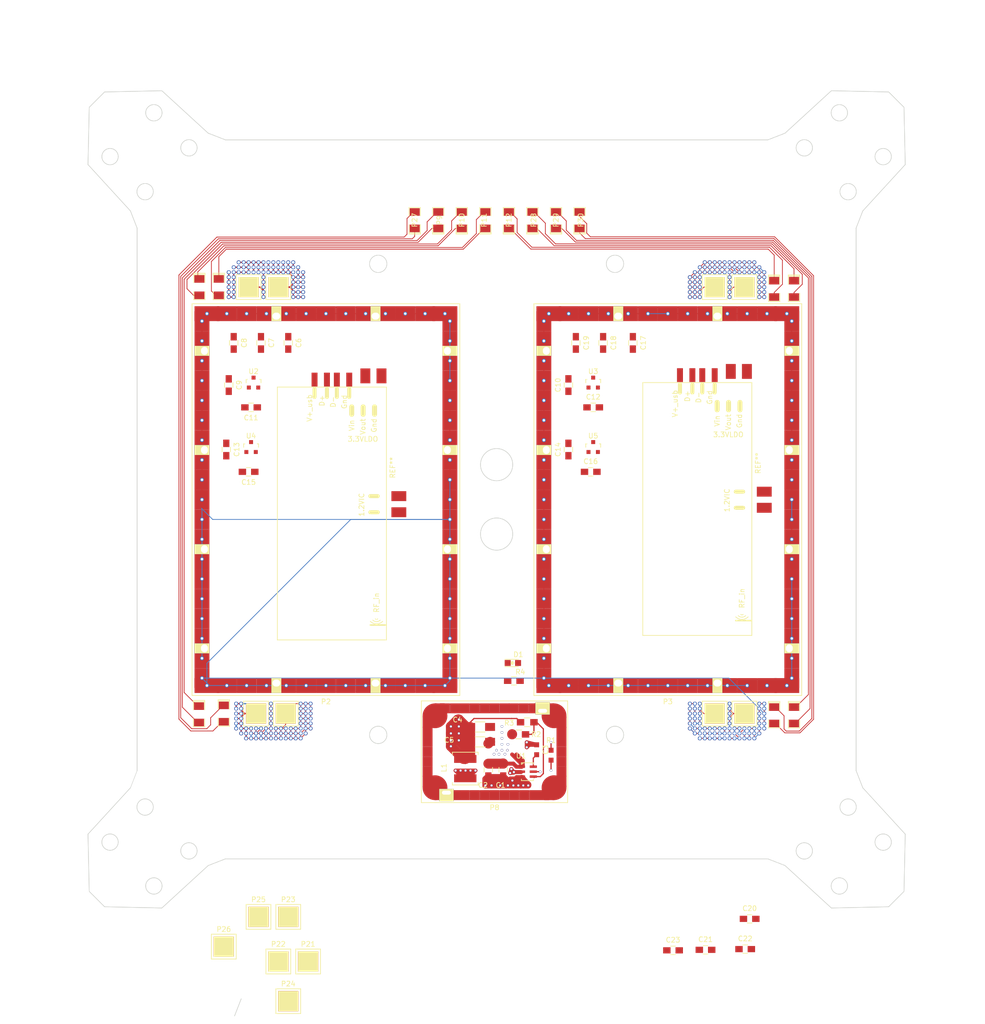
<source format=kicad_pcb>
(kicad_pcb (version 4) (host pcbnew 4.0.2-4+6225~38~ubuntu14.04.1-stable)
  (layers (0 Signal mixed) (1 GND signal) (2 12V signal) (31 PWR_GND signal) (34 B.Paste user) (35 F.Paste user) (36 B.SilkS user) (37 F.SilkS user) (38 B.Mask user) (39 F.Mask user) (44 Edge.Cuts user))
  (net 0 "")
  (net 1 +12V)
  (net 2 "Net-(C3-Pad2)")
  (net 3 +5V)
  (net 4 "Net-(R1-Pad2)")
  (net 5 /VSW)
  (net 6 GND)
  (net 7 +1V2_SDR1)
  (net 8 +1V2_SDR2)
  (net 9 +3V3_SDR1)
  (net 10 +3V3_SDR2)
  (net 11 "Net-(P13-Pad1)")
  (net 12 "Net-(P13-Pad2)")
  (net 13 "Net-(P10-Pad1)")
  (net 14 "Net-(P10-Pad2)")
  (net 15 "Net-(P11-Pad1)")
  (net 16 "Net-(P11-Pad2)")
  (net 17 "Net-(P12-Pad1)")
  (net 18 "Net-(P12-Pad2)")
  (net 19 "Net-(P21-Pad1)")
  (net 20 "Net-(P22-Pad1)")
  (net 21 "Net-(P23-Pad1)")
  (net 22 "Net-(P24-Pad1)")
  (net 23 "Net-(P25-Pad1)")
  (net 24 "Net-(P26-Pad1)")
  (net 25 "Net-(P27-Pad1)")
  (net 26 "Net-(P27-Pad2)")
  (net 27 "Net-(P28-Pad1)")
  (net 28 "Net-(P28-Pad2)")
  (net 29 "Net-(P29-Pad1)")
  (net 30 "Net-(P29-Pad2)")
  (net 31 "Net-(P30-Pad1)")
  (net 32 "Net-(P30-Pad2)")
  (net 33 "Net-(C12-Pad1)")
  (net 34 "Net-(C20-Pad1)")
  (net 35 "Net-(D1-Pad1)")
  (net 36 "Net-(D1-Pad2)")
  (module TO_SOT_Packages_SMD:SOT-23 (layer Signal) (at 35 74)
    (fp_text reference U4 (at 0 -2.25) (layer F.SilkS))
    (fp_text value 7833)
    (pad 1 smd rect (at -0.95 1.00076) (size 0.8001 0.8001) (layers Signal F.Paste F.Mask))
    (pad 2 smd rect (at 0.95 1.00076) (size 0.8001 0.8001) (layers Signal F.Paste F.Mask))
    (pad 3 smd rect (at 0 -0.99822) (size 0.8001 0.8001) (layers Signal F.Paste F.Mask))
  )
  (module Capacitors_SMD:C_0805_HandSoldering (layer Signal) (at 85.85 139.1 270)
    (fp_text reference C1 (at 3.1 0.532 360) (layer F.SilkS))
    (fp_text value 10u)
    (pad 1 smd rect (at -1.25 0 270) (size 1.5 1.25) (layers Signal F.Paste F.Mask) (net 6 GND))
    (pad 2 smd rect (at 1.25 0 270) (size 1.5 1.25) (layers Signal F.Paste F.Mask) (net 1 +12V))
  )
  (module Capacitors_SMD:C_0805_HandSoldering (layer Signal) (at 82.85 139.1 270)
    (fp_text reference C2 (at 3.1 1.082 360) (layer F.SilkS))
    (fp_text value 10u)
    (pad 1 smd rect (at -1.25 0 270) (size 1.5 1.25) (layers Signal F.Paste F.Mask) (net 6 GND))
    (pad 2 smd rect (at 1.25 0 270) (size 1.5 1.25) (layers Signal F.Paste F.Mask) (net 1 +12V))
  )
  (module Capacitors_SMD:C_1206_HandSoldering (layer Signal) (at 81.2 130.45)
    (fp_text reference C4 (at -4.55 -1.45) (layer F.SilkS))
    (fp_text value 33u)
    (pad 1 smd rect (at -2 0) (size 2 1.6) (layers Signal F.Paste F.Mask) (net 3 +5V))
    (pad 2 smd rect (at 2 0) (size 2 1.6) (layers Signal F.Paste F.Mask) (net 6 GND))
  )
  (module Capacitors_SMD:C_1206_HandSoldering (layer Signal) (at 81.2 133.45)
    (fp_text reference C5 (at -6.25 -0.35) (layer F.SilkS))
    (fp_text value 33u)
    (pad 1 smd rect (at -2 0) (size 2 1.6) (layers Signal F.Paste F.Mask) (net 3 +5V))
    (pad 2 smd rect (at 2 0) (size 2 1.6) (layers Signal F.Paste F.Mask) (net 6 GND))
  )
  (module Resistors_SMD:R_0805_HandSoldering (layer Signal) (at 89 131.95)
    (fp_text reference R2 (at 3.5 0) (layer F.SilkS))
    (fp_text value 10k)
    (pad 1 smd rect (at -1.35 0) (size 1.5 1.3) (layers Signal F.Paste F.Mask) (net 6 GND))
    (pad 2 smd rect (at 1.35 0) (size 1.5 1.3) (layers Signal F.Paste F.Mask) (net 35 "Net-(D1-Pad1)"))
  )
  (module Resistors_SMD:R_0805_HandSoldering (layer Signal) (at 90.7 129.5)
    (fp_text reference R3 (at -3.65 0.15) (layer F.SilkS))
    (fp_text value 54.9k)
    (pad 1 smd rect (at -1.35 0) (size 1.5 1.3) (layers Signal F.Paste F.Mask) (net 3 +5V))
    (pad 2 smd rect (at 1.35 0) (size 1.5 1.3) (layers Signal F.Paste F.Mask) (net 35 "Net-(D1-Pad1)"))
  )
  (module ARB_foots:TPS562209 (layer Signal) (at 90.723 139.468 270)
    (fp_text reference U1 (at -3.168 1.273 360) (layer F.SilkS))
    (fp_text value TPS562209)
    (pad 6 smd rect (at -1 -1.2 270) (size 0.5 1.45) (layers Signal F.Paste F.Mask) (net 2 "Net-(C3-Pad2)"))
    (pad 5 smd rect (at 0 -1.2 270) (size 0.5 1.45) (layers Signal F.Paste F.Mask) (net 4 "Net-(R1-Pad2)"))
    (pad 4 smd rect (at 1 -1.2 270) (size 0.5 1.45) (layers Signal F.Paste F.Mask) (net 35 "Net-(D1-Pad1)"))
    (pad 3 smd rect (at 1 1.2 270) (size 0.5 1.45) (layers Signal F.Paste F.Mask) (net 1 +12V))
    (pad 2 smd rect (at 0 1.2 270) (size 0.5 1.45) (layers Signal F.Paste F.Mask) (net 5 /VSW))
    (pad 1 smd rect (at -1 1.2 270) (size 0.5 1.45) (layers Signal F.Paste F.Mask) (net 6 GND))
  )
  (module TO_SOT_Packages_SMD:SOT-23 (layer Signal) (at 35.5 61)
    (fp_text reference U2 (at 0 -2.25) (layer F.SilkS))
    (fp_text value LP38858-LDO)
    (pad 1 smd rect (at -0.95 1.00076) (size 0.8001 0.8001) (layers Signal F.Paste F.Mask) (net 33 "Net-(C12-Pad1)"))
    (pad 2 smd rect (at 0.95 1.00076) (size 0.8001 0.8001) (layers Signal F.Paste F.Mask) (net 3 +5V))
    (pad 3 smd rect (at 0 -0.99822) (size 0.8001 0.8001) (layers Signal F.Paste F.Mask) (net 6 GND))
  )
  (module TO_SOT_Packages_SMD:SOT-23 (layer Signal) (at 104 61)
    (fp_text reference U3 (at 0 -2.25) (layer F.SilkS))
    (fp_text value LP38858-LDO)
    (pad 1 smd rect (at -0.95 1.00076) (size 0.8001 0.8001) (layers Signal F.Paste F.Mask) (net 34 "Net-(C20-Pad1)"))
    (pad 2 smd rect (at 0.95 1.00076) (size 0.8001 0.8001) (layers Signal F.Paste F.Mask) (net 3 +5V))
    (pad 3 smd rect (at 0 -0.99822) (size 0.8001 0.8001) (layers Signal F.Paste F.Mask) (net 6 GND))
  )
  (module TO_SOT_Packages_SMD:SOT-23 (layer Signal) (at 104 74)
    (fp_text reference U5 (at 0 -2.25) (layer F.SilkS))
    (fp_text value 7833)
    (pad 1 smd rect (at -0.95 1.00076) (size 0.8001 0.8001) (layers Signal F.Paste F.Mask))
    (pad 2 smd rect (at 0.95 1.00076) (size 0.8001 0.8001) (layers Signal F.Paste F.Mask))
    (pad 3 smd rect (at 0 -0.99822) (size 0.8001 0.8001) (layers Signal F.Paste F.Mask))
  )
  (module Capacitors_SMD:C_0805_HandSoldering (layer Signal) (at 42.5 53 270)
    (fp_text reference C6 (at 0 -2.1 270) (layer F.SilkS))
    (fp_text value 100nF)
    (pad 1 smd rect (at -1.25 0 270) (size 1.5 1.25) (layers Signal F.Paste F.Mask) (net 3 +5V))
    (pad 2 smd rect (at 1.25 0 270) (size 1.5 1.25) (layers Signal F.Paste F.Mask) (net 6 GND))
  )
  (module Capacitors_SMD:C_0805_HandSoldering (layer Signal) (at 37 53 270)
    (fp_text reference C7 (at 0 -2.1 270) (layer F.SilkS))
    (fp_text value 1nF)
    (pad 1 smd rect (at -1.25 0 270) (size 1.5 1.25) (layers Signal F.Paste F.Mask) (net 3 +5V))
    (pad 2 smd rect (at 1.25 0 270) (size 1.5 1.25) (layers Signal F.Paste F.Mask) (net 6 GND))
  )
  (module Capacitors_SMD:C_0805_HandSoldering (layer Signal) (at 31.5 53 270)
    (fp_text reference C8 (at 0 -2.1 270) (layer F.SilkS))
    (fp_text value 100pF)
    (pad 1 smd rect (at -1.25 0 270) (size 1.5 1.25) (layers Signal F.Paste F.Mask) (net 3 +5V))
    (pad 2 smd rect (at 1.25 0 270) (size 1.5 1.25) (layers Signal F.Paste F.Mask) (net 6 GND))
  )
  (module Capacitors_SMD:C_0805_HandSoldering (layer Signal) (at 30.5 61.5 270)
    (fp_text reference C9 (at 0 -2.1 270) (layer F.SilkS))
    (fp_text value 10uF)
    (pad 1 smd rect (at -1.25 0 270) (size 1.5 1.25) (layers Signal F.Paste F.Mask) (net 3 +5V))
    (pad 2 smd rect (at 1.25 0 270) (size 1.5 1.25) (layers Signal F.Paste F.Mask) (net 6 GND))
  )
  (module Capacitors_SMD:C_0805_HandSoldering (layer Signal) (at 99 61.5 90)
    (fp_text reference C10 (at 0 -2.1 90) (layer F.SilkS))
    (fp_text value 10uF)
    (pad 1 smd rect (at -1.25 0 90) (size 1.5 1.25) (layers Signal F.Paste F.Mask) (net 3 +5V))
    (pad 2 smd rect (at 1.25 0 90) (size 1.5 1.25) (layers Signal F.Paste F.Mask) (net 6 GND))
  )
  (module Capacitors_SMD:C_0805_HandSoldering (layer Signal) (at 35 66 180)
    (fp_text reference C11 (at 0 -2.1 180) (layer F.SilkS))
    (fp_text value 10uF)
    (pad 1 smd rect (at -1.25 0 180) (size 1.5 1.25) (layers Signal F.Paste F.Mask) (net 7 +1V2_SDR1))
    (pad 2 smd rect (at 1.25 0 180) (size 1.5 1.25) (layers Signal F.Paste F.Mask) (net 6 GND))
  )
  (module Capacitors_SMD:C_0805_HandSoldering (layer Signal) (at 104 66)
    (fp_text reference C12 (at 0 -2.1) (layer F.SilkS))
    (fp_text value 1nF)
    (pad 1 smd rect (at -1.25 0) (size 1.5 1.25) (layers Signal F.Paste F.Mask) (net 33 "Net-(C12-Pad1)"))
    (pad 2 smd rect (at 1.25 0) (size 1.5 1.25) (layers Signal F.Paste F.Mask) (net 6 GND))
  )
  (module Capacitors_SMD:C_0805_HandSoldering (layer Signal) (at 30 74.5 270)
    (fp_text reference C13 (at 0 -2.1 270) (layer F.SilkS))
    (fp_text value 1uF)
    (pad 1 smd rect (at -1.25 0 270) (size 1.5 1.25) (layers Signal F.Paste F.Mask) (net 3 +5V))
    (pad 2 smd rect (at 1.25 0 270) (size 1.5 1.25) (layers Signal F.Paste F.Mask) (net 6 GND))
  )
  (module Capacitors_SMD:C_0805_HandSoldering (layer Signal) (at 99 74.5 90)
    (fp_text reference C14 (at 0 -2.1 90) (layer F.SilkS))
    (fp_text value 1uF)
    (pad 1 smd rect (at -1.25 0 90) (size 1.5 1.25) (layers Signal F.Paste F.Mask) (net 6 GND))
    (pad 2 smd rect (at 1.25 0 90) (size 1.5 1.25) (layers Signal F.Paste F.Mask) (net 3 +5V))
  )
  (module Capacitors_SMD:C_0805_HandSoldering (layer Signal) (at 34.5 79 180)
    (fp_text reference C15 (at 0 -2.1 180) (layer F.SilkS))
    (fp_text value 1uF)
    (pad 1 smd rect (at -1.25 0 180) (size 1.5 1.25) (layers Signal F.Paste F.Mask) (net 9 +3V3_SDR1))
    (pad 2 smd rect (at 1.25 0 180) (size 1.5 1.25) (layers Signal F.Paste F.Mask) (net 6 GND))
  )
  (module Capacitors_SMD:C_0805_HandSoldering (layer Signal) (at 103.5 79)
    (fp_text reference C16 (at 0 -2.1) (layer F.SilkS))
    (fp_text value 1uF)
    (pad 1 smd rect (at -1.25 0) (size 1.5 1.25) (layers Signal F.Paste F.Mask) (net 6 GND))
    (pad 2 smd rect (at 1.25 0) (size 1.5 1.25) (layers Signal F.Paste F.Mask) (net 10 +3V3_SDR2))
  )
  (module Capacitors_SMD:C_0805_HandSoldering (layer Signal) (at 112 53 270)
    (fp_text reference C17 (at 0 -2.1 270) (layer F.SilkS))
    (fp_text value 100nF)
    (pad 1 smd rect (at -1.25 0 270) (size 1.5 1.25) (layers Signal F.Paste F.Mask) (net 3 +5V))
    (pad 2 smd rect (at 1.25 0 270) (size 1.5 1.25) (layers Signal F.Paste F.Mask) (net 6 GND))
  )
  (module Capacitors_SMD:C_0805_HandSoldering (layer Signal) (at 106 53 270)
    (fp_text reference C18 (at 0 -2.1 270) (layer F.SilkS))
    (fp_text value 1nF)
    (pad 1 smd rect (at -1.25 0 270) (size 1.5 1.25) (layers Signal F.Paste F.Mask) (net 3 +5V))
    (pad 2 smd rect (at 1.25 0 270) (size 1.5 1.25) (layers Signal F.Paste F.Mask) (net 6 GND))
  )
  (module Capacitors_SMD:C_0805_HandSoldering (layer Signal) (at 100.5 53 270)
    (fp_text reference C19 (at 0 -2.1 270) (layer F.SilkS))
    (fp_text value 100pF)
    (pad 1 smd rect (at -1.25 0 270) (size 1.5 1.25) (layers Signal F.Paste F.Mask) (net 3 +5V))
    (pad 2 smd rect (at 1.25 0 270) (size 1.5 1.25) (layers Signal F.Paste F.Mask) (net 6 GND))
  )
  (module ARB_foots:SDR_Shield_75x50mm (layer Signal) (at 119.05 84.6)
    (fp_text reference P3 (at 0 40.75) (layer F.SilkS))
    (fp_text value SDR_Shield_2)
    (pad 1 smd rect (at 25 -36) (size 3 4) (layers Signal F.Paste F.Mask) (net 6 GND))
    (pad 1 smd rect (at 25 4) (size 3 4) (layers Signal F.Paste F.Mask) (net 6 GND))
    (pad 1 smd rect (at 25 0) (size 3 4) (layers Signal F.Paste F.Mask) (net 6 GND))
    (pad 1 smd rect (at 25 -4) (size 3 4) (layers Signal F.Paste F.Mask) (net 6 GND))
    (pad 1 smd rect (at 25 -8) (size 3 4) (layers Signal F.Paste F.Mask) (net 6 GND))
    (pad 1 smd rect (at 25 -12) (size 3 4) (layers Signal F.Paste F.Mask) (net 6 GND))
    (pad 1 smd rect (at 25 -16) (size 3 4) (layers Signal F.Paste F.Mask) (net 6 GND))
    (pad 1 smd rect (at 25 -20) (size 3 4) (layers Signal F.Paste F.Mask) (net 6 GND))
    (pad 1 smd rect (at 25 -24) (size 3 4) (layers Signal F.Paste F.Mask) (net 6 GND))
    (pad 1 smd rect (at 25 -28) (size 3 4) (layers Signal F.Paste F.Mask) (net 6 GND))
    (pad 1 smd rect (at 25 -32) (size 3 4) (layers Signal F.Paste F.Mask) (net 6 GND))
    (pad 1 smd rect (at 25 8) (size 3 4) (layers Signal F.Paste F.Mask) (net 6 GND))
    (pad 1 smd rect (at 25 12) (size 3 4) (layers Signal F.Paste F.Mask) (net 6 GND))
    (pad 1 smd rect (at 25 16) (size 3 4) (layers Signal F.Paste F.Mask) (net 6 GND))
    (pad 1 smd rect (at 25 20) (size 3 4) (layers Signal F.Paste F.Mask) (net 6 GND))
    (pad 1 smd rect (at 25 24) (size 3 4) (layers Signal F.Paste F.Mask) (net 6 GND))
    (pad 1 smd rect (at 25 28) (size 3 4) (layers Signal F.Paste F.Mask) (net 6 GND))
    (pad 1 smd rect (at 25 32) (size 3 4) (layers Signal F.Paste F.Mask) (net 6 GND))
    (pad 1 smd rect (at 25 36) (size 3 4) (layers Signal F.Paste F.Mask) (net 6 GND))
    (pad 1 smd rect (at -25 36) (size 3 4) (layers Signal F.Paste F.Mask) (net 6 GND))
    (pad 1 smd rect (at -25 32) (size 3 4) (layers Signal F.Paste F.Mask) (net 6 GND))
    (pad 1 smd rect (at -25 28) (size 3 4) (layers Signal F.Paste F.Mask) (net 6 GND))
    (pad 1 smd rect (at -25 24) (size 3 4) (layers Signal F.Paste F.Mask) (net 6 GND))
    (pad 1 smd rect (at -25 20) (size 3 4) (layers Signal F.Paste F.Mask) (net 6 GND))
    (pad 1 smd rect (at -25 16) (size 3 4) (layers Signal F.Paste F.Mask) (net 6 GND))
    (pad 1 smd rect (at -25 12) (size 3 4) (layers Signal F.Paste F.Mask) (net 6 GND))
    (pad 1 smd rect (at -25 8) (size 3 4) (layers Signal F.Paste F.Mask) (net 6 GND))
    (pad 1 smd rect (at -25 4) (size 3 4) (layers Signal F.Paste F.Mask) (net 6 GND))
    (pad 1 smd rect (at 24 -37.5) (size 5 3) (layers Signal F.Paste F.Mask) (net 6 GND))
    (pad 1 smd rect (at -25 -36) (size 3 4) (layers Signal F.Paste F.Mask) (net 6 GND))
    (pad 1 smd rect (at -25 -32) (size 3 4) (layers Signal F.Paste F.Mask) (net 6 GND))
    (pad 1 smd rect (at -25 -28) (size 3 4) (layers Signal F.Paste F.Mask) (net 6 GND))
    (pad 1 smd rect (at -25 -24) (size 3 4) (layers Signal F.Paste F.Mask) (net 6 GND))
    (pad 1 smd rect (at -25 -20) (size 3 4) (layers Signal F.Paste F.Mask) (net 6 GND))
    (pad 1 smd rect (at -25 -16) (size 3 4) (layers Signal F.Paste F.Mask) (net 6 GND))
    (pad 1 smd rect (at -25 -12) (size 3 4) (layers Signal F.Paste F.Mask) (net 6 GND))
    (pad 1 smd rect (at -25 -8) (size 3 4) (layers Signal F.Paste F.Mask) (net 6 GND))
    (pad 1 smd rect (at -25 -4) (size 3 4) (layers Signal F.Paste F.Mask) (net 6 GND))
    (pad 1 smd rect (at -24 37.5) (size 5 3) (layers Signal F.Paste F.Mask) (net 6 GND))
    (pad 1 smd rect (at -12 37.5) (size 4 3) (layers Signal F.Paste F.Mask) (net 6 GND))
    (pad 1 smd rect (at -16 37.5) (size 4 3) (layers Signal F.Paste F.Mask) (net 6 GND))
    (pad 1 smd rect (at -20 37.5) (size 4 3) (layers Signal F.Paste F.Mask) (net 6 GND))
    (pad 1 smd rect (at 0 37.5) (size 4 3) (layers Signal F.Paste F.Mask) (net 6 GND))
    (pad 1 smd rect (at -4 37.5) (size 4 3) (layers Signal F.Paste F.Mask) (net 6 GND))
    (pad 1 smd rect (at -8 37.5) (size 4 3) (layers Signal F.Paste F.Mask) (net 6 GND))
    (pad 1 smd rect (at 4 37.5) (size 4 3) (layers Signal F.Paste F.Mask) (net 6 GND))
    (pad 1 smd rect (at 24 37.5) (size 5 3) (layers Signal F.Paste F.Mask) (net 6 GND))
    (pad 1 smd rect (at 8 37.5) (size 4 3) (layers Signal F.Paste F.Mask) (net 6 GND))
    (pad 1 smd rect (at 12 37.5) (size 4 3) (layers Signal F.Paste F.Mask) (net 6 GND))
    (pad 1 smd rect (at 16 37.5) (size 4 3) (layers Signal F.Paste F.Mask) (net 6 GND))
    (pad 1 smd rect (at 20 37.5) (size 4 3) (layers Signal F.Paste F.Mask) (net 6 GND))
    (pad 1 smd rect (at 20 -37.5) (size 4 3) (layers Signal F.Paste F.Mask) (net 6 GND))
    (pad 1 smd rect (at 16 -37.5) (size 4 3) (layers Signal F.Paste F.Mask) (net 6 GND))
    (pad 1 smd rect (at 12 -37.5) (size 4 3) (layers Signal F.Paste F.Mask) (net 6 GND))
    (pad 1 smd rect (at 8 -37.5) (size 4 3) (layers Signal F.Paste F.Mask) (net 6 GND))
    (pad 1 smd rect (at 4 -37.5) (size 4 3) (layers Signal F.Paste F.Mask) (net 6 GND))
    (pad 1 smd rect (at -8 -37.5) (size 4 3) (layers Signal F.Paste F.Mask) (net 6 GND))
    (pad 1 smd rect (at -4 -37.5) (size 4 3) (layers Signal F.Paste F.Mask) (net 6 GND))
    (pad 1 smd rect (at 0 -37.5) (size 4 3) (layers Signal F.Paste F.Mask) (net 6 GND))
    (pad 1 smd rect (at -20 -37.5) (size 4 3) (layers Signal F.Paste F.Mask) (net 6 GND))
    (pad 1 smd rect (at -16 -37.5) (size 4 3) (layers Signal F.Paste F.Mask) (net 6 GND))
    (pad 1 smd rect (at -25 0) (size 3 4) (layers Signal F.Paste F.Mask) (net 6 GND))
    (pad 1 smd rect (at -12 -37.5) (size 4 3) (layers Signal F.Paste F.Mask) (net 6 GND))
    (pad 1 smd rect (at -24 -37.5) (size 5 3) (layers Signal F.Paste F.Mask) (net 6 GND))
    (pad 1 thru_hole rect (at -10 -37) (size 2 3) (drill oval 1.6 1.4 (offset 0 -0.5)) (layers *.Cu *.Mask F.SilkS) (net 6 GND))
    (pad 1 thru_hole rect (at -10 37) (size 2 3) (drill oval 1.6 1.4 (offset 0 0.5)) (layers *.Cu *.Mask F.SilkS) (net 6 GND))
    (pad 1 thru_hole rect (at 10 37) (size 2 3) (drill oval 1.6 1.4 (offset 0 0.5)) (layers *.Cu *.Mask F.SilkS) (net 6 GND))
    (pad 1 thru_hole rect (at 10 -37) (size 2 3) (drill oval 1.6 1.4 (offset 0 -0.5)) (layers *.Cu *.Mask F.SilkS) (net 6 GND))
    (pad 1 thru_hole rect (at -24.5 -10) (size 3 2) (drill oval 1.4 1.6 (offset -0.5 0)) (layers *.Cu *.Mask F.SilkS) (net 6 GND))
    (pad 1 thru_hole rect (at -24.5 10) (size 3 2) (drill oval 1.4 1.6 (offset -0.5 0)) (layers *.Cu *.Mask F.SilkS) (net 6 GND))
    (pad 1 thru_hole rect (at -24.5 30) (size 3 2) (drill oval 1.4 1.6 (offset -0.5 0)) (layers *.Cu *.Mask F.SilkS) (net 6 GND))
    (pad 1 thru_hole rect (at -24.5 -30) (size 3 2) (drill oval 1.4 1.6 (offset -0.5 0)) (layers *.Cu *.Mask F.SilkS) (net 6 GND))
    (pad 1 thru_hole rect (at 24.5 -10) (size 3 2) (drill oval 1.4 1.6 (offset 0.5 0)) (layers *.Cu *.Mask F.SilkS) (net 6 GND))
    (pad 1 thru_hole rect (at 24.5 -30) (size 3 2) (drill oval 1.4 1.6 (offset 0.5 0)) (layers *.Cu *.Mask F.SilkS) (net 6 GND))
    (pad 1 thru_hole rect (at 24.5 10) (size 3 2) (drill oval 1.4 1.6 (offset 0.5 0)) (layers *.Cu *.Mask F.SilkS) (net 6 GND))
    (pad 1 thru_hole rect (at 24.5 30) (size 3 2) (drill oval 1.4 1.6 (offset 0.5 0)) (layers *.Cu *.Mask F.SilkS) (net 6 GND))
  )
  (module ARB_foots:SDR_Shield_75x50mm (layer Signal) (at 50.1 84.6)
    (fp_text reference P2 (at 0 40.75) (layer F.SilkS))
    (fp_text value SDR_Shield_1)
    (pad 1 smd rect (at 25 -36) (size 3 4) (layers Signal F.Paste F.Mask) (net 6 GND))
    (pad 1 smd rect (at 25 4) (size 3 4) (layers Signal F.Paste F.Mask) (net 6 GND))
    (pad 1 smd rect (at 25 0) (size 3 4) (layers Signal F.Paste F.Mask) (net 6 GND))
    (pad 1 smd rect (at 25 -4) (size 3 4) (layers Signal F.Paste F.Mask) (net 6 GND))
    (pad 1 smd rect (at 25 -8) (size 3 4) (layers Signal F.Paste F.Mask) (net 6 GND))
    (pad 1 smd rect (at 25 -12) (size 3 4) (layers Signal F.Paste F.Mask) (net 6 GND))
    (pad 1 smd rect (at 25 -16) (size 3 4) (layers Signal F.Paste F.Mask) (net 6 GND))
    (pad 1 smd rect (at 25 -20) (size 3 4) (layers Signal F.Paste F.Mask) (net 6 GND))
    (pad 1 smd rect (at 25 -24) (size 3 4) (layers Signal F.Paste F.Mask) (net 6 GND))
    (pad 1 smd rect (at 25 -28) (size 3 4) (layers Signal F.Paste F.Mask) (net 6 GND))
    (pad 1 smd rect (at 25 -32) (size 3 4) (layers Signal F.Paste F.Mask) (net 6 GND))
    (pad 1 smd rect (at 25 8) (size 3 4) (layers Signal F.Paste F.Mask) (net 6 GND))
    (pad 1 smd rect (at 25 12) (size 3 4) (layers Signal F.Paste F.Mask) (net 6 GND))
    (pad 1 smd rect (at 25 16) (size 3 4) (layers Signal F.Paste F.Mask) (net 6 GND))
    (pad 1 smd rect (at 25 20) (size 3 4) (layers Signal F.Paste F.Mask) (net 6 GND))
    (pad 1 smd rect (at 25 24) (size 3 4) (layers Signal F.Paste F.Mask) (net 6 GND))
    (pad 1 smd rect (at 25 28) (size 3 4) (layers Signal F.Paste F.Mask) (net 6 GND))
    (pad 1 smd rect (at 25 32) (size 3 4) (layers Signal F.Paste F.Mask) (net 6 GND))
    (pad 1 smd rect (at 25 36) (size 3 4) (layers Signal F.Paste F.Mask) (net 6 GND))
    (pad 1 smd rect (at -25 36) (size 3 4) (layers Signal F.Paste F.Mask) (net 6 GND))
    (pad 1 smd rect (at -25 32) (size 3 4) (layers Signal F.Paste F.Mask) (net 6 GND))
    (pad 1 smd rect (at -25 28) (size 3 4) (layers Signal F.Paste F.Mask) (net 6 GND))
    (pad 1 smd rect (at -25 24) (size 3 4) (layers Signal F.Paste F.Mask) (net 6 GND))
    (pad 1 smd rect (at -25 20) (size 3 4) (layers Signal F.Paste F.Mask) (net 6 GND))
    (pad 1 smd rect (at -25 16) (size 3 4) (layers Signal F.Paste F.Mask) (net 6 GND))
    (pad 1 smd rect (at -25 12) (size 3 4) (layers Signal F.Paste F.Mask) (net 6 GND))
    (pad 1 smd rect (at -25 8) (size 3 4) (layers Signal F.Paste F.Mask) (net 6 GND))
    (pad 1 smd rect (at -25 4) (size 3 4) (layers Signal F.Paste F.Mask) (net 6 GND))
    (pad 1 smd rect (at 24 -37.5) (size 5 3) (layers Signal F.Paste F.Mask) (net 6 GND))
    (pad 1 smd rect (at -25 -36) (size 3 4) (layers Signal F.Paste F.Mask) (net 6 GND))
    (pad 1 smd rect (at -25 -32) (size 3 4) (layers Signal F.Paste F.Mask) (net 6 GND))
    (pad 1 smd rect (at -25 -28) (size 3 4) (layers Signal F.Paste F.Mask) (net 6 GND))
    (pad 1 smd rect (at -25 -24) (size 3 4) (layers Signal F.Paste F.Mask) (net 6 GND))
    (pad 1 smd rect (at -25 -20) (size 3 4) (layers Signal F.Paste F.Mask) (net 6 GND))
    (pad 1 smd rect (at -25 -16) (size 3 4) (layers Signal F.Paste F.Mask) (net 6 GND))
    (pad 1 smd rect (at -25 -12) (size 3 4) (layers Signal F.Paste F.Mask) (net 6 GND))
    (pad 1 smd rect (at -25 -8) (size 3 4) (layers Signal F.Paste F.Mask) (net 6 GND))
    (pad 1 smd rect (at -25 -4) (size 3 4) (layers Signal F.Paste F.Mask) (net 6 GND))
    (pad 1 smd rect (at -24 37.5) (size 5 3) (layers Signal F.Paste F.Mask) (net 6 GND))
    (pad 1 smd rect (at -12 37.5) (size 4 3) (layers Signal F.Paste F.Mask) (net 6 GND))
    (pad 1 smd rect (at -16 37.5) (size 4 3) (layers Signal F.Paste F.Mask) (net 6 GND))
    (pad 1 smd rect (at -20 37.5) (size 4 3) (layers Signal F.Paste F.Mask) (net 6 GND))
    (pad 1 smd rect (at 0 37.5) (size 4 3) (layers Signal F.Paste F.Mask) (net 6 GND))
    (pad 1 smd rect (at -4 37.5) (size 4 3) (layers Signal F.Paste F.Mask) (net 6 GND))
    (pad 1 smd rect (at -8 37.5) (size 4 3) (layers Signal F.Paste F.Mask) (net 6 GND))
    (pad 1 smd rect (at 4 37.5) (size 4 3) (layers Signal F.Paste F.Mask) (net 6 GND))
    (pad 1 smd rect (at 24 37.5) (size 5 3) (layers Signal F.Paste F.Mask) (net 6 GND))
    (pad 1 smd rect (at 8 37.5) (size 4 3) (layers Signal F.Paste F.Mask) (net 6 GND))
    (pad 1 smd rect (at 12 37.5) (size 4 3) (layers Signal F.Paste F.Mask) (net 6 GND))
    (pad 1 smd rect (at 16 37.5) (size 4 3) (layers Signal F.Paste F.Mask) (net 6 GND))
    (pad 1 smd rect (at 20 37.5) (size 4 3) (layers Signal F.Paste F.Mask) (net 6 GND))
    (pad 1 smd rect (at 20 -37.5) (size 4 3) (layers Signal F.Paste F.Mask) (net 6 GND))
    (pad 1 smd rect (at 16 -37.5) (size 4 3) (layers Signal F.Paste F.Mask) (net 6 GND))
    (pad 1 smd rect (at 12 -37.5) (size 4 3) (layers Signal F.Paste F.Mask) (net 6 GND))
    (pad 1 smd rect (at 8 -37.5) (size 4 3) (layers Signal F.Paste F.Mask) (net 6 GND))
    (pad 1 smd rect (at 4 -37.5) (size 4 3) (layers Signal F.Paste F.Mask) (net 6 GND))
    (pad 1 smd rect (at -8 -37.5) (size 4 3) (layers Signal F.Paste F.Mask) (net 6 GND))
    (pad 1 smd rect (at -4 -37.5) (size 4 3) (layers Signal F.Paste F.Mask) (net 6 GND))
    (pad 1 smd rect (at 0 -37.5) (size 4 3) (layers Signal F.Paste F.Mask) (net 6 GND))
    (pad 1 smd rect (at -20 -37.5) (size 4 3) (layers Signal F.Paste F.Mask) (net 6 GND))
    (pad 1 smd rect (at -16 -37.5) (size 4 3) (layers Signal F.Paste F.Mask) (net 6 GND))
    (pad 1 smd rect (at -25 0) (size 3 4) (layers Signal F.Paste F.Mask) (net 6 GND))
    (pad 1 smd rect (at -12 -37.5) (size 4 3) (layers Signal F.Paste F.Mask) (net 6 GND))
    (pad 1 smd rect (at -24 -37.5) (size 5 3) (layers Signal F.Paste F.Mask) (net 6 GND))
    (pad 1 thru_hole rect (at -10 -37) (size 2 3) (drill oval 1.6 1.4 (offset 0 -0.5)) (layers *.Cu *.Mask F.SilkS) (net 6 GND))
    (pad 1 thru_hole rect (at -10 37) (size 2 3) (drill oval 1.6 1.4 (offset 0 0.5)) (layers *.Cu *.Mask F.SilkS) (net 6 GND))
    (pad 1 thru_hole rect (at 10 37) (size 2 3) (drill oval 1.6 1.4 (offset 0 0.5)) (layers *.Cu *.Mask F.SilkS) (net 6 GND))
    (pad 1 thru_hole rect (at 10 -37) (size 2 3) (drill oval 1.6 1.4 (offset 0 -0.5)) (layers *.Cu *.Mask F.SilkS) (net 6 GND))
    (pad 1 thru_hole rect (at -24.5 -10) (size 3 2) (drill oval 1.4 1.6 (offset -0.5 0)) (layers *.Cu *.Mask F.SilkS) (net 6 GND))
    (pad 1 thru_hole rect (at -24.5 10) (size 3 2) (drill oval 1.4 1.6 (offset -0.5 0)) (layers *.Cu *.Mask F.SilkS) (net 6 GND))
    (pad 1 thru_hole rect (at -24.5 30) (size 3 2) (drill oval 1.4 1.6 (offset -0.5 0)) (layers *.Cu *.Mask F.SilkS) (net 6 GND))
    (pad 1 thru_hole rect (at -24.5 -30) (size 3 2) (drill oval 1.4 1.6 (offset -0.5 0)) (layers *.Cu *.Mask F.SilkS) (net 6 GND))
    (pad 1 thru_hole rect (at 24.5 -10) (size 3 2) (drill oval 1.4 1.6 (offset 0.5 0)) (layers *.Cu *.Mask F.SilkS) (net 6 GND))
    (pad 1 thru_hole rect (at 24.5 -30) (size 3 2) (drill oval 1.4 1.6 (offset 0.5 0)) (layers *.Cu *.Mask F.SilkS) (net 6 GND))
    (pad 1 thru_hole rect (at 24.5 10) (size 3 2) (drill oval 1.4 1.6 (offset 0.5 0)) (layers *.Cu *.Mask F.SilkS) (net 6 GND))
    (pad 1 thru_hole rect (at 24.5 30) (size 3 2) (drill oval 1.4 1.6 (offset 0.5 0)) (layers *.Cu *.Mask F.SilkS) (net 6 GND))
  )
  (module ARB_foots:L_Wurth_74404052039 (layer Signal) (at 78.2 138.85 270)
    (fp_text reference L1 (at -0.15 4.3 270) (layer F.SilkS))
    (fp_text value 4.7u)
    (pad 2 smd rect (at 1.95 0 270) (size 1.6 4.5) (layers Signal F.Paste F.Mask) (net 5 /VSW))
    (pad 1 smd rect (at -1.95 0 270) (size 1.6 4.5) (layers Signal F.Paste F.Mask) (net 3 +5V))
  )
  (module Capacitors_SMD:C_0805_HandSoldering (layer Signal) (at 92.6 135.05 270)
    (fp_text reference C3 (at 0 -1.8 270) (layer F.SilkS))
    (fp_text value 0.1u)
    (pad 1 smd rect (at -1 0 270) (size 1 1) (layers Signal F.Paste F.Mask) (net 5 /VSW))
    (pad 2 smd rect (at 1 0 270) (size 1 1) (layers Signal F.Paste F.Mask) (net 2 "Net-(C3-Pad2)"))
  )
  (module Resistors_SMD:R_0805_HandSoldering (layer Signal) (at 95.5 136.15 270)
    (fp_text reference R1 (at -3 0 360) (layer F.SilkS))
    (fp_text value 100)
    (pad 1 smd rect (at -1 0 270) (size 1 1) (layers Signal F.Paste F.Mask) (net 1 +12V))
    (pad 2 smd rect (at 1 0 270) (size 1 1) (layers Signal F.Paste F.Mask) (net 4 "Net-(R1-Pad2)"))
  )
  (module SMD_Packages:SMD-1206_Pol (layer Signal) (at 72.75 28.25 90)
    (fp_text reference P9 (at 0 0.25 90) (layer F.SilkS))
    (fp_text value PWM1)
    (pad 1 smd rect (at -1.651 0 90) (size 1.524 2.032) (layers Signal F.Paste F.Mask) (net 11 "Net-(P13-Pad1)"))
    (pad 2 smd rect (at 1.651 0 90) (size 1.524 2.032) (layers Signal F.Paste F.Mask) (net 12 "Net-(P13-Pad2)"))
  )
  (module SMD_Packages:SMD-1206_Pol (layer Signal) (at 77.5 28.25 90)
    (fp_text reference P10 (at 0 0 90) (layer F.SilkS))
    (fp_text value PWM2)
    (pad 1 smd rect (at -1.651 0 90) (size 1.524 2.032) (layers Signal F.Paste F.Mask) (net 13 "Net-(P10-Pad1)"))
    (pad 2 smd rect (at 1.651 0 90) (size 1.524 2.032) (layers Signal F.Paste F.Mask) (net 14 "Net-(P10-Pad2)"))
  )
  (module SMD_Packages:SMD-1206_Pol (layer Signal) (at 82.25 28.25 90)
    (fp_text reference P11 (at 0 -0.25 90) (layer F.SilkS))
    (fp_text value PWM3)
    (pad 1 smd rect (at -1.651 0 90) (size 1.524 2.032) (layers Signal F.Paste F.Mask) (net 15 "Net-(P11-Pad1)"))
    (pad 2 smd rect (at 1.651 0 90) (size 1.524 2.032) (layers Signal F.Paste F.Mask) (net 16 "Net-(P11-Pad2)"))
  )
  (module SMD_Packages:SMD-1206_Pol (layer Signal) (at 87 28.25 90)
    (fp_text reference P12 (at 0 0 90) (layer F.SilkS))
    (fp_text value PWM4)
    (pad 1 smd rect (at -1.651 0 90) (size 1.524 2.032) (layers Signal F.Paste F.Mask) (net 17 "Net-(P12-Pad1)"))
    (pad 2 smd rect (at 1.651 0 90) (size 1.524 2.032) (layers Signal F.Paste F.Mask) (net 18 "Net-(P12-Pad2)"))
  )
  (module SMD_Packages:SMD-1206_Pol (layer Signal) (at 24.5 127.901 270)
    (fp_text reference P13 hide)
    (fp_text value PWM1)
    (pad 1 smd rect (at -1.651 0 270) (size 1.524 2.032) (layers Signal F.Paste F.Mask) (net 11 "Net-(P13-Pad1)"))
    (pad 2 smd rect (at 1.651 0 270) (size 1.524 2.032) (layers Signal F.Paste F.Mask) (net 12 "Net-(P13-Pad2)"))
  )
  (module SMD_Packages:SMD-1206_Pol (layer Signal) (at 24.576072 41.75 270)
    (fp_text reference P14 hide)
    (fp_text value PWM2)
    (pad 1 smd rect (at -1.651 0 270) (size 1.524 2.032) (layers Signal F.Paste F.Mask) (net 13 "Net-(P10-Pad1)"))
    (pad 2 smd rect (at 1.651 0 270) (size 1.524 2.032) (layers Signal F.Paste F.Mask) (net 14 "Net-(P10-Pad2)"))
  )
  (module SMD_Packages:SMD-1206_Pol (layer Signal) (at 28.5 41.75 270)
    (fp_text reference P15 hide)
    (fp_text value PWM3)
    (pad 1 smd rect (at -1.651 0 270) (size 1.524 2.032) (layers Signal F.Paste F.Mask) (net 15 "Net-(P11-Pad1)"))
    (pad 2 smd rect (at 1.651 0 270) (size 1.524 2.032) (layers Signal F.Paste F.Mask) (net 16 "Net-(P11-Pad2)"))
  )
  (module SMD_Packages:SMD-1206_Pol (layer Signal) (at 140.5 42.099 270)
    (fp_text reference P16 hide)
    (fp_text value PWM4)
    (pad 1 smd rect (at -1.651 0 270) (size 1.524 2.032) (layers Signal F.Paste F.Mask) (net 17 "Net-(P12-Pad1)"))
    (pad 2 smd rect (at 1.651 0 270) (size 1.524 2.032) (layers Signal F.Paste F.Mask) (net 18 "Net-(P12-Pad2)"))
  )
  (module SMD_Packages:1Pin (layer Signal) (at 40.5 41.75)
    (fp_text reference P4 hide)
    (fp_text value 12V)
    (pad 1 smd rect (at 0 0) (size 4.064 4.064) (layers Signal F.Paste F.SilkS F.Mask) (net 1 +12V))
  )
  (module SMD_Packages:1Pin (layer Signal) (at 36 127.75)
    (fp_text reference P5 hide)
    (fp_text value GND)
    (pad 1 smd rect (at 0 0) (size 4.064 4.064) (layers Signal F.Paste F.SilkS F.Mask) (net 6 GND))
  )
  (module SMD_Packages:1Pin (layer Signal) (at 42 127.75)
    (fp_text reference P6 hide)
    (fp_text value 12V)
    (pad 1 smd rect (at 0 0) (size 4.064 4.064) (layers Signal F.Paste F.SilkS F.Mask) (net 1 +12V))
  )
  (module SMD_Packages:1Pin (layer Signal) (at 34.5 41.75)
    (fp_text reference P7 hide)
    (fp_text value GND)
    (pad 1 smd rect (at 0 0) (size 4.064 4.064) (layers Signal F.Paste F.SilkS F.Mask) (net 6 GND))
  )
  (module SMD_Packages:1Pin (layer Signal) (at 128.5 41.75)
    (fp_text reference P17 hide)
    (fp_text value 12V)
    (pad 1 smd rect (at 0 0) (size 4.064 4.064) (layers Signal F.Paste F.SilkS F.Mask) (net 1 +12V))
  )
  (module SMD_Packages:1Pin (layer Signal) (at 134.5 41.75)
    (fp_text reference P18 hide)
    (fp_text value GND)
    (pad 1 smd rect (at 0 0) (size 4.064 4.064) (layers Signal F.Paste F.SilkS F.Mask) (net 6 GND))
  )
  (module SMD_Packages:1Pin (layer Signal) (at 128.5 127.75)
    (fp_text reference P19 hide)
    (fp_text value 12V)
    (pad 1 smd rect (at 0 0) (size 4.064 4.064) (layers Signal F.Paste F.SilkS F.Mask) (net 1 +12V))
  )
  (module SMD_Packages:1Pin (layer Signal) (at 134.5 127.75)
    (fp_text reference P20 hide)
    (fp_text value GND)
    (pad 1 smd rect (at 0 0) (size 4.064 4.064) (layers Signal F.Paste F.SilkS F.Mask) (net 6 GND))
  )
  (module SMD_Packages:1Pin (layer Signal) (at 46.5 177.75)
    (fp_text reference P21 (at 0 -3.50012) (layer F.SilkS))
    (fp_text value S0GND)
    (pad 1 smd rect (at 0 0) (size 4.064 4.064) (layers Signal F.Paste F.SilkS F.Mask) (net 19 "Net-(P21-Pad1)"))
  )
  (module SMD_Packages:1Pin (layer Signal) (at 40.5 177.75)
    (fp_text reference P22 (at 0 -3.50012) (layer F.SilkS))
    (fp_text value S1GND)
    (pad 1 smd rect (at 0 0) (size 4.064 4.064) (layers Signal F.Paste F.SilkS F.Mask) (net 20 "Net-(P22-Pad1)"))
  )
  (module SMD_Packages:1Pin (layer Signal) (at 42.5 168.75)
    (fp_text reference P23 (at 0 -3.50012) (layer F.SilkS))
    (fp_text value S0DN)
    (pad 1 smd rect (at 0 0) (size 4.064 4.064) (layers Signal F.Paste F.SilkS F.Mask) (net 21 "Net-(P23-Pad1)"))
  )
  (module SMD_Packages:1Pin (layer Signal) (at 42.5 185.75)
    (fp_text reference P24 (at 0 -3.50012) (layer F.SilkS))
    (fp_text value S1DN)
    (pad 1 smd rect (at 0 0) (size 4.064 4.064) (layers Signal F.Paste F.SilkS F.Mask) (net 22 "Net-(P24-Pad1)"))
  )
  (module SMD_Packages:1Pin (layer Signal) (at 36.5 168.75)
    (fp_text reference P25 (at 0 -3.50012) (layer F.SilkS))
    (fp_text value S0DP)
    (pad 1 smd rect (at 0 0) (size 4.064 4.064) (layers Signal F.Paste F.SilkS F.Mask) (net 23 "Net-(P25-Pad1)"))
  )
  (module SMD_Packages:1Pin (layer Signal) (at 29.5 174.75)
    (fp_text reference P26 (at 0 -3.50012) (layer F.SilkS))
    (fp_text value S1DP)
    (pad 1 smd rect (at 0 0) (size 4.064 4.064) (layers Signal F.Paste F.SilkS F.Mask) (net 24 "Net-(P26-Pad1)"))
  )
  (module SMD_Packages:SMD-1206_Pol (layer Signal) (at 68 28.25 90)
    (fp_text reference P27 (at 0 0 90) (layer F.SilkS))
    (fp_text value PWM0)
    (pad 1 smd rect (at -1.651 0 90) (size 1.524 2.032) (layers Signal F.Paste F.Mask) (net 25 "Net-(P27-Pad1)"))
    (pad 2 smd rect (at 1.651 0 90) (size 1.524 2.032) (layers Signal F.Paste F.Mask) (net 26 "Net-(P27-Pad2)"))
  )
  (module SMD_Packages:SMD-1206_Pol (layer Signal) (at 91.75 28.25 90)
    (fp_text reference P28 (at 0 0.25 90) (layer F.SilkS))
    (fp_text value PWM5)
    (pad 1 smd rect (at -1.651 0 90) (size 1.524 2.032) (layers Signal F.Paste F.Mask) (net 27 "Net-(P28-Pad1)"))
    (pad 2 smd rect (at 1.651 0 90) (size 1.524 2.032) (layers Signal F.Paste F.Mask) (net 28 "Net-(P28-Pad2)"))
  )
  (module SMD_Packages:SMD-1206_Pol (layer Signal) (at 96.5 28.25 90)
    (fp_text reference P29 (at 0 0 90) (layer F.SilkS))
    (fp_text value PWM6)
    (pad 1 smd rect (at -1.651 0 90) (size 1.524 2.032) (layers Signal F.Paste F.Mask) (net 29 "Net-(P29-Pad1)"))
    (pad 2 smd rect (at 1.651 0 90) (size 1.524 2.032) (layers Signal F.Paste F.Mask) (net 30 "Net-(P29-Pad2)"))
  )
  (module SMD_Packages:SMD-1206_Pol (layer Signal) (at 101.25 28.25 90)
    (fp_text reference P30 (at 0 0.25 90) (layer F.SilkS))
    (fp_text value PWM7)
    (pad 1 smd rect (at -1.651 0 90) (size 1.524 2.032) (layers Signal F.Paste F.Mask) (net 31 "Net-(P30-Pad1)"))
    (pad 2 smd rect (at 1.651 0 90) (size 1.524 2.032) (layers Signal F.Paste F.Mask) (net 32 "Net-(P30-Pad2)"))
  )
  (module SMD_Packages:SMD-1206_Pol (layer Signal) (at 29.5 127.75 270)
    (fp_text reference P31 hide)
    (fp_text value PWM0)
    (pad 1 smd rect (at -1.651 0 270) (size 1.524 2.032) (layers Signal F.Paste F.Mask) (net 25 "Net-(P27-Pad1)"))
    (pad 2 smd rect (at 1.651 0 270) (size 1.524 2.032) (layers Signal F.Paste F.Mask) (net 26 "Net-(P27-Pad2)"))
  )
  (module SMD_Packages:SMD-1206_Pol (layer Signal) (at 144.5 42.099 270)
    (fp_text reference P32 hide)
    (fp_text value PWM5)
    (pad 1 smd rect (at -1.651 0 270) (size 1.524 2.032) (layers Signal F.Paste F.Mask) (net 27 "Net-(P28-Pad1)"))
    (pad 2 smd rect (at 1.651 0 270) (size 1.524 2.032) (layers Signal F.Paste F.Mask) (net 28 "Net-(P28-Pad2)"))
  )
  (module SMD_Packages:SMD-1206_Pol (layer Signal) (at 144.5 128.099 270)
    (fp_text reference P33 hide)
    (fp_text value PWM6)
    (pad 1 smd rect (at -1.651 0 270) (size 1.524 2.032) (layers Signal F.Paste F.Mask) (net 29 "Net-(P29-Pad1)"))
    (pad 2 smd rect (at 1.651 0 270) (size 1.524 2.032) (layers Signal F.Paste F.Mask) (net 30 "Net-(P29-Pad2)"))
  )
  (module SMD_Packages:SMD-1206_Pol (layer Signal) (at 140.5 128.099 270)
    (fp_text reference P34 hide)
    (fp_text value PWM7)
    (pad 1 smd rect (at -1.651 0 270) (size 1.524 2.032) (layers Signal F.Paste F.Mask) (net 31 "Net-(P30-Pad1)"))
    (pad 2 smd rect (at 1.651 0 270) (size 1.524 2.032) (layers Signal F.Paste F.Mask) (net 32 "Net-(P30-Pad2)"))
  )
  (module ARB_foots:SDR_hack_outline (layer Signal) (at 40.3 112.9 90)
    (fp_text reference REF** (at 34.75 23.25 90) (layer F.SilkS))
    (fp_text value SDR_hack_outline)
    (fp_text user 1.2VIC (at 27.25 17 90) (layer F.SilkS))
    (fp_text user 3.3VLDO (at 40.5 17.25 180) (layer F.SilkS))
    (fp_text user Gnd (at 43.25 19.5 90) (layer F.SilkS))
    (fp_text user Vout (at 43 17.25 90) (layer F.SilkS))
    (fp_text user Vin (at 43.25 15 90) (layer F.SilkS))
    (fp_text user Gnd (at 48 13.5 90) (layer F.SilkS))
    (fp_text user D- (at 48 11.25 90) (layer F.SilkS))
    (fp_text user D+ (at 48.25 9 90) (layer F.SilkS))
    (fp_text user V+_usb (at 46.75 6.5 90) (layer F.SilkS))
    (fp_text user RF_in (at 7.5 20 90) (layer F.SilkS))
    (pad 1 smd rect (at 52.5 7.5 90) (size 2.8 1.2) (layers Signal F.Paste F.Mask))
    (pad 2 smd rect (at 52.5 10 90) (size 2.8 1.2) (layers Signal F.Paste F.Mask))
    (pad 3 smd rect (at 52.5 12 90) (size 2.8 1.2) (layers Signal F.Paste F.Mask))
    (pad 4 smd rect (at 52.5 14.5 90) (size 2.8 1.2) (layers Signal F.Paste F.Mask))
    (pad 6 smd rect (at 53.25 17.75 90) (size 3 2) (layers Signal F.Paste F.Mask))
    (pad 9 smd rect (at 29 24.5 90) (size 2 3) (layers Signal F.Paste F.Mask))
    (pad 7 smd rect (at 53.25 21 90) (size 3 2) (layers Signal F.Paste F.Mask))
    (pad 10 smd rect (at 25.75 24.5 90) (size 2 3) (layers Signal F.Paste F.Mask))
  )
  (module ARB_foots:SDR_hack_outline (layer Signal) (at 114 112 90)
    (fp_text reference REF** (at 34.75 23.25 90) (layer F.SilkS))
    (fp_text value SDR_hack_outline)
    (fp_text user 1.2VIC (at 27.25 17 90) (layer F.SilkS))
    (fp_text user 3.3VLDO (at 40.5 17.25 180) (layer F.SilkS))
    (fp_text user Gnd (at 43.25 19.5 90) (layer F.SilkS))
    (fp_text user Vout (at 43 17.25 90) (layer F.SilkS))
    (fp_text user Vin (at 43.25 15 90) (layer F.SilkS))
    (fp_text user Gnd (at 48 13.5 90) (layer F.SilkS))
    (fp_text user D- (at 48 11.25 90) (layer F.SilkS))
    (fp_text user D+ (at 48.25 9 90) (layer F.SilkS))
    (fp_text user V+_usb (at 46.75 6.5 90) (layer F.SilkS))
    (fp_text user RF_in (at 7.5 20 90) (layer F.SilkS))
    (pad 1 smd rect (at 52.5 7.5 90) (size 2.8 1.2) (layers Signal F.Paste F.Mask))
    (pad 2 smd rect (at 52.5 10 90) (size 2.8 1.2) (layers Signal F.Paste F.Mask))
    (pad 3 smd rect (at 52.5 12 90) (size 2.8 1.2) (layers Signal F.Paste F.Mask))
    (pad 4 smd rect (at 52.5 14.5 90) (size 2.8 1.2) (layers Signal F.Paste F.Mask))
    (pad 6 smd rect (at 53.25 17.75 90) (size 3 2) (layers Signal F.Paste F.Mask))
    (pad 9 smd rect (at 29 24.5 90) (size 2 3) (layers Signal F.Paste F.Mask))
    (pad 7 smd rect (at 53.25 21 90) (size 3 2) (layers Signal F.Paste F.Mask))
    (pad 10 smd rect (at 25.75 24.5 90) (size 2 3) (layers Signal F.Paste F.Mask))
  )
  (module Capacitors_SMD:C_0805_HandSoldering (layer Signal) (at 135.55 169.15)
    (fp_text reference C20 (at 0 -2.1) (layer F.SilkS))
    (fp_text value 1nF)
    (pad 1 smd rect (at -1.25 0) (size 1.5 1.25) (layers Signal F.Paste F.Mask) (net 34 "Net-(C20-Pad1)"))
    (pad 2 smd rect (at 1.25 0) (size 1.5 1.25) (layers Signal F.Paste F.Mask) (net 6 GND))
  )
  (module Capacitors_SMD:C_0805_HandSoldering (layer Signal) (at 126.65 175.4)
    (fp_text reference C21 (at 0 -2.1) (layer F.SilkS))
    (fp_text value 1uF)
    (pad 1 smd rect (at -1.25 0) (size 1.5 1.25) (layers Signal F.Paste F.Mask) (net 3 +5V))
    (pad 2 smd rect (at 1.25 0) (size 1.5 1.25) (layers Signal F.Paste F.Mask) (net 6 GND))
  )
  (module Capacitors_SMD:C_0805_HandSoldering (layer Signal) (at 134.65 175.25)
    (fp_text reference C22 (at 0 -2.1) (layer F.SilkS))
    (fp_text value 1uF)
    (pad 1 smd rect (at -1.25 0) (size 1.5 1.25) (layers Signal F.Paste F.Mask) (net 3 +5V))
    (pad 2 smd rect (at 1.25 0) (size 1.5 1.25) (layers Signal F.Paste F.Mask) (net 6 GND))
  )
  (module Capacitors_SMD:C_0805_HandSoldering (layer Signal) (at 120.1 175.5)
    (fp_text reference C23 (at 0 -2.1) (layer F.SilkS))
    (fp_text value 10uF)
    (pad 1 smd rect (at -1.25 0) (size 1.5 1.25) (layers Signal F.Paste F.Mask) (net 8 +1V2_SDR2))
    (pad 2 smd rect (at 1.25 0) (size 1.5 1.25) (layers Signal F.Paste F.Mask) (net 6 GND))
  )
  (module LEDs:LED_0805 (layer Signal) (at 87.8 117.55)
    (fp_text reference D1 (at 1.1 -1.7) (layer F.SilkS))
    (fp_text value LED)
    (pad 2 smd rect (at 1.04902 0 180) (size 1.19888 1.19888) (layers Signal F.Paste F.Mask) (net 36 "Net-(D1-Pad2)"))
    (pad 1 smd rect (at -1.04902 0 180) (size 1.19888 1.19888) (layers Signal F.Paste F.Mask) (net 35 "Net-(D1-Pad1)"))
  )
  (module Capacitors_SMD:C_0805_HandSoldering (layer Signal) (at 88 121.15)
    (fp_text reference R4 (at 1.3 -1.8) (layer F.SilkS))
    (fp_text value 1.8k)
    (pad 1 smd rect (at -1.25 0) (size 1.5 1.25) (layers Signal F.Paste F.Mask) (net 3 +5V))
    (pad 2 smd rect (at 1.25 0) (size 1.5 1.25) (layers Signal F.Paste F.Mask) (net 36 "Net-(D1-Pad2)"))
  )
  (module ARB_foots:PCB_Shield_26x16mm (layer Signal) (at 84.1 135.45)
    (fp_text reference P8 (at 0 11.25) (layer F.SilkS))
    (fp_text value Raspi_Power_Shield)
    (pad 1 smd rect (at 9 -8.25) (size 2 2) (drill (offset 0 -0.5)) (layers Signal F.Paste F.Mask) (net 6 GND))
    (pad 1 smd rect (at 11 -8.25) (size 2 2) (drill (offset 0 -0.5)) (layers Signal F.Paste F.Mask) (net 6 GND))
    (pad 1 smd rect (at -11.05 -8.25) (size 2 2) (drill (offset 0 -0.5)) (layers Signal F.Paste F.Mask) (net 6 GND))
    (pad 1 smd rect (at -10 -8.25) (size 2 2) (drill (offset 0 -0.5)) (layers Signal F.Paste F.Mask) (net 6 GND))
    (pad 1 smd rect (at 13 -5.95) (size 2 2.3) (drill (offset 0.5 0)) (layers Signal F.Paste F.Mask) (net 6 GND))
    (pad 1 smd rect (at 13 -4) (size 2 2) (drill (offset 0.5 0)) (layers Signal F.Paste F.Mask) (net 6 GND))
    (pad 1 smd rect (at 13 -2) (size 2 2) (drill (offset 0.5 0)) (layers Signal F.Paste F.Mask) (net 6 GND))
    (pad 1 smd rect (at 13 6) (size 2 2.3) (drill (offset 0.5 0)) (layers Signal F.Paste F.Mask) (net 6 GND))
    (pad 1 smd rect (at 13 4) (size 2 2) (drill (offset 0.5 0)) (layers Signal F.Paste F.Mask) (net 6 GND))
    (pad 1 smd rect (at 13 2) (size 2 2) (drill (offset 0.5 0)) (layers Signal F.Paste F.Mask) (net 6 GND))
    (pad 1 smd rect (at 11.05 8.25) (size 2 2) (drill (offset 0 0.5)) (layers Signal F.Paste F.Mask) (net 6 GND))
    (pad 1 smd rect (at 10 8.25) (size 2 2) (drill (offset 0 0.5)) (layers Signal F.Paste F.Mask) (net 6 GND))
    (pad 1 smd rect (at -13 6) (size 2 2.3) (drill (offset -0.5 0)) (layers Signal F.Paste F.Mask) (net 6 GND))
    (pad 1 smd rect (at -13 4) (size 2 2) (drill (offset -0.5 0)) (layers Signal F.Paste F.Mask) (net 6 GND))
    (pad 1 smd rect (at -13 2) (size 2 2) (drill (offset -0.5 0)) (layers Signal F.Paste F.Mask) (net 6 GND))
    (pad 1 smd rect (at -13 -6) (size 2 2.3) (drill (offset -0.5 0)) (layers Signal F.Paste F.Mask) (net 6 GND))
    (pad 1 smd rect (at -13 -4) (size 2 2) (drill (offset -0.5 0)) (layers Signal F.Paste F.Mask) (net 6 GND))
    (pad 1 smd rect (at -13 -2) (size 2 2) (drill (offset -0.5 0)) (layers Signal F.Paste F.Mask) (net 6 GND))
    (pad 1 smd rect (at -11.05 8.25) (size 2 2) (drill (offset 0 0.5)) (layers Signal F.Paste F.Mask) (net 6 GND))
    (pad 1 smd rect (at -10 8.25) (size 2 2) (drill (offset 0 0.5)) (layers Signal F.Paste F.Mask) (net 6 GND))
    (pad 1 smd rect (at 0 -8.25) (size 2 2) (drill (offset 0 -0.5)) (layers Signal F.Paste F.Mask) (net 6 GND))
    (pad 1 smd rect (at 0 8.25) (size 2 2) (drill (offset 0 0.5)) (layers Signal F.Paste F.Mask) (net 6 GND))
    (pad 1 smd rect (at -8 -8.25) (size 2 2) (drill (offset 0 -0.5)) (layers Signal F.Paste F.Mask) (net 6 GND))
    (pad 1 smd rect (at -6 -8.25) (size 2 2) (drill (offset 0 -0.5)) (layers Signal F.Paste F.Mask) (net 6 GND))
    (pad 1 smd rect (at -4 -8.25) (size 2 2) (drill (offset 0 -0.5)) (layers Signal F.Paste F.Mask) (net 6 GND))
    (pad 1 smd rect (at 8 8.25) (size 2 2) (drill (offset 0 0.5)) (layers Signal F.Paste F.Mask) (net 6 GND))
    (pad 1 smd rect (at 6 8.25) (size 2 2) (drill (offset 0 0.5)) (layers Signal F.Paste F.Mask) (net 6 GND))
    (pad 1 smd rect (at 4 8.25) (size 2 2) (drill (offset 0 0.5)) (layers Signal F.Paste F.Mask) (net 6 GND))
    (pad 1 smd rect (at 7.9 -8.25) (size 2 2) (drill (offset 0 -0.5)) (layers Signal F.Paste F.Mask) (net 6 GND))
    (pad 1 smd rect (at 5.9 -8.25) (size 2 2) (drill (offset 0 -0.5)) (layers Signal F.Paste F.Mask) (net 6 GND))
    (pad 1 smd rect (at 3.9 -8.25) (size 2 2) (drill (offset 0 -0.5)) (layers Signal F.Paste F.Mask) (net 6 GND))
    (pad 1 smd rect (at -8 8.25) (size 2 2) (drill (offset 0 0.5)) (layers Signal F.Paste F.Mask) (net 6 GND))
    (pad 1 smd rect (at -6 8.25) (size 2 2) (drill (offset 0 0.5)) (layers Signal F.Paste F.Mask) (net 6 GND))
    (pad 1 smd rect (at -4 8.25) (size 2 2) (drill (offset 0 0.5)) (layers Signal F.Paste F.Mask) (net 6 GND))
    (pad 1 smd rect (at -13 0) (size 2 2) (drill (offset -0.5 0)) (layers Signal F.Paste F.Mask) (net 6 GND))
    (pad 1 smd rect (at 2 8.25) (size 2 2) (drill (offset 0 0.5)) (layers Signal F.Paste F.Mask) (net 6 GND))
    (pad 1 smd rect (at -2 8.25) (size 2 2) (drill (offset 0 0.5)) (layers Signal F.Paste F.Mask) (net 6 GND))
    (pad 1 smd rect (at -2 -8.25) (size 2 2) (drill (offset 0 -0.5)) (layers Signal F.Paste F.Mask) (net 6 GND))
    (pad 1 smd rect (at 2 -8.25) (size 2 2) (drill (offset 0 -0.5)) (layers Signal F.Paste F.Mask) (net 6 GND))
    (pad 1 smd rect (at 13 0) (size 2 2) (drill (offset 0.5 0)) (layers Signal F.Paste F.Mask) (net 6 GND))
    (pad 1 smd circle (at -12 -7.25) (size 5 5) (layers Signal F.Paste F.Mask) (net 6 GND))
    (pad 1 smd circle (at -12 7.25) (size 5 5) (layers Signal F.Paste F.Mask) (net 6 GND))
    (pad 1 smd circle (at 12 7.25) (size 5 5) (layers Signal F.Paste F.Mask) (net 6 GND))
    (pad 1 thru_hole rect (at -9.7 8.25) (size 2.9 2.5) (drill oval 1.8 0.8 (offset 0 0.5)) (layers *.Cu *.Mask F.SilkS) (net 6 GND))
    (pad 1 smd circle (at 12 -7.25) (size 5 5) (layers Signal F.Paste F.Mask) (net 6 GND))
    (pad 1 thru_hole rect (at 9.7 -8.25) (size 2.9 2.5) (drill oval 1.8 0.8 (offset 0 -0.5)) (layers *.Cu *.Mask F.SilkS) (net 6 GND))
  )
  (gr_line (start 12.025 139.25) (end 10.675 142.725) (layer Edge.Cuts) (width 0.1))
  (gr_circle (center 155.411666 146.607594) (end 157.061666 146.607594) (layer Edge.Cuts) (width 0.1))
  (gr_circle (center 15.396038 162.515234) (end 17.046038 162.515234) (layer Edge.Cuts) (width 0.1))
  (gr_circle (center 146.572831 155.446429) (end 148.222831 155.446429) (layer Edge.Cuts) (width 0.1))
  (gr_circle (center 22.469369 13.660771) (end 24.119369 13.660771) (layer Edge.Cuts) (width 0.1))
  (gr_circle (center 155.413929 22.501869) (end 157.063929 22.501869) (layer Edge.Cuts) (width 0.1))
  (gr_circle (center 84.5211 91.5536) (end 87.7711 91.5536) (layer Edge.Cuts) (width 0.1))
  (gr_circle (center 162.484997 15.430801) (end 164.134997 15.430801) (layer Edge.Cuts) (width 0.1))
  (gr_circle (center 153.646162 6.591966) (end 155.296162 6.591966) (layer Edge.Cuts) (width 0.1))
  (gr_circle (center 146.575094 13.663034) (end 148.225094 13.663034) (layer Edge.Cuts) (width 0.1))
  (gr_circle (center 60.6461 132.0536) (end 62.3961 132.0536) (layer Edge.Cuts) (width 0.1))
  (gr_circle (center 108.3961 132.0536) (end 110.1461 132.0536) (layer Edge.Cuts) (width 0.1))
  (gr_circle (center 108.3961 37.0536) (end 110.1461 37.0536) (layer Edge.Cuts) (width 0.1))
  (gr_circle (center 60.6461 37.0536) (end 62.3961 37.0536) (layer Edge.Cuts) (width 0.1))
  (gr_circle (center 84.5211 77.5536) (end 87.7711 77.5536) (layer Edge.Cuts) (width 0.1))
  (gr_circle (center 15.398301 6.589703) (end 17.048301 6.589703) (layer Edge.Cuts) (width 0.1))
  (gr_circle (center 6.557203 153.676399) (end 8.207203 153.676399) (layer Edge.Cuts) (width 0.1))
  (gr_circle (center 13.628271 146.605331) (end 15.278271 146.605331) (layer Edge.Cuts) (width 0.1))
  (gr_circle (center 153.643899 162.517497) (end 155.293899 162.517497) (layer Edge.Cuts) (width 0.1))
  (gr_circle (center 13.630534 22.499606) (end 15.280534 22.499606) (layer Edge.Cuts) (width 0.1))
  (gr_circle (center 6.559466 15.428538) (end 8.209466 15.428538) (layer Edge.Cuts) (width 0.1))
  (gr_circle (center 22.467106 155.444166) (end 24.117106 155.444166) (layer Edge.Cuts) (width 0.1))
  (gr_line (start 166.680505 163.623026) (end 166.932638 152.067953) (layer Edge.Cuts) (width 0.1))
  (gr_line (start 163.590526 166.713005) (end 166.680505 163.623026) (layer Edge.Cuts) (width 0.1))
  (gr_line (start 152.035453 166.965138) (end 163.590526 166.713005) (layer Edge.Cuts) (width 0.1))
  (gr_line (start 142.693463 158.40478) (end 152.035453 166.965138) (layer Edge.Cuts) (width 0.1))
  (gr_line (start 139.218908 157.0536) (end 142.693463 158.40478) (layer Edge.Cuts) (width 0.1))
  (gr_line (start 29.823292 157.0536) (end 139.218908 157.0536) (layer Edge.Cuts) (width 0.1))
  (gr_line (start 26.348737 158.40478) (end 29.823292 157.0536) (layer Edge.Cuts) (width 0.1))
  (gr_line (start 17.006747 166.965138) (end 26.348737 158.40478) (layer Edge.Cuts) (width 0.1))
  (gr_line (start 5.451674 166.713005) (end 17.006747 166.965138) (layer Edge.Cuts) (width 0.1))
  (gr_line (start 2.361695 163.623026) (end 5.451674 166.713005) (layer Edge.Cuts) (width 0.1))
  (gr_line (start 2.109562 152.067953) (end 2.361695 163.623026) (layer Edge.Cuts) (width 0.1))
  (gr_line (start 10.66992 142.725963) (end 2.109562 152.067953) (layer Edge.Cuts) (width 0.1))
  (gr_line (start 33.0211 185.251408) (end 31.66992 188.725963) (layer Edge.Cuts) (width 0.1))
  (gr_line (start 12.0211 29.855792) (end 12.0211 139.251408) (layer Edge.Cuts) (width 0.1))
  (gr_line (start 10.66992 26.381237) (end 12.0211 29.855792) (layer Edge.Cuts) (width 0.1))
  (gr_line (start 2.109562 17.039247) (end 10.66992 26.381237) (layer Edge.Cuts) (width 0.1))
  (gr_line (start 2.361695 5.484174) (end 2.109562 17.039247) (layer Edge.Cuts) (width 0.1))
  (gr_line (start 5.451674 2.394195) (end 2.361695 5.484174) (layer Edge.Cuts) (width 0.1))
  (gr_line (start 17.006747 2.142062) (end 5.451674 2.394195) (layer Edge.Cuts) (width 0.1))
  (gr_line (start 26.348737 10.70242) (end 17.006747 2.142062) (layer Edge.Cuts) (width 0.1))
  (gr_line (start 29.823292 12.0536) (end 26.348737 10.70242) (layer Edge.Cuts) (width 0.1))
  (gr_line (start 139.218908 12.0536) (end 29.823292 12.0536) (layer Edge.Cuts) (width 0.1))
  (gr_line (start 142.693463 10.70242) (end 139.218908 12.0536) (layer Edge.Cuts) (width 0.1))
  (gr_line (start 152.035453 2.142062) (end 142.693463 10.70242) (layer Edge.Cuts) (width 0.1))
  (gr_line (start 163.590526 2.394195) (end 152.035453 2.142062) (layer Edge.Cuts) (width 0.1))
  (gr_line (start 166.680505 5.484174) (end 163.590526 2.394195) (layer Edge.Cuts) (width 0.1))
  (gr_line (start 166.932638 17.039247) (end 166.680505 5.484174) (layer Edge.Cuts) (width 0.1))
  (gr_line (start 158.37228 26.381237) (end 166.932638 17.039247) (layer Edge.Cuts) (width 0.1))
  (gr_line (start 157.0211 29.855792) (end 158.37228 26.381237) (layer Edge.Cuts) (width 0.1))
  (gr_line (start 157.0211 139.251408) (end 157.0211 29.855792) (layer Edge.Cuts) (width 0.1))
  (gr_line (start 158.37228 142.725963) (end 157.0211 139.251408) (layer Edge.Cuts) (width 0.1))
  (gr_line (start 166.932638 152.067953) (end 158.37228 142.725963) (layer Edge.Cuts) (width 0.1))
  (gr_circle (center 162.482734 153.678662) (end 164.132734 153.678662) (layer Edge.Cuts) (width 0.1))
  (gr_circle (center 162.482734 153.678662) (end 164.132734 153.678662) (layer Edge.Cuts) (width 0.1))
  (gr_circle (center 15.396038 162.515234) (end 17.046038 162.515234) (layer Edge.Cuts) (width 0.1))
  (gr_circle (center 13.630534 22.499606) (end 15.280534 22.499606) (layer Edge.Cuts) (width 0.1))
  (gr_circle (center 153.643899 162.517497) (end 155.293899 162.517497) (layer Edge.Cuts) (width 0.1))
  (gr_circle (center 13.628271 146.605331) (end 15.278271 146.605331) (layer Edge.Cuts) (width 0.1))
  (gr_circle (center 15.398301 6.589703) (end 17.048301 6.589703) (layer Edge.Cuts) (width 0.1))
  (gr_circle (center 22.469369 13.660771) (end 24.119369 13.660771) (layer Edge.Cuts) (width 0.1))
  (gr_circle (center 84.5211 77.5536) (end 87.7711 77.5536) (layer Edge.Cuts) (width 0.1))
  (gr_circle (center 60.6461 37.0536) (end 62.3961 37.0536) (layer Edge.Cuts) (width 0.1))
  (gr_circle (center 108.3961 37.0536) (end 110.1461 37.0536) (layer Edge.Cuts) (width 0.1))
  (gr_circle (center 108.3961 132.0536) (end 110.1461 132.0536) (layer Edge.Cuts) (width 0.1))
  (gr_circle (center 60.6461 132.0536) (end 62.3961 132.0536) (layer Edge.Cuts) (width 0.1))
  (gr_circle (center 146.575094 13.663034) (end 148.225094 13.663034) (layer Edge.Cuts) (width 0.1))
  (gr_circle (center 153.646162 6.591966) (end 155.296162 6.591966) (layer Edge.Cuts) (width 0.1))
  (gr_circle (center 162.484997 15.430801) (end 164.134997 15.430801) (layer Edge.Cuts) (width 0.1))
  (gr_circle (center 84.5211 91.5536) (end 87.7711 91.5536) (layer Edge.Cuts) (width 0.1))
  (gr_circle (center 155.413929 22.501869) (end 157.063929 22.501869) (layer Edge.Cuts) (width 0.1))
  (gr_circle (center 6.557203 153.676399) (end 8.207203 153.676399) (layer Edge.Cuts) (width 0.1))
  (gr_circle (center 146.572831 155.446429) (end 148.222831 155.446429) (layer Edge.Cuts) (width 0.1))
  (gr_circle (center 6.559466 15.428538) (end 8.209466 15.428538) (layer Edge.Cuts) (width 0.1))
  (gr_circle (center 22.467106 155.444166) (end 24.117106 155.444166) (layer Edge.Cuts) (width 0.1))
  (gr_circle (center 155.411666 146.607594) (end 157.061666 146.607594) (layer Edge.Cuts) (width 0.1))
  (gr_line (start 157.0211 29.855792) (end 157.0211 139.251408) (layer Edge.Cuts) (width 0.1))
  (gr_line (start 158.37228 26.381237) (end 157.0211 29.855792) (layer Edge.Cuts) (width 0.1))
  (gr_line (start 166.932638 17.039247) (end 158.37228 26.381237) (layer Edge.Cuts) (width 0.1))
  (gr_line (start 166.680505 5.484174) (end 166.932638 17.039247) (layer Edge.Cuts) (width 0.1))
  (gr_line (start 163.590526 2.394195) (end 166.680505 5.484174) (layer Edge.Cuts) (width 0.1))
  (gr_line (start 152.035453 2.142062) (end 163.590526 2.394195) (layer Edge.Cuts) (width 0.1))
  (gr_line (start 142.693463 10.70242) (end 152.035453 2.142062) (layer Edge.Cuts) (width 0.1))
  (gr_line (start 139.218908 12.0536) (end 142.693463 10.70242) (layer Edge.Cuts) (width 0.1))
  (gr_line (start 29.823292 12.0536) (end 139.218908 12.0536) (layer Edge.Cuts) (width 0.1))
  (gr_line (start 26.348737 10.70242) (end 29.823292 12.0536) (layer Edge.Cuts) (width 0.1))
  (gr_line (start 17.006747 2.142062) (end 26.348737 10.70242) (layer Edge.Cuts) (width 0.1))
  (gr_line (start 5.451674 2.394195) (end 17.006747 2.142062) (layer Edge.Cuts) (width 0.1))
  (gr_line (start 2.361695 5.484174) (end 5.451674 2.394195) (layer Edge.Cuts) (width 0.1))
  (gr_line (start 2.109562 17.039247) (end 2.361695 5.484174) (layer Edge.Cuts) (width 0.1))
  (gr_line (start 10.66992 26.381237) (end 2.109562 17.039247) (layer Edge.Cuts) (width 0.1))
  (gr_line (start 12.0211 29.855792) (end 10.66992 26.381237) (layer Edge.Cuts) (width 0.1))
  (gr_line (start 12.0211 139.251408) (end 12.0211 29.855792) (layer Edge.Cuts) (width 0.1))
  (gr_line (start 31.66992 188.725963) (end 33.0211 185.251408) (layer Edge.Cuts) (width 0.1))
  (gr_line (start 2.109562 152.067953) (end 10.66992 142.725963) (layer Edge.Cuts) (width 0.1))
  (gr_line (start 2.361695 163.623026) (end 2.109562 152.067953) (layer Edge.Cuts) (width 0.1))
  (gr_line (start 5.451674 166.713005) (end 2.361695 163.623026) (layer Edge.Cuts) (width 0.1))
  (gr_line (start 17.006747 166.965138) (end 5.451674 166.713005) (layer Edge.Cuts) (width 0.1))
  (gr_line (start 26.348737 158.40478) (end 17.006747 166.965138) (layer Edge.Cuts) (width 0.1))
  (gr_line (start 29.823292 157.0536) (end 26.348737 158.40478) (layer Edge.Cuts) (width 0.1))
  (gr_line (start 139.218908 157.0536) (end 29.823292 157.0536) (layer Edge.Cuts) (width 0.1))
  (gr_line (start 142.693463 158.40478) (end 139.218908 157.0536) (layer Edge.Cuts) (width 0.1))
  (gr_line (start 152.035453 166.965138) (end 142.693463 158.40478) (layer Edge.Cuts) (width 0.1))
  (gr_line (start 163.590526 166.713005) (end 152.035453 166.965138) (layer Edge.Cuts) (width 0.1))
  (gr_line (start 166.680505 163.623026) (end 163.590526 166.713005) (layer Edge.Cuts) (width 0.1))
  (gr_line (start 166.932638 152.067953) (end 166.680505 163.623026) (layer Edge.Cuts) (width 0.1))
  (gr_line (start 158.37228 142.725963) (end 166.932638 152.067953) (layer Edge.Cuts) (width 0.1))
  (gr_line (start 157.0211 139.251408) (end 158.37228 142.725963) (layer Edge.Cuts) (width 0.1))
  (via (at 85.6 130.35) (size 0.5) (drill 0.4) (layers Signal PWR_GND) (net 0))
  (via (at 86.2 135.95) (size 0.5) (drill 0.4) (layers Signal PWR_GND) (net 0))
  (via (at 85 135.95) (size 0.5) (drill 0.4) (layers Signal PWR_GND) (net 0))
  (via (at 84 135.95) (size 0.5) (drill 0.4) (layers Signal PWR_GND) (net 0))
  (via (at 84.5 135.15) (size 0.5) (drill 0.4) (layers Signal PWR_GND) (net 0))
  (segment (start 86.8 135.15) (end 86.7 135.15) (width 0.25) (layer Signal) (net 0))
  (via (at 86.7 135.15) (size 0.5) (drill 0.4) (layers Signal PWR_GND) (net 0))
  (via (at 86.8 133.95) (size 0.5) (drill 0.4) (layers Signal PWR_GND) (net 0))
  (via (at 85.6 135.15) (size 0.5) (drill 0.4) (layers Signal PWR_GND) (net 0))
  (segment (start 85.6 134.05) (end 85.6 133.95) (width 0.25) (layer PWR_GND) (net 0))
  (via (at 85.6 133.95) (size 0.5) (drill 0.4) (layers Signal PWR_GND) (net 0))
  (via (at 85.6 132.75) (size 0.5) (drill 0.4) (layers Signal PWR_GND) (net 0))
  (via (at 85.6 131.55) (size 0.5) (drill 0.4) (layers Signal PWR_GND) (net 0))
  (via (at 87.9 142.25) (size 0.5) (drill 0.4) (layers Signal PWR_GND) (net 1))
  (via (at 89.9 142.25) (size 0.5) (drill 0.4) (layers Signal PWR_GND) (net 1))
  (segment (start 90.9 142.25) (end 90.9 142.05) (width 1.2) (layer Signal) (net 1))
  (segment (start 89.4 142.25) (end 89.9 142.25) (width 1.2) (layer Signal) (net 1))
  (segment (start 89.9 142.25) (end 90.9 142.25) (width 1.2) (layer Signal) (net 1))
  (via (at 90.9 142.25) (size 0.5) (drill 0.4) (layers Signal PWR_GND) (net 1))
  (segment (start 90.9 142.05) (end 90.1 141.25) (width 1.2) (layer Signal) (net 1))
  (via (at 87.7 141.25) (size 0.5) (drill 0.4) (layers Signal PWR_GND) (net 1))
  (via (at 86.8 142.25) (size 0.5) (drill 0.4) (layers Signal PWR_GND) (net 1))
  (segment (start 86.8 142.25) (end 86.5 142.25) (width 0.6) (layer Signal) (net 1))
  (segment (start 89.4 142.25) (end 89.4 142.25) (width 1.2) (layer Signal) (net 1))
  (segment (start 86.8 142.25) (end 87.9 142.25) (width 1.2) (layer Signal) (net 1))
  (segment (start 87.9 142.25) (end 89.4 142.25) (width 1.2) (layer Signal) (net 1))
  (segment (start 90.1 141.25) (end 87.7 141.25) (width 1.2) (layer Signal) (net 1))
  (segment (start 87.7 141.25) (end 87.6 141.35) (width 1.2) (layer Signal) (net 1))
  (segment (start 89.523 140.468) (end 89.523 140.527) (width 0.6) (layer Signal) (net 1))
  (segment (start 89.523 140.527) (end 88.4 141.65) (width 0.6) (layer Signal) (net 1))
  (via (at 88.9 142.25) (size 0.5) (drill 0.4) (layers Signal PWR_GND) (net 1))
  (segment (start 88.4 141.65) (end 88.9 142.25) (width 0.6) (layer Signal) (net 1))
  (segment (start 89.523 140.468) (end 89.818 140.468) (width 0.6) (layer Signal) (net 1))
  (segment (start 89.818 140.468) (end 90.1 140.75) (width 0.6) (layer Signal) (net 1))
  (segment (start 90.1 140.75) (end 90.1 141.25) (width 0.6) (layer Signal) (net 1))
  (segment (start 89.523 140.468) (end 89.523 140.473) (width 0.6) (layer Signal) (net 1))
  (segment (start 89.523 140.468) (end 89.523 140.477) (width 0.6) (layer Signal) (net 1))
  (segment (start 89.523 140.468) (end 88.532 140.468) (width 0.6) (layer Signal) (net 1))
  (segment (start 87.25 140.75) (end 86.75 141.25) (width 0.6) (layer Signal) (net 1))
  (segment (start 88.25 140.75) (end 87.25 140.75) (width 0.6) (layer Signal) (net 1))
  (segment (start 88.532 140.468) (end 88.25 140.75) (width 0.6) (layer Signal) (net 1))
  (segment (start 85.85 140.35) (end 86.75 141.25) (width 1.2) (layer Signal) (net 1))
  (segment (start 85.85 141.6) (end 86.5 142.25) (width 0.8) (layer Signal) (net 1))
  (segment (start 85.85 141.25) (end 85.85 141.6) (width 0.8) (layer Signal) (net 1))
  (via (at 85.25 142.25) (size 0.5) (drill 0.4) (layers Signal PWR_GND) (net 1))
  (segment (start 85.25 142.25) (end 86.5 142.25) (width 1.2) (layer Signal) (net 1))
  (segment (start 86.75 142) (end 86.5 142.25) (width 1.2) (layer Signal) (net 1))
  (segment (start 86.75 141.25) (end 86.75 142) (width 1.2) (layer Signal) (net 1))
  (segment (start 82.25 142.25) (end 82.25 140.95) (width 1.2) (layer Signal) (net 1))
  (via (at 82.25 142.25) (size 0.5) (drill 0.4) (layers Signal PWR_GND) (net 1))
  (segment (start 82.25 140.95) (end 82.85 140.35) (width 1.2) (layer Signal) (net 1))
  (segment (start 83.5 142.25) (end 82.25 142.25) (width 1.2) (layer Signal) (net 1))
  (segment (start 82.85 141.65) (end 82.25 142.25) (width 0.8) (layer Signal) (net 1))
  (segment (start 82.85 141.65) (end 82.85 140.35) (width 0.8) (layer Signal) (net 1))
  (via (at 83.5 142.25) (size 0.5) (drill 0.4) (layers Signal PWR_GND) (net 1))
  (segment (start 83.5 142.25) (end 85.25 142.25) (width 1.2) (layer Signal) (net 1))
  (segment (start 85.85 141.25) (end 83.2 141.25) (width 1.2) (layer Signal) (net 1))
  (segment (start 83.2 141.25) (end 82.85 141.25) (width 0.8) (layer Signal) (net 1))
  (segment (start 82.85 141.25) (end 83.25 141.25) (width 0.8) (layer Signal) (net 1))
  (segment (start 83.25 141.25) (end 82.85 141.25) (width 0.8) (layer Signal) (net 1))
  (segment (start 82.85 140.35) (end 85.85 140.35) (width 0.8) (layer Signal) (net 1))
  (segment (start 85.85 140.35) (end 85.85 141.25) (width 0.8) (layer Signal) (net 1))
  (segment (start 85.85 140.35) (end 85.85 141.65) (width 0.8) (layer Signal) (net 1))
  (segment (start 85.85 141.65) (end 85.25 142.25) (width 0.8) (layer Signal) (net 1))
  (segment (start 82.85 141.6) (end 82.85 141.25) (width 0.8) (layer Signal) (net 1))
  (segment (start 83.5 142.25) (end 82.85 141.6) (width 0.8) (layer Signal) (net 1))
  (segment (start 82.85 141.25) (end 82.85 140.35) (width 0.8) (layer Signal) (net 1))
  (segment (start 130.5 132.75) (end 125.5 132.75) (width 0.15) (layer Signal) (net 1))
  (via (at 125.5 132.75) (size 0.8) (drill 0.5) (layers Signal PWR_GND) (net 1))
  (segment (start 129.5 132.75) (end 130.5 132.75) (width 0.15) (layer PWR_GND) (net 1))
  (via (at 130.5 132.75) (size 0.8) (drill 0.5) (layers Signal PWR_GND) (net 1))
  (segment (start 128.5 132.75) (end 129.5 132.75) (width 0.15) (layer Signal) (net 1))
  (via (at 129.5 132.75) (size 0.8) (drill 0.5) (layers Signal PWR_GND) (net 1))
  (segment (start 127.5 132.75) (end 128.5 132.75) (width 0.15) (layer PWR_GND) (net 1))
  (via (at 128.5 132.75) (size 0.8) (drill 0.5) (layers Signal PWR_GND) (net 1))
  (segment (start 126.5 132.75) (end 127.5 132.75) (width 0.15) (layer Signal) (net 1))
  (via (at 127.5 132.75) (size 0.8) (drill 0.5) (layers Signal PWR_GND) (net 1))
  (segment (start 126.5 131.75) (end 126.5 132.75) (width 0.15) (layer PWR_GND) (net 1))
  (via (at 126.5 132.75) (size 0.8) (drill 0.5) (layers Signal PWR_GND) (net 1))
  (segment (start 127.5 131.75) (end 126.5 131.75) (width 0.15) (layer Signal) (net 1))
  (via (at 126.5 131.75) (size 0.8) (drill 0.5) (layers Signal PWR_GND) (net 1))
  (segment (start 128.5 131.75) (end 127.5 131.75) (width 0.15) (layer PWR_GND) (net 1))
  (via (at 127.5 131.75) (size 0.8) (drill 0.5) (layers Signal PWR_GND) (net 1))
  (segment (start 129.5 131.75) (end 128.5 131.75) (width 0.15) (layer Signal) (net 1))
  (via (at 128.5 131.75) (size 0.8) (drill 0.5) (layers Signal PWR_GND) (net 1))
  (segment (start 130.5 131.75) (end 129.5 131.75) (width 0.15) (layer PWR_GND) (net 1))
  (via (at 129.5 131.75) (size 0.8) (drill 0.5) (layers Signal PWR_GND) (net 1))
  (segment (start 130.5 130.75) (end 130.5 131.75) (width 0.15) (layer Signal) (net 1))
  (via (at 130.5 131.75) (size 0.8) (drill 0.5) (layers Signal PWR_GND) (net 1))
  (segment (start 129.5 130.75) (end 130.5 130.75) (width 0.15) (layer PWR_GND) (net 1))
  (via (at 130.5 130.75) (size 0.8) (drill 0.5) (layers Signal PWR_GND) (net 1))
  (segment (start 128.5 130.75) (end 129.5 130.75) (width 0.15) (layer Signal) (net 1))
  (via (at 129.5 130.75) (size 0.8) (drill 0.5) (layers Signal PWR_GND) (net 1))
  (segment (start 127.5 130.75) (end 128.5 130.75) (width 0.15) (layer PWR_GND) (net 1))
  (via (at 128.5 130.75) (size 0.8) (drill 0.5) (layers Signal PWR_GND) (net 1))
  (segment (start 126.5 130.75) (end 127.5 130.75) (width 0.15) (layer Signal) (net 1))
  (via (at 127.5 130.75) (size 0.8) (drill 0.5) (layers Signal PWR_GND) (net 1))
  (segment (start 125.5 130.75) (end 126.5 130.75) (width 0.15) (layer PWR_GND) (net 1))
  (via (at 126.5 130.75) (size 0.8) (drill 0.5) (layers Signal PWR_GND) (net 1))
  (segment (start 123.5 130.75) (end 124.5 131.75) (width 0.15) (layer PWR_GND) (net 1))
  (via (at 124.5 131.75) (size 0.8) (drill 0.5) (layers Signal PWR_GND) (net 1))
  (segment (start 125.5 131.75) (end 124.5 131.75) (width 0.15) (layer Signal) (net 1))
  (segment (start 124.5 131.75) (end 123.5 130.75) (width 0.15) (layer Signal) (net 1))
  (via (at 123.5 130.75) (size 0.8) (drill 0.5) (layers Signal PWR_GND) (net 1))
  (segment (start 125.5 130.75) (end 125.5 131.75) (width 0.15) (layer PWR_GND) (net 1))
  (via (at 125.5 131.75) (size 0.8) (drill 0.5) (layers Signal PWR_GND) (net 1))
  (segment (start 124.5 130.75) (end 125.5 130.75) (width 0.15) (layer Signal) (net 1))
  (via (at 125.5 130.75) (size 0.8) (drill 0.5) (layers Signal PWR_GND) (net 1))
  (segment (start 123.5 129.75) (end 124.5 130.75) (width 0.15) (layer PWR_GND) (net 1))
  (via (at 124.5 130.75) (size 0.8) (drill 0.5) (layers Signal PWR_GND) (net 1))
  (segment (start 123.5 128.75) (end 123.5 129.75) (width 0.15) (layer Signal) (net 1))
  (via (at 123.5 129.75) (size 0.8) (drill 0.5) (layers Signal PWR_GND) (net 1))
  (segment (start 123.5 127.75) (end 123.5 128.75) (width 0.15) (layer PWR_GND) (net 1))
  (via (at 123.5 128.75) (size 0.8) (drill 0.5) (layers Signal PWR_GND) (net 1))
  (segment (start 123.5 126.75) (end 123.5 127.75) (width 0.15) (layer Signal) (net 1))
  (via (at 123.5 127.75) (size 0.8) (drill 0.5) (layers Signal PWR_GND) (net 1))
  (segment (start 123.5 125.75) (end 123.5 126.75) (width 0.15) (layer PWR_GND) (net 1))
  (via (at 123.5 126.75) (size 0.8) (drill 0.5) (layers Signal PWR_GND) (net 1))
  (segment (start 124.5 125.75) (end 123.5 125.75) (width 0.15) (layer Signal) (net 1))
  (via (at 123.5 125.75) (size 0.8) (drill 0.5) (layers Signal PWR_GND) (net 1))
  (segment (start 124.5 126.75) (end 124.5 125.75) (width 0.15) (layer PWR_GND) (net 1))
  (via (at 124.5 125.75) (size 0.8) (drill 0.5) (layers Signal PWR_GND) (net 1))
  (segment (start 124.5 127.75) (end 124.5 126.75) (width 0.15) (layer Signal) (net 1))
  (via (at 124.5 126.75) (size 0.8) (drill 0.5) (layers Signal PWR_GND) (net 1))
  (segment (start 124.5 128.75) (end 124.5 127.75) (width 0.15) (layer PWR_GND) (net 1))
  (via (at 124.5 127.75) (size 0.8) (drill 0.5) (layers Signal PWR_GND) (net 1))
  (segment (start 124.5 129.75) (end 124.5 128.75) (width 0.15) (layer Signal) (net 1))
  (via (at 124.5 128.75) (size 0.8) (drill 0.5) (layers Signal PWR_GND) (net 1))
  (segment (start 125.5 129.75) (end 124.5 129.75) (width 0.15) (layer PWR_GND) (net 1))
  (via (at 124.5 129.75) (size 0.8) (drill 0.5) (layers Signal PWR_GND) (net 1))
  (segment (start 125.5 128.75) (end 125.5 129.75) (width 0.15) (layer Signal) (net 1))
  (via (at 125.5 129.75) (size 0.8) (drill 0.5) (layers Signal PWR_GND) (net 1))
  (segment (start 125.5 127.75) (end 125.5 128.75) (width 0.15) (layer PWR_GND) (net 1))
  (via (at 125.5 128.75) (size 0.8) (drill 0.5) (layers Signal PWR_GND) (net 1))
  (segment (start 125.5 126.75) (end 125.5 127.75) (width 0.15) (layer Signal) (net 1))
  (via (at 125.5 127.75) (size 0.8) (drill 0.5) (layers Signal PWR_GND) (net 1))
  (segment (start 125.5 125.75) (end 125.5 126.75) (width 0.15) (layer PWR_GND) (net 1))
  (via (at 125.5 126.75) (size 0.8) (drill 0.5) (layers Signal PWR_GND) (net 1))
  (segment (start 128.5 127.75) (end 126.318 127.75) (width 0.15) (layer Signal) (net 1))
  (segment (start 126.318 127.75) (end 125.5 126.932) (width 0.15) (layer Signal) (net 1))
  (segment (start 125.5 126.932) (end 125.5 125.75) (width 0.15) (layer Signal) (net 1))
  (via (at 125.5 125.75) (size 0.8) (drill 0.5) (layers Signal PWR_GND) (net 1))
  (segment (start 129.5 36.75) (end 130.5 36.75) (width 0.15) (layer Signal) (net 1))
  (segment (start 128.5 36.75) (end 129.5 36.75) (width 0.15) (layer Signal) (net 1))
  (segment (start 128.5 36.75) (end 127.5 36.75) (width 0.15) (layer Signal) (net 1))
  (segment (start 126.5 36.75) (end 127.5 36.75) (width 0.15) (layer Signal) (net 1))
  (segment (start 125.5 37.75) (end 126.5 36.75) (width 0.15) (layer Signal) (net 1))
  (segment (start 126.5 37.75) (end 125.5 37.75) (width 0.15) (layer Signal) (net 1))
  (segment (start 127.5 37.75) (end 126.5 37.75) (width 0.15) (layer Signal) (net 1))
  (segment (start 128.5 37.75) (end 127.5 37.75) (width 0.15) (layer Signal) (net 1))
  (segment (start 129.5 37.75) (end 128.5 37.75) (width 0.15) (layer Signal) (net 1))
  (segment (start 130.5 37.75) (end 129.5 37.75) (width 0.15) (layer Signal) (net 1))
  (segment (start 130.5 38.75) (end 130.5 37.75) (width 0.15) (layer Signal) (net 1))
  (segment (start 129.5 38.75) (end 130.5 38.75) (width 0.15) (layer Signal) (net 1))
  (segment (start 128.5 38.75) (end 129.5 38.75) (width 0.15) (layer Signal) (net 1))
  (segment (start 127.5 38.75) (end 128.5 38.75) (width 0.15) (layer Signal) (net 1))
  (segment (start 126.5 38.75) (end 127.5 38.75) (width 0.15) (layer Signal) (net 1))
  (segment (start 125.5 38.75) (end 126.5 38.75) (width 0.15) (layer Signal) (net 1))
  (segment (start 124.5 38.75) (end 125.5 38.75) (width 0.15) (layer Signal) (net 1))
  (segment (start 123.5 39.75) (end 124.5 38.75) (width 0.15) (layer Signal) (net 1))
  (segment (start 124.5 39.75) (end 123.5 39.75) (width 0.15) (layer Signal) (net 1))
  (segment (start 124.5 39.75) (end 125.5 39.75) (width 0.15) (layer Signal) (net 1))
  (segment (start 125.5 40.75) (end 125.5 39.75) (width 0.15) (layer Signal) (net 1))
  (segment (start 124.5 40.75) (end 125.5 40.75) (width 0.15) (layer Signal) (net 1))
  (segment (start 123.5 40.75) (end 124.5 40.75) (width 0.15) (layer Signal) (net 1))
  (segment (start 123.5 41.75) (end 123.5 40.75) (width 0.15) (layer Signal) (net 1))
  (segment (start 124.5 41.75) (end 123.5 41.75) (width 0.15) (layer Signal) (net 1))
  (segment (start 125.5 41.75) (end 124.5 41.75) (width 0.15) (layer Signal) (net 1))
  (segment (start 125.5 42.75) (end 125.5 41.75) (width 0.15) (layer Signal) (net 1))
  (segment (start 124.5 42.75) (end 125.5 42.75) (width 0.15) (layer Signal) (net 1))
  (segment (start 123.5 42.75) (end 124.5 42.75) (width 0.15) (layer Signal) (net 1))
  (segment (start 123.5 43.75) (end 123.5 42.75) (width 0.15) (layer Signal) (net 1))
  (segment (start 124.5 43.75) (end 123.5 43.75) (width 0.15) (layer Signal) (net 1))
  (segment (start 125.5 43.75) (end 124.5 43.75) (width 0.15) (layer Signal) (net 1))
  (segment (start 130.5 36.75) (end 130.5 37.75) (width 0.15) (layer Signal) (net 1))
  (segment (start 129.5 36.75) (end 129.5 37.75) (width 0.15) (layer Signal) (net 1))
  (segment (start 127.5 36.75) (end 127.5 37.75) (width 0.15) (layer Signal) (net 1))
  (segment (start 128.5 36.75) (end 128.5 37.75) (width 0.15) (layer Signal) (net 1))
  (segment (start 129.5 37.75) (end 129.5 38.75) (width 0.15) (layer Signal) (net 1))
  (segment (start 128.5 38.75) (end 128.5 37.75) (width 0.15) (layer Signal) (net 1))
  (segment (start 127.5 37.75) (end 127.5 38.75) (width 0.15) (layer Signal) (net 1))
  (segment (start 125.5 37.75) (end 125.5 38.75) (width 0.15) (layer Signal) (net 1))
  (segment (start 125.5 38.75) (end 125.5 39.75) (width 0.15) (layer Signal) (net 1))
  (segment (start 124.5 38.75) (end 124.5 39.75) (width 0.15) (layer Signal) (net 1))
  (segment (start 124.5 41.75) (end 124.5 40.75) (width 0.15) (layer Signal) (net 1))
  (segment (start 125.5 40.75) (end 125.5 41.75) (width 0.15) (layer Signal) (net 1))
  (segment (start 124.5 42.75) (end 124.5 43.75) (width 0.15) (layer Signal) (net 1))
  (via (at 130.5 36.75) (size 0.8) (drill 0.5) (layers Signal PWR_GND) (net 1))
  (via (at 129.5 36.75) (size 0.8) (drill 0.5) (layers Signal PWR_GND) (net 1))
  (via (at 128.5 36.75) (size 0.8) (drill 0.5) (layers Signal PWR_GND) (net 1))
  (via (at 127.5 36.75) (size 0.8) (drill 0.5) (layers Signal PWR_GND) (net 1))
  (segment (start 126.5 38.75) (end 126.5 36.75) (width 0.15) (layer Signal) (net 1))
  (via (at 126.5 36.75) (size 0.8) (drill 0.5) (layers Signal PWR_GND) (net 1))
  (via (at 126.5 38.75) (size 0.8) (drill 0.5) (layers Signal PWR_GND) (net 1))
  (via (at 127.5 38.75) (size 0.8) (drill 0.5) (layers Signal PWR_GND) (net 1))
  (via (at 128.5 38.75) (size 0.8) (drill 0.5) (layers Signal PWR_GND) (net 1))
  (via (at 129.5 38.75) (size 0.8) (drill 0.5) (layers Signal PWR_GND) (net 1))
  (via (at 130.5 38.75) (size 0.8) (drill 0.5) (layers Signal PWR_GND) (net 1))
  (via (at 130.5 37.75) (size 0.8) (drill 0.5) (layers Signal PWR_GND) (net 1))
  (via (at 129.5 37.75) (size 0.8) (drill 0.5) (layers Signal PWR_GND) (net 1))
  (via (at 128.5 37.75) (size 0.8) (drill 0.5) (layers Signal PWR_GND) (net 1))
  (via (at 127.5 37.75) (size 0.8) (drill 0.5) (layers Signal PWR_GND) (net 1))
  (via (at 126.5 37.75) (size 0.8) (drill 0.5) (layers Signal PWR_GND) (net 1))
  (via (at 125.5 37.75) (size 0.8) (drill 0.5) (layers Signal PWR_GND) (net 1))
  (via (at 125.5 38.75) (size 0.8) (drill 0.5) (layers Signal PWR_GND) (net 1))
  (via (at 124.5 38.75) (size 0.8) (drill 0.5) (layers Signal PWR_GND) (net 1))
  (segment (start 123.5 40.75) (end 123.5 39.75) (width 0.15) (layer Signal) (net 1))
  (via (at 123.5 39.75) (size 0.8) (drill 0.5) (layers Signal PWR_GND) (net 1))
  (via (at 123.5 40.75) (size 0.8) (drill 0.5) (layers Signal PWR_GND) (net 1))
  (segment (start 123.5 42.75) (end 123.5 41.75) (width 0.15) (layer Signal) (net 1))
  (via (at 123.5 41.75) (size 0.8) (drill 0.5) (layers Signal PWR_GND) (net 1))
  (via (at 123.5 42.75) (size 0.8) (drill 0.5) (layers Signal PWR_GND) (net 1))
  (via (at 123.5 43.75) (size 0.8) (drill 0.5) (layers Signal PWR_GND) (net 1))
  (via (at 124.5 43.75) (size 0.8) (drill 0.5) (layers Signal PWR_GND) (net 1))
  (segment (start 124.5 41.75) (end 124.5 42.75) (width 0.15) (layer Signal) (net 1))
  (via (at 124.5 42.75) (size 0.8) (drill 0.5) (layers Signal PWR_GND) (net 1))
  (via (at 124.5 41.75) (size 0.8) (drill 0.5) (layers Signal PWR_GND) (net 1))
  (segment (start 124.5 39.75) (end 124.5 40.75) (width 0.15) (layer Signal) (net 1))
  (via (at 124.5 40.75) (size 0.8) (drill 0.5) (layers Signal PWR_GND) (net 1))
  (via (at 124.5 39.75) (size 0.8) (drill 0.5) (layers Signal PWR_GND) (net 1))
  (via (at 125.5 39.75) (size 0.8) (drill 0.5) (layers Signal PWR_GND) (net 1))
  (via (at 125.5 40.75) (size 0.8) (drill 0.5) (layers Signal PWR_GND) (net 1))
  (via (at 125.5 41.75) (size 0.8) (drill 0.5) (layers Signal PWR_GND) (net 1))
  (segment (start 125.5 42.75) (end 125.5 43.75) (width 0.15) (layer Signal) (net 1))
  (segment (start 128.5 41.75) (end 126.318 41.75) (width 0.15) (layer Signal) (net 1))
  (segment (start 126.318 41.75) (end 125.5 42.568) (width 0.15) (layer Signal) (net 1))
  (segment (start 125.5 42.568) (end 125.5 42.75) (width 0.15) (layer Signal) (net 1))
  (via (at 125.5 42.75) (size 0.8) (drill 0.5) (layers Signal PWR_GND) (net 1))
  (via (at 125.5 43.75) (size 0.8) (drill 0.5) (layers Signal PWR_GND) (net 1))
  (segment (start 45 125.75) (end 44 125.75) (width 0.15) (layer Signal) (net 1))
  (segment (start 44 125.75) (end 42 127.75) (width 0.15) (layer Signal) (net 1))
  (segment (start 45 125.75) (end 45 126.75) (width 0.15) (layer Signal) (net 1))
  (segment (start 46 126.25) (end 46 125.75) (width 0.15) (layer Signal) (net 1))
  (segment (start 46 126.75) (end 46 126.25) (width 0.15) (layer Signal) (net 1))
  (segment (start 45 129.75) (end 46 129.75) (width 0.15) (layer Signal) (net 1))
  (segment (start 45 127.75) (end 45 128.75) (width 0.15) (layer Signal) (net 1))
  (segment (start 46 128.75) (end 46 127.75) (width 0.15) (layer Signal) (net 1))
  (segment (start 45 127.75) (end 46 127.75) (width 0.15) (layer Signal) (net 1))
  (segment (start 46 128.75) (end 45 128.75) (width 0.15) (layer Signal) (net 1))
  (segment (start 46 130.75) (end 46 129.75) (width 0.15) (layer Signal) (net 1))
  (segment (start 45 131.75) (end 45 132.75) (width 0.15) (layer Signal) (net 1))
  (segment (start 43 132.75) (end 42 132.75) (width 0.15) (layer Signal) (net 1))
  (segment (start 43 132.75) (end 44 132.75) (width 0.15) (layer Signal) (net 1))
  (segment (start 44 130.75) (end 44 131.75) (width 0.15) (layer Signal) (net 1))
  (segment (start 45 130.75) (end 45 129.75) (width 0.15) (layer Signal) (net 1))
  (segment (start 43 130.75) (end 43 131.75) (width 0.15) (layer Signal) (net 1))
  (segment (start 42 130.75) (end 42 131.75) (width 0.15) (layer Signal) (net 1))
  (segment (start 40 131.75) (end 41 131.75) (width 0.15) (layer Signal) (net 1))
  (segment (start 42 131.75) (end 41 131.75) (width 0.15) (layer Signal) (net 1))
  (segment (start 43 131.75) (end 42 131.75) (width 0.15) (layer Signal) (net 1))
  (segment (start 44 131.75) (end 43 131.75) (width 0.15) (layer Signal) (net 1))
  (segment (start 44 131.75) (end 45 131.75) (width 0.15) (layer Signal) (net 1))
  (segment (start 45 132.75) (end 44 132.75) (width 0.15) (layer Signal) (net 1))
  (segment (start 46 130.75) (end 46 131.75) (width 0.15) (layer Signal) (net 1))
  (segment (start 47 130.75) (end 46 130.75) (width 0.15) (layer Signal) (net 1))
  (segment (start 46 129.75) (end 47 129.75) (width 0.15) (layer Signal) (net 1))
  (segment (start 47 128.75) (end 46 128.75) (width 0.15) (layer Signal) (net 1))
  (segment (start 47 127.75) (end 47 126.75) (width 0.15) (layer Signal) (net 1))
  (segment (start 45 126.75) (end 46 126.75) (width 0.15) (layer Signal) (net 1))
  (segment (start 47 125.75) (end 46 125.75) (width 0.15) (layer Signal) (net 1))
  (segment (start 47 126.75) (end 47 125.75) (width 0.15) (layer Signal) (net 1))
  (via (at 47 125.75) (size 0.8) (drill 0.5) (layers Signal PWR_GND) (net 1))
  (via (at 47 126.75) (size 0.8) (drill 0.5) (layers Signal PWR_GND) (net 1))
  (segment (start 47 128.75) (end 47 127.75) (width 0.15) (layer Signal) (net 1))
  (via (at 47 127.75) (size 0.8) (drill 0.5) (layers Signal PWR_GND) (net 1))
  (via (at 47 128.75) (size 0.8) (drill 0.5) (layers Signal PWR_GND) (net 1))
  (segment (start 47 130.75) (end 47 129.75) (width 0.15) (layer Signal) (net 1))
  (via (at 47 129.75) (size 0.8) (drill 0.5) (layers Signal PWR_GND) (net 1))
  (via (at 47 130.75) (size 0.8) (drill 0.5) (layers Signal PWR_GND) (net 1))
  (segment (start 45 132.75) (end 46 131.75) (width 0.15) (layer Signal) (net 1))
  (via (at 46 131.75) (size 0.8) (drill 0.5) (layers Signal PWR_GND) (net 1))
  (via (at 45 132.75) (size 0.8) (drill 0.5) (layers Signal PWR_GND) (net 1))
  (segment (start 46 130.75) (end 45 131.75) (width 0.15) (layer Signal) (net 1))
  (via (at 45 131.75) (size 0.8) (drill 0.5) (layers Signal PWR_GND) (net 1))
  (via (at 46 130.75) (size 0.8) (drill 0.5) (layers Signal PWR_GND) (net 1))
  (segment (start 46 128.75) (end 46 129.75) (width 0.15) (layer Signal) (net 1))
  (via (at 46 129.75) (size 0.8) (drill 0.5) (layers Signal PWR_GND) (net 1))
  (via (at 46 128.75) (size 0.8) (drill 0.5) (layers Signal PWR_GND) (net 1))
  (segment (start 46 126.75) (end 46 127.75) (width 0.15) (layer Signal) (net 1))
  (via (at 46 127.75) (size 0.8) (drill 0.5) (layers Signal PWR_GND) (net 1))
  (via (at 46 126.75) (size 0.8) (drill 0.5) (layers Signal PWR_GND) (net 1))
  (segment (start 45 125.75) (end 46 125.75) (width 0.15) (layer Signal) (net 1))
  (via (at 46 125.75) (size 0.8) (drill 0.5) (layers Signal PWR_GND) (net 1))
  (via (at 45 125.75) (size 0.8) (drill 0.5) (layers Signal PWR_GND) (net 1))
  (segment (start 45 127.75) (end 45 126.75) (width 0.15) (layer Signal) (net 1))
  (via (at 45 126.75) (size 0.8) (drill 0.5) (layers Signal PWR_GND) (net 1))
  (via (at 45 127.75) (size 0.8) (drill 0.5) (layers Signal PWR_GND) (net 1))
  (segment (start 45 129.75) (end 45 128.75) (width 0.15) (layer Signal) (net 1))
  (via (at 45 128.75) (size 0.8) (drill 0.5) (layers Signal PWR_GND) (net 1))
  (via (at 45 129.75) (size 0.8) (drill 0.5) (layers Signal PWR_GND) (net 1))
  (segment (start 44 130.75) (end 45 130.75) (width 0.15) (layer Signal) (net 1))
  (via (at 45 130.75) (size 0.8) (drill 0.5) (layers Signal PWR_GND) (net 1))
  (segment (start 44 131.75) (end 44 132.75) (width 0.15) (layer Signal) (net 1))
  (via (at 44 132.75) (size 0.8) (drill 0.5) (layers Signal PWR_GND) (net 1))
  (via (at 44 131.75) (size 0.8) (drill 0.5) (layers Signal PWR_GND) (net 1))
  (segment (start 43 130.75) (end 44 130.75) (width 0.15) (layer Signal) (net 1))
  (via (at 44 130.75) (size 0.8) (drill 0.5) (layers Signal PWR_GND) (net 1))
  (via (at 43 130.75) (size 0.8) (drill 0.5) (layers Signal PWR_GND) (net 1))
  (segment (start 43 132.75) (end 43 131.75) (width 0.15) (layer Signal) (net 1))
  (via (at 43 131.75) (size 0.8) (drill 0.5) (layers Signal PWR_GND) (net 1))
  (via (at 43 132.75) (size 0.8) (drill 0.5) (layers Signal PWR_GND) (net 1))
  (segment (start 42 131.75) (end 42 132.75) (width 0.15) (layer Signal) (net 1))
  (via (at 42 132.75) (size 0.8) (drill 0.5) (layers Signal PWR_GND) (net 1))
  (via (at 42 131.75) (size 0.8) (drill 0.5) (layers Signal PWR_GND) (net 1))
  (segment (start 41 130.75) (end 42 130.75) (width 0.15) (layer Signal) (net 1))
  (via (at 42 130.75) (size 0.8) (drill 0.5) (layers Signal PWR_GND) (net 1))
  (segment (start 41.182 130.75) (end 41 130.75) (width 0.15) (layer Signal) (net 1))
  (segment (start 41 130.75) (end 40 130.75) (width 0.15) (layer Signal) (net 1))
  (segment (start 41 131.75) (end 41 130.75) (width 0.15) (layer Signal) (net 1))
  (via (at 41 130.75) (size 0.8) (drill 0.5) (layers Signal PWR_GND) (net 1))
  (segment (start 41 132.75) (end 41 131.75) (width 0.15) (layer Signal) (net 1))
  (via (at 41 131.75) (size 0.8) (drill 0.5) (layers Signal PWR_GND) (net 1))
  (segment (start 40 132.75) (end 41 132.75) (width 0.15) (layer Signal) (net 1))
  (via (at 41 132.75) (size 0.8) (drill 0.5) (layers Signal PWR_GND) (net 1))
  (segment (start 40 131.75) (end 40 132.75) (width 0.15) (layer Signal) (net 1))
  (via (at 40 132.75) (size 0.8) (drill 0.5) (layers Signal PWR_GND) (net 1))
  (segment (start 40 130.75) (end 40 131.75) (width 0.15) (layer Signal) (net 1))
  (via (at 40 131.75) (size 0.8) (drill 0.5) (layers Signal PWR_GND) (net 1))
  (segment (start 42 127.75) (end 42 129.932) (width 0.15) (layer Signal) (net 1))
  (segment (start 42 129.932) (end 41.182 130.75) (width 0.15) (layer Signal) (net 1))
  (via (at 40 130.75) (size 0.8) (drill 0.5) (layers Signal PWR_GND) (net 1))
  (segment (start 44.5 38.75) (end 44.5 37.75) (width 0.25) (layer Signal) (net 1))
  (via (at 44.5 37.75) (size 0.8) (drill 0.5) (layers Signal PWR_GND) (net 1))
  (segment (start 45.5 39.75) (end 45.5 38.75) (width 0.25) (layer Signal) (net 1))
  (via (at 45.5 38.75) (size 0.8) (drill 0.5) (layers Signal PWR_GND) (net 1))
  (segment (start 43.5 37.75) (end 43.5 36.75) (width 0.25) (layer Signal) (net 1))
  (via (at 43.5 36.75) (size 0.8) (drill 0.5) (layers Signal PWR_GND) (net 1))
  (segment (start 42.5 37.75) (end 42.5 36.75) (width 0.25) (layer Signal) (net 1))
  (via (at 42.5 36.75) (size 0.8) (drill 0.5) (layers Signal PWR_GND) (net 1))
  (segment (start 41.5 37.75) (end 41.5 36.75) (width 0.25) (layer Signal) (net 1))
  (via (at 41.5 36.75) (size 0.8) (drill 0.5) (layers Signal PWR_GND) (net 1))
  (segment (start 40.5 37.75) (end 40.5 36.75) (width 0.25) (layer Signal) (net 1))
  (via (at 40.5 36.75) (size 0.8) (drill 0.5) (layers Signal PWR_GND) (net 1))
  (segment (start 39.5 37.75) (end 39.5 36.75) (width 0.25) (layer Signal) (net 1))
  (via (at 39.5 36.75) (size 0.8) (drill 0.5) (layers Signal PWR_GND) (net 1))
  (segment (start 38.5 37.75) (end 38.5 36.75) (width 0.25) (layer Signal) (net 1))
  (via (at 38.5 36.75) (size 0.8) (drill 0.5) (layers Signal PWR_GND) (net 1))
  (segment (start 44.5 39.75) (end 45.5 39.75) (width 0.25) (layer Signal) (net 1))
  (via (at 45.5 39.75) (size 0.8) (drill 0.5) (layers Signal PWR_GND) (net 1))
  (segment (start 44.5 40.75) (end 45.5 40.75) (width 0.25) (layer Signal) (net 1))
  (via (at 45.5 40.75) (size 0.8) (drill 0.5) (layers Signal PWR_GND) (net 1))
  (segment (start 44.5 41.75) (end 45.5 41.75) (width 0.25) (layer Signal) (net 1))
  (via (at 45.5 41.75) (size 0.8) (drill 0.5) (layers Signal PWR_GND) (net 1))
  (segment (start 44.5 42.75) (end 45.5 42.75) (width 0.25) (layer Signal) (net 1))
  (via (at 45.5 42.75) (size 0.8) (drill 0.5) (layers Signal PWR_GND) (net 1))
  (segment (start 44.5 43.75) (end 45.5 43.75) (width 0.25) (layer Signal) (net 1))
  (via (at 45.5 43.75) (size 0.8) (drill 0.5) (layers Signal PWR_GND) (net 1))
  (segment (start 44.5 39.75) (end 44.5 38.75) (width 0.25) (layer Signal) (net 1))
  (via (at 44.5 38.75) (size 0.8) (drill 0.5) (layers Signal PWR_GND) (net 1))
  (segment (start 42.5 37.75) (end 43.5 37.75) (width 0.25) (layer Signal) (net 1))
  (via (at 43.5 37.75) (size 0.8) (drill 0.5) (layers Signal PWR_GND) (net 1))
  (segment (start 42.5 38.75) (end 43.5 38.75) (width 0.25) (layer Signal) (net 1))
  (via (at 43.5 38.75) (size 0.8) (drill 0.5) (layers Signal PWR_GND) (net 1))
  (via (at 38.5 37.75) (size 0.8) (drill 0.5) (layers Signal PWR_GND) (net 1))
  (segment (start 38.5 38.75) (end 38.5 37.75) (width 0.25) (layer Signal) (net 1))
  (segment (start 39.5 38.75) (end 39.5 37.75) (width 0.25) (layer Signal) (net 1))
  (via (at 39.5 37.75) (size 0.8) (drill 0.5) (layers Signal PWR_GND) (net 1))
  (segment (start 40.5 38.75) (end 40.5 37.75) (width 0.25) (layer Signal) (net 1))
  (via (at 40.5 37.75) (size 0.8) (drill 0.5) (layers Signal PWR_GND) (net 1))
  (segment (start 41.5 38.75) (end 41.5 37.75) (width 0.25) (layer Signal) (net 1))
  (via (at 41.5 37.75) (size 0.8) (drill 0.5) (layers Signal PWR_GND) (net 1))
  (segment (start 42.5 38.75) (end 42.5 37.75) (width 0.25) (layer Signal) (net 1))
  (via (at 42.5 37.75) (size 0.8) (drill 0.5) (layers Signal PWR_GND) (net 1))
  (segment (start 43.5 39.75) (end 44.5 39.75) (width 0.25) (layer Signal) (net 1))
  (via (at 44.5 39.75) (size 0.8) (drill 0.5) (layers Signal PWR_GND) (net 1))
  (segment (start 43.5 40.75) (end 44.5 40.75) (width 0.25) (layer Signal) (net 1))
  (via (at 44.5 40.75) (size 0.8) (drill 0.5) (layers Signal PWR_GND) (net 1))
  (segment (start 43.5 41.75) (end 44.5 41.75) (width 0.25) (layer Signal) (net 1))
  (via (at 44.5 41.75) (size 0.8) (drill 0.5) (layers Signal PWR_GND) (net 1))
  (segment (start 43.5 42.75) (end 44.5 42.75) (width 0.25) (layer Signal) (net 1))
  (via (at 44.5 42.75) (size 0.8) (drill 0.5) (layers Signal PWR_GND) (net 1))
  (segment (start 43.5 43.75) (end 44.5 43.75) (width 0.25) (layer Signal) (net 1))
  (via (at 44.5 43.75) (size 0.8) (drill 0.5) (layers Signal PWR_GND) (net 1))
  (segment (start 43.5 42.75) (end 43.5 43.75) (width 0.25) (layer Signal) (net 1))
  (via (at 43.5 43.75) (size 0.8) (drill 0.5) (layers Signal PWR_GND) (net 1))
  (segment (start 39.5 38.75) (end 38.5 38.75) (width 0.25) (layer Signal) (net 1))
  (via (at 38.5 38.75) (size 0.8) (drill 0.5) (layers Signal PWR_GND) (net 1))
  (segment (start 40.5 38.75) (end 39.5 38.75) (width 0.25) (layer Signal) (net 1))
  (via (at 39.5 38.75) (size 0.8) (drill 0.5) (layers Signal PWR_GND) (net 1))
  (segment (start 41.5 38.75) (end 40.5 38.75) (width 0.25) (layer Signal) (net 1))
  (via (at 40.5 38.75) (size 0.8) (drill 0.5) (layers Signal PWR_GND) (net 1))
  (segment (start 42.5 38.75) (end 41.5 38.75) (width 0.25) (layer Signal) (net 1))
  (via (at 41.5 38.75) (size 0.8) (drill 0.5) (layers Signal PWR_GND) (net 1))
  (segment (start 43.5 39.75) (end 42.5 38.75) (width 0.25) (layer Signal) (net 1))
  (via (at 42.5 38.75) (size 0.8) (drill 0.5) (layers Signal PWR_GND) (net 1))
  (segment (start 43.5 40.75) (end 43.5 39.75) (width 0.25) (layer Signal) (net 1))
  (via (at 43.5 39.75) (size 0.8) (drill 0.5) (layers Signal PWR_GND) (net 1))
  (segment (start 42.782 41.75) (end 43.5 41.032) (width 0.25) (layer Signal) (net 1))
  (segment (start 43.5 41.032) (end 43.5 40.75) (width 0.25) (layer Signal) (net 1))
  (via (at 43.5 40.75) (size 0.8) (drill 0.5) (layers Signal PWR_GND) (net 1))
  (segment (start 40.5 41.75) (end 42.782 41.75) (width 0.25) (layer Signal) (net 1))
  (segment (start 42.782 41.75) (end 43.5 42.468) (width 0.25) (layer Signal) (net 1))
  (segment (start 43.5 42.468) (end 43.5 42.75) (width 0.25) (layer Signal) (net 1))
  (via (at 43.5 42.75) (size 0.8) (drill 0.5) (layers Signal PWR_GND) (net 1))
  (via (at 43.5 41.75) (size 0.8) (drill 0.5) (layers Signal PWR_GND) (net 1))
  (segment (start 40.5 41.75) (end 43.5 41.75) (width 0.25) (layer Signal) (net 1))
  (segment (start 95.5 135.15) (end 95.5 133.55) (width 0.25) (layer Signal) (net 1))
  (via (at 95.5 133.55) (size 0.5) (drill 0.4) (layers Signal PWR_GND) (net 1))
  (segment (start 91.923 138.468) (end 91.923 136.727) (width 0.25) (layer Signal) (net 2))
  (segment (start 91.923 136.727) (end 92.6 136.05) (width 0.25) (layer Signal) (net 2))
  (segment (start 75.3 134.35) (end 75.3 133.15) (width 2) (layer Signal) (net 3))
  (segment (start 76.9 128.95) (end 76.7 128.95) (width 2) (layer Signal) (net 3))
  (segment (start 76.7 128.95) (end 75.3 130.35) (width 2) (layer Signal) (net 3))
  (segment (start 78.2 136.9) (end 78.2 130.25) (width 2) (layer Signal) (net 3))
  (segment (start 78.2 130.25) (end 76.9 128.95) (width 2) (layer Signal) (net 3))
  (segment (start 76.9 128.95) (end 76.9 130.35) (width 2) (layer Signal) (net 3))
  (segment (start 76.9 130.35) (end 76.9 131.75) (width 2) (layer Signal) (net 3))
  (segment (start 76.9 131.75) (end 76.9 133.15) (width 2) (layer Signal) (net 3))
  (segment (start 76.9 133.15) (end 78.2 134.45) (width 2) (layer Signal) (net 3))
  (segment (start 78.2 134.45) (end 78.2 136.9) (width 2) (layer Signal) (net 3))
  (segment (start 75.3 130.35) (end 75.3 131.75) (width 2) (layer Signal) (net 3))
  (segment (start 75.3 131.75) (end 75.3 133.15) (width 2) (layer Signal) (net 3))
  (segment (start 75.3 134.35) (end 77.85 136.9) (width 2) (layer Signal) (net 3))
  (segment (start 77.85 136.9) (end 78.2 136.9) (width 2) (layer Signal) (net 3))
  (segment (start 78.2 136.9) (end 79.2 135.9) (width 2) (layer Signal) (net 3))
  (segment (start 79.2 135.9) (end 79.2 130.45) (width 2) (layer Signal) (net 3))
  (segment (start 79.2 130.45) (end 78.4 130.45) (width 0.6) (layer Signal) (net 3))
  (segment (start 78.4 130.45) (end 76.9 128.95) (width 0.6) (layer Signal) (net 3))
  (via (at 75.3 134.35) (size 0.5) (drill 0.4) (layers Signal PWR_GND) (net 3))
  (segment (start 75.7 134.35) (end 75.3 134.35) (width 0.6) (layer Signal) (net 3))
  (segment (start 76.9 133.15) (end 75.7 134.35) (width 0.6) (layer Signal) (net 3))
  (via (at 76.9 133.15) (size 0.5) (drill 0.4) (layers Signal PWR_GND) (net 3))
  (via (at 75.3 133.15) (size 0.5) (drill 0.4) (layers Signal PWR_GND) (net 3))
  (segment (start 75.3 131.75) (end 75.3 133.15) (width 0.6) (layer Signal) (net 3))
  (via (at 75.3 131.75) (size 0.5) (drill 0.4) (layers Signal PWR_GND) (net 3))
  (via (at 75.3 130.35) (size 0.5) (drill 0.4) (layers Signal PWR_GND) (net 3))
  (via (at 76.9 130.35) (size 0.5) (drill 0.4) (layers Signal PWR_GND) (net 3))
  (segment (start 76.9 130.35) (end 76.9 131.75) (width 0.6) (layer Signal) (net 3))
  (via (at 76.9 131.75) (size 0.5) (drill 0.4) (layers Signal PWR_GND) (net 3))
  (via (at 76.9 128.95) (size 0.5) (drill 0.4) (layers Signal PWR_GND) (net 3))
  (segment (start 78.2 136.9) (end 78.2 136.85) (width 2) (layer Signal) (net 3))
  (segment (start 87.55 128.75) (end 88.6 128.75) (width 0.25) (layer Signal) (net 3))
  (segment (start 79.2 129.5) (end 79.95 128.75) (width 0.25) (layer Signal) (net 3))
  (segment (start 79.95 128.75) (end 87.55 128.75) (width 0.25) (layer Signal) (net 3))
  (segment (start 79.2 130.45) (end 79.2 129.5) (width 0.25) (layer Signal) (net 3))
  (segment (start 88.6 128.75) (end 89.35 129.5) (width 0.25) (layer Signal) (net 3))
  (segment (start 95.5 137.15) (end 95.5 139.2) (width 0.25) (layer Signal) (net 4))
  (segment (start 93.268 139.468) (end 91.923 139.468) (width 0.25) (layer Signal) (net 4))
  (segment (start 93.3 139.5) (end 93.268 139.468) (width 0.25) (layer Signal) (net 4))
  (via (at 93.3 139.5) (size 0.5) (drill 0.4) (layers Signal PWR_GND) (net 4))
  (via (at 95.5 139.2) (size 0.5) (drill 0.4) (layers Signal PWR_GND) (net 4))
  (segment (start 90.6 134.55) (end 90.6 133.55) (width 0.8) (layer Signal) (net 5))
  (segment (start 92.6 134.05) (end 91.1 134.05) (width 0.8) (layer Signal) (net 5))
  (via (at 90.6 134.55) (size 0.5) (drill 0.4) (layers Signal PWR_GND) (net 5))
  (segment (start 91.1 134.05) (end 90.6 134.55) (width 0.8) (layer Signal) (net 5))
  (segment (start 80.25 139.25) (end 79.25 139.25) (width 0.8) (layer Signal) (net 5))
  (segment (start 88 139.55) (end 89.441 139.55) (width 0.8) (layer Signal) (net 5))
  (segment (start 87.25 139.75) (end 87.5 138.95) (width 0.8) (layer Signal) (net 5))
  (segment (start 88 139.55) (end 88 139.65) (width 0.8) (layer Signal) (net 5))
  (segment (start 88 139.65) (end 87.25 139.75) (width 0.8) (layer Signal) (net 5))
  (segment (start 87.5 138.95) (end 87.5 139.05) (width 0.8) (layer Signal) (net 5))
  (segment (start 87.5 139.05) (end 88 139.55) (width 0.8) (layer Signal) (net 5))
  (via (at 87.5 138.95) (size 0.5) (drill 0.4) (layers Signal PWR_GND) (net 5))
  (segment (start 88 139.65) (end 87.25 139.75) (width 0.25) (layer Signal) (net 5))
  (via (at 87.25 139.75) (size 0.5) (drill 0.4) (layers Signal PWR_GND) (net 5))
  (via (at 88 139.55) (size 0.5) (drill 0.4) (layers Signal PWR_GND) (net 5))
  (segment (start 88 139.55) (end 88 139.468) (width 0.25) (layer Signal) (net 5))
  (segment (start 88 139.468) (end 88 139.55) (width 0.25) (layer Signal) (net 5))
  (segment (start 88 139.55) (end 88 139.468) (width 0.25) (layer Signal) (net 5))
  (segment (start 79.25 139.25) (end 78.25 139.25) (width 0.8) (layer Signal) (net 5))
  (segment (start 78.25 139.25) (end 77.25 139.25) (width 0.8) (layer Signal) (net 5))
  (segment (start 77.25 139.25) (end 76.25 139.25) (width 0.8) (layer Signal) (net 5))
  (segment (start 78.2 140.8) (end 78.7 140.8) (width 0.8) (layer Signal) (net 5))
  (segment (start 78.7 140.8) (end 80.25 139.25) (width 0.8) (layer Signal) (net 5))
  (via (at 80.25 139.25) (size 0.5) (drill 0.4) (layers Signal PWR_GND) (net 5))
  (segment (start 78.2 140.8) (end 78.2 140.3) (width 0.8) (layer Signal) (net 5))
  (segment (start 78.2 140.3) (end 79.25 139.25) (width 0.8) (layer Signal) (net 5))
  (via (at 79.25 139.25) (size 0.5) (drill 0.4) (layers Signal PWR_GND) (net 5))
  (segment (start 78.2 140.8) (end 78.2 139.3) (width 0.8) (layer Signal) (net 5))
  (via (at 78.25 139.25) (size 0.5) (drill 0.4) (layers Signal PWR_GND) (net 5))
  (segment (start 78.2 139.3) (end 78.25 139.25) (width 0.8) (layer Signal) (net 5))
  (segment (start 78.2 140.8) (end 78.2 140.2) (width 0.8) (layer Signal) (net 5))
  (segment (start 78.2 140.2) (end 77.25 139.25) (width 0.8) (layer Signal) (net 5))
  (via (at 77.25 139.25) (size 0.5) (drill 0.4) (layers Signal PWR_GND) (net 5))
  (segment (start 78.2 140.8) (end 77.8 140.8) (width 0.8) (layer Signal) (net 5))
  (segment (start 77.8 140.8) (end 76.25 139.25) (width 0.8) (layer Signal) (net 5))
  (segment (start 90.6 133.55) (end 92.6 134.05) (width 0.8) (layer Signal) (net 5))
  (via (at 90.6 133.55) (size 0.5) (drill 0.4) (layers Signal PWR_GND) (net 5))
  (via (at 76.25 139.25) (size 0.5) (drill 0.4) (layers Signal PWR_GND) (net 5))
  (segment (start 78.2 140.8) (end 79.15 140.8) (width 0.8) (layer Signal) (net 5))
  (segment (start 78.2 140.8) (end 78.2 140.65) (width 0.25) (layer Signal) (net 5))
  (segment (start 78.2 140.8) (end 77.95 140.8) (width 0.25) (layer Signal) (net 5))
  (segment (start 89.523 138.468) (end 89.582 138.468) (width 0.8) (layer Signal) (net 6))
  (segment (start 89.582 138.468) (end 89.8 138.25) (width 0.8) (layer Signal) (net 6))
  (segment (start 89.8 138.25) (end 89.8 137.25) (width 0.8) (layer Signal) (net 6))
  (segment (start 89.8 137.25) (end 88.55 136) (width 0.8) (layer Signal) (net 6))
  (segment (start 88.55 136) (end 87.65 136) (width 0.25) (layer Signal) (net 6))
  (segment (start 89.523 138.468) (end 89.523 137.873) (width 0.8) (layer Signal) (net 6))
  (segment (start 89.523 137.873) (end 87.65 136) (width 0.8) (layer Signal) (net 6))
  (segment (start 89.523 138.468) (end 89.118 138.468) (width 0.8) (layer Signal) (net 6))
  (segment (start 89.523 138.468) (end 88.518 138.468) (width 0.8) (layer Signal) (net 6))
  (segment (start 87.9 137.85) (end 85.85 137.85) (width 0.8) (layer Signal) (net 6))
  (segment (start 88.518 138.468) (end 87.9 137.85) (width 0.8) (layer Signal) (net 6))
  (segment (start 87.65 131.95) (end 87.65 131.9) (width 2) (layer Signal) (net 6))
  (segment (start 85.85 137.85) (end 85.85 137.8) (width 2) (layer Signal) (net 6))
  (segment (start 82.85 133.8) (end 83.2 133.45) (width 2) (layer Signal) (net 6))
  (segment (start 82.85 137.85) (end 85.85 137.85) (width 2) (layer Signal) (net 6))
  (segment (start 103.05 47.1) (end 99.05 47.1) (width 0.15) (layer Signal) (net 6))
  (via (at 99.05 47.1) (size 0.8) (drill 0.5) (layers Signal PWR_GND) (net 6))
  (segment (start 107.05 47.1) (end 103.05 47.1) (width 0.15) (layer Signal) (net 6))
  (via (at 103.05 47.1) (size 0.8) (drill 0.5) (layers Signal PWR_GND) (net 6))
  (segment (start 111.05 47.1) (end 107.05 47.1) (width 0.15) (layer Signal) (net 6))
  (via (at 107.05 47.1) (size 0.8) (drill 0.5) (layers Signal PWR_GND) (net 6))
  (segment (start 115.05 47.1) (end 111.05 47.1) (width 0.15) (layer Signal) (net 6))
  (via (at 111.05 47.1) (size 0.8) (drill 0.5) (layers Signal PWR_GND) (net 6))
  (segment (start 119.05 47.1) (end 115.05 47.1) (width 0.15) (layer PWR_GND) (net 6))
  (via (at 115.05 47.1) (size 0.8) (drill 0.5) (layers Signal PWR_GND) (net 6))
  (segment (start 119.05 47.1) (end 115.05 47.1) (width 0.15) (layer Signal) (net 6))
  (segment (start 123.05 47.1) (end 119.05 47.1) (width 0.15) (layer Signal) (net 6))
  (via (at 119.05 47.1) (size 0.8) (drill 0.5) (layers Signal PWR_GND) (net 6))
  (segment (start 127.05 47.1) (end 123.05 47.1) (width 0.15) (layer Signal) (net 6))
  (via (at 123.05 47.1) (size 0.8) (drill 0.5) (layers Signal PWR_GND) (net 6))
  (segment (start 131.05 47.1) (end 127.05 47.1) (width 0.15) (layer Signal) (net 6))
  (via (at 127.05 47.1) (size 0.8) (drill 0.5) (layers Signal PWR_GND) (net 6))
  (segment (start 135.05 47.1) (end 131.05 47.1) (width 0.15) (layer Signal) (net 6))
  (via (at 131.05 47.1) (size 0.8) (drill 0.5) (layers Signal PWR_GND) (net 6))
  (segment (start 139.05 47.1) (end 135.05 47.1) (width 0.15) (layer Signal) (net 6))
  (via (at 135.05 47.1) (size 0.8) (drill 0.5) (layers Signal PWR_GND) (net 6))
  (segment (start 143.05 47.1) (end 139.05 47.1) (width 0.15) (layer Signal) (net 6))
  (via (at 139.05 47.1) (size 0.8) (drill 0.5) (layers Signal PWR_GND) (net 6))
  (segment (start 144.05 48.6) (end 144.05 48.1) (width 0.15) (layer Signal) (net 6))
  (segment (start 144.05 48.1) (end 143.05 47.1) (width 0.15) (layer Signal) (net 6))
  (via (at 143.05 47.1) (size 0.8) (drill 0.5) (layers Signal PWR_GND) (net 6))
  (segment (start 144.05 52.6) (end 144.05 48.6) (width 0.15) (layer Signal) (net 6))
  (via (at 144.05 48.6) (size 0.8) (drill 0.5) (layers Signal PWR_GND) (net 6))
  (segment (start 144.05 56.6) (end 144.05 52.6) (width 0.15) (layer Signal) (net 6))
  (via (at 144.05 52.6) (size 0.8) (drill 0.5) (layers Signal PWR_GND) (net 6))
  (segment (start 144.05 60.6) (end 144.05 56.6) (width 0.15) (layer Signal) (net 6))
  (via (at 144.05 56.6) (size 0.8) (drill 0.5) (layers Signal PWR_GND) (net 6))
  (segment (start 144.05 64.6) (end 144.05 60.6) (width 0.15) (layer Signal) (net 6))
  (via (at 144.05 60.6) (size 0.8) (drill 0.5) (layers Signal PWR_GND) (net 6))
  (segment (start 144.05 68.6) (end 144.05 64.6) (width 0.15) (layer Signal) (net 6))
  (via (at 144.05 64.6) (size 0.8) (drill 0.5) (layers Signal PWR_GND) (net 6))
  (segment (start 144.05 72.6) (end 144.05 68.6) (width 0.15) (layer Signal) (net 6))
  (via (at 144.05 68.6) (size 0.8) (drill 0.5) (layers Signal PWR_GND) (net 6))
  (segment (start 144.05 76.6) (end 144.05 72.6) (width 0.15) (layer Signal) (net 6))
  (via (at 144.05 72.6) (size 0.8) (drill 0.5) (layers Signal PWR_GND) (net 6))
  (segment (start 144.05 80.6) (end 144.05 76.6) (width 0.15) (layer Signal) (net 6))
  (via (at 144.05 76.6) (size 0.8) (drill 0.5) (layers Signal PWR_GND) (net 6))
  (segment (start 144.05 84.6) (end 144.05 80.6) (width 0.15) (layer Signal) (net 6))
  (via (at 144.05 80.6) (size 0.8) (drill 0.5) (layers Signal PWR_GND) (net 6))
  (segment (start 144.05 88.6) (end 144.05 84.6) (width 0.15) (layer PWR_GND) (net 6))
  (via (at 144.05 84.6) (size 0.8) (drill 0.5) (layers Signal PWR_GND) (net 6))
  (segment (start 144.05 92.6) (end 144.05 88.6) (width 0.15) (layer Signal) (net 6))
  (via (at 144.05 88.6) (size 0.8) (drill 0.5) (layers Signal PWR_GND) (net 6))
  (via (at 144.05 92.6) (size 0.8) (drill 0.5) (layers Signal PWR_GND) (net 6))
  (segment (start 144.05 96.6) (end 144.05 92.6) (width 0.15) (layer Signal) (net 6))
  (segment (start 144.05 100.6) (end 144.05 96.6) (width 0.15) (layer Signal) (net 6))
  (via (at 144.05 96.6) (size 0.8) (drill 0.5) (layers Signal PWR_GND) (net 6))
  (segment (start 144.05 104.6) (end 144.05 100.6) (width 0.15) (layer PWR_GND) (net 6))
  (via (at 144.05 100.6) (size 0.8) (drill 0.5) (layers Signal PWR_GND) (net 6))
  (segment (start 144.05 108.6) (end 144.05 104.6) (width 0.15) (layer PWR_GND) (net 6))
  (via (at 144.05 104.6) (size 0.8) (drill 0.5) (layers Signal PWR_GND) (net 6))
  (segment (start 144.05 112.6) (end 144.05 108.6) (width 0.15) (layer PWR_GND) (net 6))
  (via (at 144.05 108.6) (size 0.8) (drill 0.5) (layers Signal PWR_GND) (net 6))
  (segment (start 144.05 116.6) (end 144.05 112.6) (width 0.15) (layer PWR_GND) (net 6))
  (via (at 144.05 112.6) (size 0.8) (drill 0.5) (layers Signal PWR_GND) (net 6))
  (segment (start 144.05 120.6) (end 144.05 116.6) (width 0.15) (layer PWR_GND) (net 6))
  (via (at 144.05 116.6) (size 0.8) (drill 0.5) (layers Signal PWR_GND) (net 6))
  (segment (start 143.05 122.1) (end 143.05 121.6) (width 0.15) (layer Signal) (net 6))
  (segment (start 143.05 121.6) (end 144.05 120.6) (width 0.15) (layer Signal) (net 6))
  (via (at 144.05 120.6) (size 0.8) (drill 0.5) (layers Signal PWR_GND) (net 6))
  (segment (start 139.05 122.1) (end 143.05 122.1) (width 0.15) (layer Signal) (net 6))
  (via (at 143.05 122.1) (size 0.8) (drill 0.5) (layers Signal PWR_GND) (net 6))
  (via (at 139.05 122.1) (size 0.8) (drill 0.5) (layers Signal PWR_GND) (net 6))
  (segment (start 131.05 122.1) (end 135.05 122.1) (width 0.15) (layer PWR_GND) (net 6))
  (via (at 135.05 122.1) (size 0.8) (drill 0.5) (layers Signal PWR_GND) (net 6))
  (segment (start 127.05 122.1) (end 131.05 122.1) (width 0.15) (layer PWR_GND) (net 6))
  (via (at 131.05 122.1) (size 0.8) (drill 0.5) (layers Signal PWR_GND) (net 6))
  (segment (start 123.05 122.1) (end 127.05 122.1) (width 0.15) (layer PWR_GND) (net 6))
  (via (at 127.05 122.1) (size 0.8) (drill 0.5) (layers Signal PWR_GND) (net 6))
  (segment (start 119.05 122.1) (end 123.05 122.1) (width 0.15) (layer PWR_GND) (net 6))
  (via (at 123.05 122.1) (size 0.8) (drill 0.5) (layers Signal PWR_GND) (net 6))
  (segment (start 115.05 122.1) (end 119.05 122.1) (width 0.15) (layer PWR_GND) (net 6))
  (via (at 119.05 122.1) (size 0.8) (drill 0.5) (layers Signal PWR_GND) (net 6))
  (segment (start 111.05 122.1) (end 115.05 122.1) (width 0.15) (layer PWR_GND) (net 6))
  (via (at 115.05 122.1) (size 0.8) (drill 0.5) (layers Signal PWR_GND) (net 6))
  (segment (start 107.05 122.1) (end 111.05 122.1) (width 0.15) (layer PWR_GND) (net 6))
  (via (at 111.05 122.1) (size 0.8) (drill 0.5) (layers Signal PWR_GND) (net 6))
  (segment (start 103.05 122.1) (end 107.05 122.1) (width 0.15) (layer PWR_GND) (net 6))
  (via (at 107.05 122.1) (size 0.8) (drill 0.5) (layers Signal PWR_GND) (net 6))
  (segment (start 99.05 122.1) (end 103.05 122.1) (width 0.15) (layer Signal) (net 6))
  (via (at 103.05 122.1) (size 0.8) (drill 0.5) (layers Signal PWR_GND) (net 6))
  (segment (start 95.05 122.1) (end 99.05 122.1) (width 0.15) (layer Signal) (net 6))
  (via (at 99.05 122.1) (size 0.8) (drill 0.5) (layers Signal PWR_GND) (net 6))
  (segment (start 94.05 120.6) (end 94.05 121.1) (width 0.15) (layer Signal) (net 6))
  (segment (start 94.05 121.1) (end 95.05 122.1) (width 0.15) (layer Signal) (net 6))
  (via (at 95.05 122.1) (size 0.8) (drill 0.5) (layers Signal PWR_GND) (net 6))
  (segment (start 94.05 116.6) (end 94.05 120.6) (width 0.15) (layer Signal) (net 6))
  (via (at 94.05 120.6) (size 0.8) (drill 0.5) (layers Signal PWR_GND) (net 6))
  (segment (start 94.05 112.6) (end 94.05 116.6) (width 0.15) (layer Signal) (net 6))
  (via (at 94.05 116.6) (size 0.8) (drill 0.5) (layers Signal PWR_GND) (net 6))
  (segment (start 94.05 108.6) (end 94.05 112.6) (width 0.15) (layer Signal) (net 6))
  (via (at 94.05 112.6) (size 0.8) (drill 0.5) (layers Signal PWR_GND) (net 6))
  (segment (start 94.05 104.6) (end 94.05 108.6) (width 0.15) (layer Signal) (net 6))
  (via (at 94.05 108.6) (size 0.8) (drill 0.5) (layers Signal PWR_GND) (net 6))
  (segment (start 94.05 100.6) (end 94.05 104.6) (width 0.15) (layer Signal) (net 6))
  (via (at 94.05 104.6) (size 0.8) (drill 0.5) (layers Signal PWR_GND) (net 6))
  (segment (start 94.05 96.6) (end 94.05 100.6) (width 0.15) (layer Signal) (net 6))
  (via (at 94.05 100.6) (size 0.8) (drill 0.5) (layers Signal PWR_GND) (net 6))
  (segment (start 94.05 92.6) (end 94.05 96.6) (width 0.15) (layer Signal) (net 6))
  (via (at 94.05 96.6) (size 0.8) (drill 0.5) (layers Signal PWR_GND) (net 6))
  (segment (start 94.05 88.6) (end 94.05 92.6) (width 0.15) (layer Signal) (net 6))
  (via (at 94.05 92.6) (size 0.8) (drill 0.5) (layers Signal PWR_GND) (net 6))
  (segment (start 94.05 84.6) (end 94.05 88.6) (width 0.15) (layer Signal) (net 6))
  (via (at 94.05 88.6) (size 0.8) (drill 0.5) (layers Signal PWR_GND) (net 6))
  (segment (start 94.05 80.6) (end 94.05 84.6) (width 0.15) (layer Signal) (net 6))
  (via (at 94.05 84.6) (size 0.8) (drill 0.5) (layers Signal PWR_GND) (net 6))
  (segment (start 94.05 76.6) (end 94.05 80.6) (width 0.15) (layer Signal) (net 6))
  (via (at 94.05 80.6) (size 0.8) (drill 0.5) (layers Signal PWR_GND) (net 6))
  (segment (start 94.05 72.6) (end 94.05 76.6) (width 0.15) (layer Signal) (net 6))
  (via (at 94.05 76.6) (size 0.8) (drill 0.5) (layers Signal PWR_GND) (net 6))
  (segment (start 94.05 68.6) (end 94.05 72.6) (width 0.15) (layer Signal) (net 6))
  (via (at 94.05 72.6) (size 0.8) (drill 0.5) (layers Signal PWR_GND) (net 6))
  (segment (start 94.05 64.6) (end 94.05 68.6) (width 0.15) (layer Signal) (net 6))
  (via (at 94.05 68.6) (size 0.8) (drill 0.5) (layers Signal PWR_GND) (net 6))
  (segment (start 94.05 60.6) (end 94.05 64.6) (width 0.15) (layer Signal) (net 6))
  (via (at 94.05 64.6) (size 0.8) (drill 0.5) (layers Signal PWR_GND) (net 6))
  (segment (start 94.05 56.6) (end 94.05 60.6) (width 0.15) (layer Signal) (net 6))
  (via (at 94.05 60.6) (size 0.8) (drill 0.5) (layers Signal PWR_GND) (net 6))
  (segment (start 94.05 52.6) (end 94.05 56.6) (width 0.15) (layer Signal) (net 6))
  (via (at 94.05 56.6) (size 0.8) (drill 0.5) (layers Signal PWR_GND) (net 6))
  (segment (start 94.05 48.6) (end 94.05 52.6) (width 0.15) (layer Signal) (net 6))
  (via (at 94.05 52.6) (size 0.8) (drill 0.5) (layers Signal PWR_GND) (net 6))
  (via (at 94.05 48.6) (size 0.8) (drill 0.5) (layers Signal PWR_GND) (net 6))
  (segment (start 94.05 48.6) (end 94.05 48.1) (width 0.15) (layer Signal) (net 6))
  (segment (start 94.05 48.1) (end 95.05 47.1) (width 0.15) (layer Signal) (net 6))
  (via (at 95.05 47.1) (size 0.8) (drill 0.5) (layers Signal PWR_GND) (net 6))
  (segment (start 25.1 52.6) (end 25.1 48.6) (width 0.15) (layer Signal) (net 6))
  (via (at 25.1 48.6) (size 0.8) (drill 0.5) (layers Signal PWR_GND) (net 6))
  (segment (start 25.1 56.6) (end 25.1 52.6) (width 0.15) (layer Signal) (net 6))
  (via (at 25.1 52.6) (size 0.8) (drill 0.5) (layers Signal PWR_GND) (net 6))
  (segment (start 25.1 60.6) (end 25.1 56.6) (width 0.15) (layer Signal) (net 6))
  (via (at 25.1 56.6) (size 0.8) (drill 0.5) (layers Signal PWR_GND) (net 6))
  (segment (start 25.1 64.6) (end 25.1 60.6) (width 0.15) (layer Signal) (net 6))
  (via (at 25.1 60.6) (size 0.8) (drill 0.5) (layers Signal PWR_GND) (net 6))
  (segment (start 25.1 68.6) (end 25.1 64.6) (width 0.15) (layer Signal) (net 6))
  (via (at 25.1 64.6) (size 0.8) (drill 0.5) (layers Signal PWR_GND) (net 6))
  (segment (start 25.1 72.6) (end 25.1 68.6) (width 0.15) (layer Signal) (net 6))
  (via (at 25.1 68.6) (size 0.8) (drill 0.5) (layers Signal PWR_GND) (net 6))
  (segment (start 25.1 76.6) (end 25.1 72.6) (width 0.15) (layer Signal) (net 6))
  (via (at 25.1 72.6) (size 0.8) (drill 0.5) (layers Signal PWR_GND) (net 6))
  (segment (start 25.1 80.6) (end 25.1 76.6) (width 0.15) (layer Signal) (net 6))
  (via (at 25.1 76.6) (size 0.8) (drill 0.5) (layers Signal PWR_GND) (net 6))
  (segment (start 25.1 84.6) (end 25.1 80.6) (width 0.15) (layer Signal) (net 6))
  (via (at 25.1 80.6) (size 0.8) (drill 0.5) (layers Signal PWR_GND) (net 6))
  (segment (start 25 86.35) (end 27.25 88.6) (width 0.15) (layer PWR_GND) (net 6))
  (segment (start 73.45 88.6) (end 75.1 88.6) (width 0.15) (layer PWR_GND) (net 6))
  (segment (start 27.25 88.6) (end 73.45 88.6) (width 0.15) (layer PWR_GND) (net 6))
  (via (at 25.1 84.6) (size 0.8) (drill 0.5) (layers Signal PWR_GND) (net 6))
  (segment (start 25.1 88.6) (end 25.1 86.45) (width 0.15) (layer PWR_GND) (net 6))
  (segment (start 25.1 86.45) (end 25 86.35) (width 0.15) (layer PWR_GND) (net 6))
  (segment (start 25.1 92.6) (end 25.1 88.6) (width 0.15) (layer PWR_GND) (net 6))
  (via (at 25.1 88.6) (size 0.8) (drill 0.5) (layers Signal PWR_GND) (net 6))
  (segment (start 25.1 96.6) (end 25.1 92.6) (width 0.15) (layer PWR_GND) (net 6))
  (via (at 25.1 92.6) (size 0.8) (drill 0.5) (layers Signal PWR_GND) (net 6))
  (segment (start 25.1 100.6) (end 25.1 96.6) (width 0.15) (layer PWR_GND) (net 6))
  (via (at 25.1 96.6) (size 0.8) (drill 0.5) (layers Signal PWR_GND) (net 6))
  (segment (start 25.1 104.6) (end 25.1 100.6) (width 0.15) (layer PWR_GND) (net 6))
  (via (at 25.1 100.6) (size 0.8) (drill 0.5) (layers Signal PWR_GND) (net 6))
  (segment (start 25.1 108.6) (end 25.1 104.6) (width 0.15) (layer PWR_GND) (net 6))
  (via (at 25.1 104.6) (size 0.8) (drill 0.5) (layers Signal PWR_GND) (net 6))
  (segment (start 25.1 112.6) (end 25.1 108.6) (width 0.15) (layer PWR_GND) (net 6))
  (via (at 25.1 108.6) (size 0.8) (drill 0.5) (layers Signal PWR_GND) (net 6))
  (segment (start 25.1 116.6) (end 25.1 112.6) (width 0.15) (layer PWR_GND) (net 6))
  (via (at 25.1 112.6) (size 0.8) (drill 0.5) (layers Signal PWR_GND) (net 6))
  (segment (start 26.1 122.1) (end 26.1 117.6) (width 0.15) (layer PWR_GND) (net 6))
  (segment (start 26.1 117.6) (end 55.1 88.6) (width 0.15) (layer PWR_GND) (net 6))
  (segment (start 55.1 88.6) (end 73.45 88.6) (width 0.15) (layer PWR_GND) (net 6))
  (via (at 25.1 116.6) (size 0.8) (drill 0.5) (layers Signal PWR_GND) (net 6))
  (segment (start 25.1 120.6) (end 131.35 120.6) (width 0.15) (layer PWR_GND) (net 6))
  (segment (start 131.35 120.6) (end 138.100001 127.350001) (width 0.15) (layer PWR_GND) (net 6))
  (segment (start 138.100001 127.350001) (end 138.5 127.75) (width 0.15) (layer PWR_GND) (net 6))
  (via (at 26.1 122.1) (size 0.8) (drill 0.5) (layers Signal PWR_GND) (net 6))
  (segment (start 30.1 122.1) (end 26.6 122.1) (width 0.15) (layer PWR_GND) (net 6))
  (segment (start 26.6 122.1) (end 25.1 120.6) (width 0.15) (layer PWR_GND) (net 6))
  (via (at 25.1 120.6) (size 0.8) (drill 0.5) (layers Signal PWR_GND) (net 6))
  (segment (start 34.1 122.1) (end 30.1 122.1) (width 0.15) (layer PWR_GND) (net 6))
  (via (at 30.1 122.1) (size 0.8) (drill 0.5) (layers Signal PWR_GND) (net 6))
  (segment (start 38.1 122.1) (end 34.1 122.1) (width 0.15) (layer PWR_GND) (net 6))
  (via (at 34.1 122.1) (size 0.8) (drill 0.5) (layers Signal PWR_GND) (net 6))
  (segment (start 42.1 122.1) (end 38.1 122.1) (width 0.15) (layer PWR_GND) (net 6))
  (via (at 38.1 122.1) (size 0.8) (drill 0.5) (layers Signal PWR_GND) (net 6))
  (segment (start 46.1 122.1) (end 42.1 122.1) (width 0.15) (layer PWR_GND) (net 6))
  (via (at 42.1 122.1) (size 0.8) (drill 0.5) (layers Signal PWR_GND) (net 6))
  (segment (start 50.1 122.1) (end 46.1 122.1) (width 0.15) (layer PWR_GND) (net 6))
  (via (at 46.1 122.1) (size 0.8) (drill 0.5) (layers Signal PWR_GND) (net 6))
  (segment (start 54.1 122.1) (end 50.1 122.1) (width 0.15) (layer PWR_GND) (net 6))
  (via (at 50.1 122.1) (size 0.8) (drill 0.5) (layers Signal PWR_GND) (net 6))
  (segment (start 58.1 122.1) (end 54.1 122.1) (width 0.15) (layer PWR_GND) (net 6))
  (via (at 54.1 122.1) (size 0.8) (drill 0.5) (layers Signal PWR_GND) (net 6))
  (segment (start 62.1 122.1) (end 58.1 122.1) (width 0.15) (layer PWR_GND) (net 6))
  (via (at 58.1 122.1) (size 0.8) (drill 0.5) (layers Signal PWR_GND) (net 6))
  (segment (start 66.1 122.1) (end 62.1 122.1) (width 0.15) (layer PWR_GND) (net 6))
  (via (at 62.1 122.1) (size 0.8) (drill 0.5) (layers Signal PWR_GND) (net 6))
  (segment (start 70.1 122.1) (end 66.1 122.1) (width 0.15) (layer PWR_GND) (net 6))
  (via (at 66.1 122.1) (size 0.8) (drill 0.5) (layers Signal PWR_GND) (net 6))
  (segment (start 74.1 122.1) (end 70.1 122.1) (width 0.15) (layer PWR_GND) (net 6))
  (via (at 70.1 122.1) (size 0.8) (drill 0.5) (layers Signal PWR_GND) (net 6))
  (segment (start 75.1 120.6) (end 75.1 121.1) (width 0.15) (layer PWR_GND) (net 6))
  (segment (start 75.1 121.1) (end 74.1 122.1) (width 0.15) (layer PWR_GND) (net 6))
  (via (at 74.1 122.1) (size 0.8) (drill 0.5) (layers Signal PWR_GND) (net 6))
  (segment (start 75.1 116.6) (end 75.1 120.6) (width 0.15) (layer PWR_GND) (net 6))
  (via (at 75.1 120.6) (size 0.8) (drill 0.5) (layers Signal PWR_GND) (net 6))
  (segment (start 75.1 112.6) (end 75.1 116.6) (width 0.15) (layer PWR_GND) (net 6))
  (via (at 75.1 116.6) (size 0.8) (drill 0.5) (layers Signal PWR_GND) (net 6))
  (segment (start 75.1 108.6) (end 75.1 112.6) (width 0.15) (layer PWR_GND) (net 6))
  (via (at 75.1 112.6) (size 0.8) (drill 0.5) (layers Signal PWR_GND) (net 6))
  (segment (start 75.1 104.6) (end 75.1 108.6) (width 0.15) (layer PWR_GND) (net 6))
  (via (at 75.1 108.6) (size 0.8) (drill 0.5) (layers Signal PWR_GND) (net 6))
  (segment (start 75.1 100.6) (end 75.1 104.6) (width 0.15) (layer PWR_GND) (net 6))
  (via (at 75.1 104.6) (size 0.8) (drill 0.5) (layers Signal PWR_GND) (net 6))
  (segment (start 75.1 96.6) (end 75.1 100.6) (width 0.15) (layer PWR_GND) (net 6))
  (via (at 75.1 100.6) (size 0.8) (drill 0.5) (layers Signal PWR_GND) (net 6))
  (segment (start 75.1 92.6) (end 75.1 96.6) (width 0.15) (layer PWR_GND) (net 6))
  (via (at 75.1 96.6) (size 0.8) (drill 0.5) (layers Signal PWR_GND) (net 6))
  (segment (start 75.1 88.6) (end 75.1 92.6) (width 0.15) (layer PWR_GND) (net 6))
  (via (at 75.1 92.6) (size 0.8) (drill 0.5) (layers Signal PWR_GND) (net 6))
  (segment (start 75.1 84.6) (end 75.1 88.6) (width 0.15) (layer PWR_GND) (net 6))
  (via (at 75.1 88.6) (size 0.8) (drill 0.5) (layers Signal PWR_GND) (net 6))
  (segment (start 75.1 80.6) (end 75.1 84.6) (width 0.15) (layer PWR_GND) (net 6))
  (via (at 75.1 84.6) (size 0.8) (drill 0.5) (layers Signal PWR_GND) (net 6))
  (segment (start 75.1 76.6) (end 75.1 80.6) (width 0.15) (layer Signal) (net 6))
  (via (at 75.1 80.6) (size 0.8) (drill 0.5) (layers Signal PWR_GND) (net 6))
  (segment (start 75.1 72.6) (end 75.1 76.6) (width 0.15) (layer Signal) (net 6))
  (via (at 75.1 76.6) (size 0.8) (drill 0.5) (layers Signal PWR_GND) (net 6))
  (segment (start 75.1 68.6) (end 75.1 72.6) (width 0.15) (layer Signal) (net 6))
  (via (at 75.1 72.6) (size 0.8) (drill 0.5) (layers Signal PWR_GND) (net 6))
  (segment (start 75.1 64.6) (end 75.1 68.6) (width 0.15) (layer Signal) (net 6))
  (via (at 75.1 68.6) (size 0.8) (drill 0.5) (layers Signal PWR_GND) (net 6))
  (segment (start 75.1 60.6) (end 75.1 64.6) (width 0.15) (layer Signal) (net 6))
  (via (at 75.1 64.6) (size 0.8) (drill 0.5) (layers Signal PWR_GND) (net 6))
  (segment (start 75.1 56.6) (end 75.1 60.6) (width 0.15) (layer PWR_GND) (net 6))
  (via (at 75.1 60.6) (size 0.8) (drill 0.5) (layers Signal PWR_GND) (net 6))
  (segment (start 75.1 52.6) (end 75.1 56.6) (width 0.15) (layer PWR_GND) (net 6))
  (via (at 75.1 56.6) (size 0.8) (drill 0.5) (layers Signal PWR_GND) (net 6))
  (segment (start 75.1 48.6) (end 75.1 52.6) (width 0.15) (layer PWR_GND) (net 6))
  (via (at 75.1 52.6) (size 0.8) (drill 0.5) (layers Signal PWR_GND) (net 6))
  (via (at 75.1 48.6) (size 0.8) (drill 0.5) (layers Signal PWR_GND) (net 6))
  (segment (start 70.1 47.1) (end 74.1 47.1) (width 0.15) (layer Signal) (net 6))
  (via (at 74.1 47.1) (size 0.8) (drill 0.5) (layers Signal PWR_GND) (net 6))
  (segment (start 66.1 47.1) (end 70.1 47.1) (width 0.15) (layer Signal) (net 6))
  (via (at 70.1 47.1) (size 0.8) (drill 0.5) (layers Signal PWR_GND) (net 6))
  (segment (start 62.1 47.1) (end 66.1 47.1) (width 0.15) (layer Signal) (net 6))
  (via (at 66.1 47.1) (size 0.8) (drill 0.5) (layers Signal PWR_GND) (net 6))
  (segment (start 58.1 47.1) (end 62.1 47.1) (width 0.15) (layer Signal) (net 6))
  (via (at 62.1 47.1) (size 0.8) (drill 0.5) (layers Signal PWR_GND) (net 6))
  (segment (start 54.1 47.1) (end 58.1 47.1) (width 0.15) (layer Signal) (net 6))
  (via (at 58.1 47.1) (size 0.8) (drill 0.5) (layers Signal PWR_GND) (net 6))
  (segment (start 50.1 47.1) (end 54.1 47.1) (width 0.15) (layer Signal) (net 6))
  (via (at 54.1 47.1) (size 0.8) (drill 0.5) (layers Signal PWR_GND) (net 6))
  (segment (start 46.1 47.1) (end 50.1 47.1) (width 0.15) (layer Signal) (net 6))
  (via (at 50.1 47.1) (size 0.8) (drill 0.5) (layers Signal PWR_GND) (net 6))
  (segment (start 42.1 47.1) (end 46.1 47.1) (width 0.15) (layer Signal) (net 6))
  (via (at 46.1 47.1) (size 0.8) (drill 0.5) (layers Signal PWR_GND) (net 6))
  (segment (start 38.1 47.1) (end 42.1 47.1) (width 0.15) (layer Signal) (net 6))
  (via (at 42.1 47.1) (size 0.8) (drill 0.5) (layers Signal PWR_GND) (net 6))
  (segment (start 34.1 47.1) (end 38.1 47.1) (width 0.15) (layer Signal) (net 6))
  (via (at 38.1 47.1) (size 0.8) (drill 0.5) (layers Signal PWR_GND) (net 6))
  (via (at 34.1 47.1) (size 0.8) (drill 0.5) (layers Signal PWR_GND) (net 6))
  (via (at 30.1 47.1) (size 0.8) (drill 0.5) (layers Signal PWR_GND) (net 6))
  (via (at 26.1 47.1) (size 0.8) (drill 0.5) (layers Signal PWR_GND) (net 6))
  (segment (start 138.5 129.75) (end 138.5 130.75) (width 0.15) (layer PWR_GND) (net 6))
  (via (at 138.5 130.75) (size 0.8) (drill 0.5) (layers Signal PWR_GND) (net 6))
  (segment (start 138.5 128.75) (end 138.5 129.75) (width 0.15) (layer Signal) (net 6))
  (via (at 138.5 129.75) (size 0.8) (drill 0.5) (layers Signal PWR_GND) (net 6))
  (segment (start 138.5 127.75) (end 138.5 128.75) (width 0.15) (layer PWR_GND) (net 6))
  (via (at 138.5 128.75) (size 0.8) (drill 0.5) (layers Signal PWR_GND) (net 6))
  (segment (start 138.5 126.75) (end 138.5 127.75) (width 0.15) (layer Signal) (net 6))
  (via (at 138.5 127.75) (size 0.8) (drill 0.5) (layers Signal PWR_GND) (net 6))
  (segment (start 138.5 125.75) (end 138.5 126.75) (width 0.15) (layer PWR_GND) (net 6))
  (via (at 138.5 126.75) (size 0.8) (drill 0.5) (layers Signal PWR_GND) (net 6))
  (segment (start 137.5 125.75) (end 138.5 125.75) (width 0.15) (layer Signal) (net 6))
  (via (at 138.5 125.75) (size 0.8) (drill 0.5) (layers Signal PWR_GND) (net 6))
  (segment (start 137.5 126.75) (end 137.5 125.75) (width 0.15) (layer PWR_GND) (net 6))
  (via (at 137.5 125.75) (size 0.8) (drill 0.5) (layers Signal PWR_GND) (net 6))
  (segment (start 137.5 127.75) (end 137.5 126.75) (width 0.15) (layer Signal) (net 6))
  (via (at 137.5 126.75) (size 0.8) (drill 0.5) (layers Signal PWR_GND) (net 6))
  (segment (start 137.5 128.75) (end 137.5 127.75) (width 0.15) (layer PWR_GND) (net 6))
  (via (at 137.5 127.75) (size 0.8) (drill 0.5) (layers Signal PWR_GND) (net 6))
  (segment (start 137.5 129.75) (end 137.5 128.75) (width 0.15) (layer Signal) (net 6))
  (via (at 137.5 128.75) (size 0.8) (drill 0.5) (layers Signal PWR_GND) (net 6))
  (segment (start 137.5 130.75) (end 137.5 129.75) (width 0.15) (layer PWR_GND) (net 6))
  (via (at 137.5 129.75) (size 0.8) (drill 0.5) (layers Signal PWR_GND) (net 6))
  (segment (start 137.5 131.75) (end 137.5 130.75) (width 0.15) (layer Signal) (net 6))
  (via (at 137.5 130.75) (size 0.8) (drill 0.5) (layers Signal PWR_GND) (net 6))
  (segment (start 136.5 132.75) (end 137.5 131.75) (width 0.15) (layer PWR_GND) (net 6))
  (via (at 137.5 131.75) (size 0.8) (drill 0.5) (layers Signal PWR_GND) (net 6))
  (segment (start 136.5 131.75) (end 136.5 132.75) (width 0.15) (layer Signal) (net 6))
  (via (at 136.5 132.75) (size 0.8) (drill 0.5) (layers Signal PWR_GND) (net 6))
  (segment (start 136.5 130.75) (end 136.5 131.75) (width 0.15) (layer PWR_GND) (net 6))
  (via (at 136.5 131.75) (size 0.8) (drill 0.5) (layers Signal PWR_GND) (net 6))
  (segment (start 135.5 130.75) (end 136.5 130.75) (width 0.15) (layer Signal) (net 6))
  (via (at 136.5 130.75) (size 0.8) (drill 0.5) (layers Signal PWR_GND) (net 6))
  (segment (start 135.5 131.75) (end 135.5 130.75) (width 0.15) (layer PWR_GND) (net 6))
  (via (at 135.5 130.75) (size 0.8) (drill 0.5) (layers Signal PWR_GND) (net 6))
  (segment (start 135.5 132.75) (end 135.5 131.75) (width 0.15) (layer Signal) (net 6))
  (via (at 135.5 131.75) (size 0.8) (drill 0.5) (layers Signal PWR_GND) (net 6))
  (segment (start 134.5 132.75) (end 135.5 132.75) (width 0.15) (layer PWR_GND) (net 6))
  (via (at 135.5 132.75) (size 0.8) (drill 0.5) (layers Signal PWR_GND) (net 6))
  (segment (start 134.5 131.75) (end 134.5 132.75) (width 0.15) (layer Signal) (net 6))
  (via (at 134.5 132.75) (size 0.8) (drill 0.5) (layers Signal PWR_GND) (net 6))
  (segment (start 134.5 130.75) (end 134.5 131.75) (width 0.15) (layer PWR_GND) (net 6))
  (via (at 134.5 131.75) (size 0.8) (drill 0.5) (layers Signal PWR_GND) (net 6))
  (segment (start 133.5 131.75) (end 134.5 130.75) (width 0.15) (layer Signal) (net 6))
  (via (at 134.5 130.75) (size 0.8) (drill 0.5) (layers Signal PWR_GND) (net 6))
  (segment (start 133.5 130.75) (end 133.5 131.75) (width 0.15) (layer PWR_GND) (net 6))
  (via (at 133.5 131.75) (size 0.8) (drill 0.5) (layers Signal PWR_GND) (net 6))
  (segment (start 132.5 130.75) (end 133.5 130.75) (width 0.15) (layer Signal) (net 6))
  (via (at 133.5 130.75) (size 0.8) (drill 0.5) (layers Signal PWR_GND) (net 6))
  (segment (start 132.5 131.75) (end 132.5 130.75) (width 0.15) (layer PWR_GND) (net 6))
  (via (at 132.5 130.75) (size 0.8) (drill 0.5) (layers Signal PWR_GND) (net 6))
  (segment (start 133.5 132.75) (end 132.5 131.75) (width 0.15) (layer Signal) (net 6))
  (via (at 132.5 131.75) (size 0.8) (drill 0.5) (layers Signal PWR_GND) (net 6))
  (segment (start 132.5 132.75) (end 133.5 132.75) (width 0.15) (layer PWR_GND) (net 6))
  (via (at 133.5 132.75) (size 0.8) (drill 0.5) (layers Signal PWR_GND) (net 6))
  (segment (start 131.5 132.75) (end 132.5 132.75) (width 0.15) (layer Signal) (net 6))
  (via (at 132.5 132.75) (size 0.8) (drill 0.5) (layers Signal PWR_GND) (net 6))
  (segment (start 131.5 131.75) (end 131.5 132.75) (width 0.15) (layer PWR_GND) (net 6))
  (via (at 131.5 132.75) (size 0.8) (drill 0.5) (layers Signal PWR_GND) (net 6))
  (segment (start 131.5 130.75) (end 131.5 131.75) (width 0.15) (layer Signal) (net 6))
  (via (at 131.5 131.75) (size 0.8) (drill 0.5) (layers Signal PWR_GND) (net 6))
  (segment (start 131.5 129.75) (end 131.5 130.75) (width 0.15) (layer PWR_GND) (net 6))
  (via (at 131.5 130.75) (size 0.8) (drill 0.5) (layers Signal PWR_GND) (net 6))
  (segment (start 132.318 127.75) (end 131.5 128.568) (width 0.15) (layer Signal) (net 6))
  (segment (start 131.5 128.568) (end 131.5 129.75) (width 0.15) (layer Signal) (net 6))
  (via (at 131.5 129.75) (size 0.8) (drill 0.5) (layers Signal PWR_GND) (net 6))
  (segment (start 131.5 128.75) (end 131.5 129.5) (width 0.15) (layer Signal) (net 6))
  (segment (start 131.5 127.75) (end 131.5 128.75) (width 0.15) (layer PWR_GND) (net 6))
  (via (at 131.5 128.75) (size 0.8) (drill 0.5) (layers Signal PWR_GND) (net 6))
  (segment (start 131.5 126.75) (end 131.5 127.75) (width 0.15) (layer Signal) (net 6))
  (via (at 131.5 127.75) (size 0.8) (drill 0.5) (layers Signal PWR_GND) (net 6))
  (segment (start 131.5 126.932) (end 131.5 126.75) (width 0.15) (layer Signal) (net 6))
  (segment (start 131.5 126.75) (end 131.5 125.75) (width 0.15) (layer Signal) (net 6))
  (segment (start 131.5 125.75) (end 131.5 126.75) (width 0.15) (layer PWR_GND) (net 6))
  (via (at 131.5 126.75) (size 0.8) (drill 0.5) (layers Signal PWR_GND) (net 6))
  (segment (start 134.5 127.75) (end 132.318 127.75) (width 0.15) (layer Signal) (net 6))
  (segment (start 132.318 127.75) (end 131.5 126.932) (width 0.15) (layer Signal) (net 6))
  (via (at 131.5 125.75) (size 0.8) (drill 0.5) (layers Signal PWR_GND) (net 6))
  (segment (start 138.5 43.75) (end 137.5 43.75) (width 0.15) (layer Signal) (net 6))
  (segment (start 138.5 42.75) (end 138.5 43.75) (width 0.15) (layer Signal) (net 6))
  (segment (start 137.5 42.75) (end 138.5 42.75) (width 0.15) (layer Signal) (net 6))
  (segment (start 137.5 41.75) (end 137.5 42.75) (width 0.15) (layer Signal) (net 6))
  (segment (start 138.5 41.75) (end 137.5 41.75) (width 0.15) (layer Signal) (net 6))
  (segment (start 138.5 40.75) (end 138.5 41.75) (width 0.15) (layer Signal) (net 6))
  (segment (start 137.5 40.75) (end 138.5 40.75) (width 0.15) (layer Signal) (net 6))
  (segment (start 137.5 39.75) (end 137.5 40.75) (width 0.15) (layer Signal) (net 6))
  (segment (start 138.5 39.75) (end 137.5 39.75) (width 0.15) (layer Signal) (net 6))
  (segment (start 138.5 38.75) (end 138.5 39.75) (width 0.15) (layer Signal) (net 6))
  (segment (start 137.5 38.75) (end 138.5 38.75) (width 0.15) (layer Signal) (net 6))
  (segment (start 137.5 37.75) (end 137.5 38.75) (width 0.15) (layer Signal) (net 6))
  (segment (start 136.5 37.75) (end 137.5 37.75) (width 0.15) (layer Signal) (net 6))
  (segment (start 136.5 38.75) (end 136.5 37.75) (width 0.15) (layer Signal) (net 6))
  (segment (start 135.5 38.75) (end 136.5 38.75) (width 0.15) (layer Signal) (net 6))
  (segment (start 135.5 37.75) (end 135.5 38.75) (width 0.15) (layer Signal) (net 6))
  (segment (start 136.5 37.75) (end 135.5 37.75) (width 0.15) (layer Signal) (net 6))
  (segment (start 136.5 36.75) (end 136.5 37.75) (width 0.15) (layer Signal) (net 6))
  (segment (start 135.5 36.75) (end 136.5 36.75) (width 0.15) (layer Signal) (net 6))
  (segment (start 134.5 36.75) (end 135.5 36.75) (width 0.15) (layer Signal) (net 6))
  (segment (start 134.5 37.75) (end 134.5 36.75) (width 0.15) (layer Signal) (net 6))
  (segment (start 135.5 37.75) (end 134.5 37.75) (width 0.15) (layer Signal) (net 6))
  (segment (start 134.5 38.75) (end 135.5 38.75) (width 0.15) (layer Signal) (net 6))
  (segment (start 133.5 38.75) (end 134.5 38.75) (width 0.15) (layer Signal) (net 6))
  (segment (start 133.5 37.75) (end 133.5 38.75) (width 0.15) (layer Signal) (net 6))
  (segment (start 134.5 37.75) (end 133.5 37.75) (width 0.15) (layer Signal) (net 6))
  (segment (start 133.5 36.75) (end 134.5 36.75) (width 0.15) (layer Signal) (net 6))
  (segment (start 132.5 36.75) (end 133.5 36.75) (width 0.15) (layer Signal) (net 6))
  (segment (start 132.5 37.75) (end 132.5 36.75) (width 0.15) (layer Signal) (net 6))
  (segment (start 133.5 37.75) (end 132.5 37.75) (width 0.15) (layer Signal) (net 6))
  (segment (start 132.5 38.75) (end 133.5 38.75) (width 0.15) (layer Signal) (net 6))
  (segment (start 131.5 38.75) (end 132.5 38.75) (width 0.15) (layer Signal) (net 6))
  (segment (start 132.5 37.75) (end 131.5 37.75) (width 0.15) (layer Signal) (net 6))
  (segment (start 131.5 36.75) (end 132.5 36.75) (width 0.15) (layer Signal) (net 6))
  (segment (start 131.5 36.75) (end 131.5 37.75) (width 0.15) (layer Signal) (net 6))
  (segment (start 131.5 38.75) (end 131.5 37.75) (width 0.15) (layer Signal) (net 6))
  (segment (start 131.5 39.75) (end 131.5 38.75) (width 0.15) (layer Signal) (net 6))
  (segment (start 131.5 40.75) (end 131.5 39.75) (width 0.15) (layer Signal) (net 6))
  (segment (start 131.5 41.75) (end 131.5 40.75) (width 0.15) (layer Signal) (net 6))
  (segment (start 131.5 42.75) (end 131.5 41.75) (width 0.15) (layer Signal) (net 6))
  (segment (start 131.5 43.75) (end 131.5 42.75) (width 0.15) (layer Signal) (net 6))
  (via (at 136.5 36.75) (size 0.8) (drill 0.5) (layers Signal PWR_GND) (net 6))
  (via (at 135.5 36.75) (size 0.8) (drill 0.5) (layers Signal PWR_GND) (net 6))
  (via (at 134.5 36.75) (size 0.8) (drill 0.5) (layers Signal PWR_GND) (net 6))
  (via (at 133.5 36.75) (size 0.8) (drill 0.5) (layers Signal PWR_GND) (net 6))
  (via (at 132.5 36.75) (size 0.8) (drill 0.5) (layers Signal PWR_GND) (net 6))
  (via (at 131.5 36.75) (size 0.8) (drill 0.5) (layers Signal PWR_GND) (net 6))
  (via (at 133.5 37.75) (size 0.8) (drill 0.5) (layers Signal PWR_GND) (net 6))
  (via (at 134.5 37.75) (size 0.8) (drill 0.5) (layers Signal PWR_GND) (net 6))
  (via (at 135.5 37.75) (size 0.8) (drill 0.5) (layers Signal PWR_GND) (net 6))
  (via (at 136.5 37.75) (size 0.8) (drill 0.5) (layers Signal PWR_GND) (net 6))
  (segment (start 138.5 38.75) (end 137.5 37.75) (width 0.15) (layer PWR_GND) (net 6))
  (via (at 137.5 37.75) (size 0.8) (drill 0.5) (layers Signal PWR_GND) (net 6))
  (via (at 138.5 38.75) (size 0.8) (drill 0.5) (layers Signal PWR_GND) (net 6))
  (segment (start 138.5 40.75) (end 138.5 39.75) (width 0.15) (layer PWR_GND) (net 6))
  (via (at 138.5 39.75) (size 0.8) (drill 0.5) (layers Signal PWR_GND) (net 6))
  (via (at 138.5 40.75) (size 0.8) (drill 0.5) (layers Signal PWR_GND) (net 6))
  (segment (start 138.5 42.75) (end 138.5 41.75) (width 0.15) (layer PWR_GND) (net 6))
  (via (at 138.5 41.75) (size 0.8) (drill 0.5) (layers Signal PWR_GND) (net 6))
  (via (at 138.5 42.75) (size 0.8) (drill 0.5) (layers Signal PWR_GND) (net 6))
  (via (at 138.5 43.75) (size 0.8) (drill 0.5) (layers Signal PWR_GND) (net 6))
  (segment (start 137.5 42.75) (end 137.5 43.75) (width 0.15) (layer Signal) (net 6))
  (via (at 137.5 43.75) (size 0.8) (drill 0.5) (layers Signal PWR_GND) (net 6))
  (via (at 137.5 42.75) (size 0.8) (drill 0.5) (layers Signal PWR_GND) (net 6))
  (segment (start 137.5 40.75) (end 137.5 41.75) (width 0.15) (layer Signal) (net 6))
  (via (at 137.5 41.75) (size 0.8) (drill 0.5) (layers Signal PWR_GND) (net 6))
  (via (at 137.5 40.75) (size 0.8) (drill 0.5) (layers Signal PWR_GND) (net 6))
  (segment (start 137.5 38.75) (end 137.5 39.75) (width 0.15) (layer Signal) (net 6))
  (via (at 137.5 39.75) (size 0.8) (drill 0.5) (layers Signal PWR_GND) (net 6))
  (segment (start 136.5 38.75) (end 137.5 38.75) (width 0.15) (layer PWR_GND) (net 6))
  (via (at 137.5 38.75) (size 0.8) (drill 0.5) (layers Signal PWR_GND) (net 6))
  (via (at 136.5 38.75) (size 0.8) (drill 0.5) (layers Signal PWR_GND) (net 6))
  (via (at 135.5 38.75) (size 0.8) (drill 0.5) (layers Signal PWR_GND) (net 6))
  (via (at 134.5 38.75) (size 0.8) (drill 0.5) (layers Signal PWR_GND) (net 6))
  (segment (start 132.5 37.75) (end 133.5 38.75) (width 0.15) (layer Signal) (net 6))
  (via (at 133.5 38.75) (size 0.8) (drill 0.5) (layers Signal PWR_GND) (net 6))
  (segment (start 132.5 38.75) (end 132.5 37.75) (width 0.15) (layer PWR_GND) (net 6))
  (via (at 132.5 37.75) (size 0.8) (drill 0.5) (layers Signal PWR_GND) (net 6))
  (segment (start 131.5 37.75) (end 132.5 38.75) (width 0.15) (layer Signal) (net 6))
  (via (at 132.5 38.75) (size 0.8) (drill 0.5) (layers Signal PWR_GND) (net 6))
  (via (at 131.5 37.75) (size 0.8) (drill 0.5) (layers Signal PWR_GND) (net 6))
  (via (at 131.5 38.75) (size 0.8) (drill 0.5) (layers Signal PWR_GND) (net 6))
  (via (at 131.5 39.75) (size 0.8) (drill 0.5) (layers Signal PWR_GND) (net 6))
  (via (at 131.5 40.75) (size 0.8) (drill 0.5) (layers Signal PWR_GND) (net 6))
  (via (at 131.5 41.75) (size 0.8) (drill 0.5) (layers Signal PWR_GND) (net 6))
  (via (at 131.5 42.75) (size 0.8) (drill 0.5) (layers Signal PWR_GND) (net 6))
  (segment (start 134.5 41.75) (end 132.318 41.75) (width 0.15) (layer Signal) (net 6))
  (segment (start 132.318 41.75) (end 131.5 42.568) (width 0.15) (layer Signal) (net 6))
  (segment (start 131.5 42.568) (end 131.5 43.75) (width 0.15) (layer Signal) (net 6))
  (via (at 131.5 43.75) (size 0.8) (drill 0.5) (layers Signal PWR_GND) (net 6))
  (segment (start 35 132.75) (end 34 132.75) (width 0.15) (layer Signal) (net 6))
  (segment (start 36 131.75) (end 35 131.75) (width 0.15) (layer Signal) (net 6))
  (segment (start 36 131.75) (end 37 130.75) (width 0.15) (layer Signal) (net 6))
  (segment (start 36 131.75) (end 37 131.75) (width 0.15) (layer Signal) (net 6))
  (segment (start 37 132.75) (end 36 132.75) (width 0.15) (layer Signal) (net 6))
  (segment (start 37 131.75) (end 38 131.75) (width 0.15) (layer Signal) (net 6))
  (segment (start 38 132.75) (end 37 132.75) (width 0.15) (layer Signal) (net 6))
  (segment (start 39 132.75) (end 38 132.75) (width 0.15) (layer Signal) (net 6))
  (segment (start 38 131.75) (end 39 131.75) (width 0.15) (layer Signal) (net 6))
  (segment (start 39 130.75) (end 38 130.75) (width 0.15) (layer Signal) (net 6))
  (segment (start 39 126.75) (end 39 127.75) (width 0.15) (layer Signal) (net 6))
  (segment (start 39 130.75) (end 39 131.75) (width 0.15) (layer Signal) (net 6))
  (segment (start 39 128.75) (end 39 129.75) (width 0.15) (layer Signal) (net 6))
  (segment (start 39 126.75) (end 39 125.75) (width 0.15) (layer Signal) (net 6))
  (via (at 39 125.75) (size 0.8) (drill 0.5) (layers Signal PWR_GND) (net 6))
  (via (at 39 126.75) (size 0.8) (drill 0.5) (layers Signal PWR_GND) (net 6))
  (segment (start 39 128.75) (end 39 127.75) (width 0.15) (layer Signal) (net 6))
  (via (at 39 127.75) (size 0.8) (drill 0.5) (layers Signal PWR_GND) (net 6))
  (via (at 39 128.75) (size 0.8) (drill 0.5) (layers Signal PWR_GND) (net 6))
  (segment (start 39 130.75) (end 39 129.75) (width 0.15) (layer Signal) (net 6))
  (via (at 39 129.75) (size 0.8) (drill 0.5) (layers Signal PWR_GND) (net 6))
  (via (at 39 130.75) (size 0.8) (drill 0.5) (layers Signal PWR_GND) (net 6))
  (segment (start 39 132.75) (end 39 131.75) (width 0.15) (layer Signal) (net 6))
  (via (at 39 131.75) (size 0.8) (drill 0.5) (layers Signal PWR_GND) (net 6))
  (via (at 39 132.75) (size 0.8) (drill 0.5) (layers Signal PWR_GND) (net 6))
  (segment (start 38 131.75) (end 38 132.75) (width 0.15) (layer Signal) (net 6))
  (via (at 38 132.75) (size 0.8) (drill 0.5) (layers Signal PWR_GND) (net 6))
  (segment (start 38 130.75) (end 38 131.75) (width 0.15) (layer PWR_GND) (net 6))
  (via (at 38 131.75) (size 0.8) (drill 0.5) (layers Signal PWR_GND) (net 6))
  (segment (start 37 132.75) (end 37 131.75) (width 0.15) (layer Signal) (net 6))
  (segment (start 37 131.75) (end 38 130.75) (width 0.15) (layer Signal) (net 6))
  (via (at 38 130.75) (size 0.8) (drill 0.5) (layers Signal PWR_GND) (net 6))
  (segment (start 37 131.75) (end 37 132.75) (width 0.15) (layer PWR_GND) (net 6))
  (via (at 37 132.75) (size 0.8) (drill 0.5) (layers Signal PWR_GND) (net 6))
  (segment (start 37 130.75) (end 37 131.75) (width 0.15) (layer Signal) (net 6))
  (via (at 37 131.75) (size 0.8) (drill 0.5) (layers Signal PWR_GND) (net 6))
  (segment (start 36 130.75) (end 37 130.75) (width 0.15) (layer PWR_GND) (net 6))
  (via (at 37 130.75) (size 0.8) (drill 0.5) (layers Signal PWR_GND) (net 6))
  (segment (start 36 131.75) (end 36 130.75) (width 0.15) (layer Signal) (net 6))
  (via (at 36 130.75) (size 0.8) (drill 0.5) (layers Signal PWR_GND) (net 6))
  (segment (start 36 132.75) (end 36 131.75) (width 0.15) (layer PWR_GND) (net 6))
  (via (at 36 131.75) (size 0.8) (drill 0.5) (layers Signal PWR_GND) (net 6))
  (segment (start 35 132.75) (end 36 132.75) (width 0.15) (layer Signal) (net 6))
  (via (at 36 132.75) (size 0.8) (drill 0.5) (layers Signal PWR_GND) (net 6))
  (segment (start 35 131.75) (end 35 132.75) (width 0.15) (layer PWR_GND) (net 6))
  (via (at 35 132.75) (size 0.8) (drill 0.5) (layers Signal PWR_GND) (net 6))
  (segment (start 35 130.75) (end 35 131.75) (width 0.15) (layer Signal) (net 6))
  (via (at 35 131.75) (size 0.8) (drill 0.5) (layers Signal PWR_GND) (net 6))
  (segment (start 34 130.75) (end 35 130.75) (width 0.15) (layer Signal) (net 6))
  (via (at 35 130.75) (size 0.8) (drill 0.5) (layers Signal PWR_GND) (net 6))
  (segment (start 34 131.75) (end 34 132.75) (width 0.25) (layer Signal) (net 6))
  (via (at 34 132.75) (size 0.8) (drill 0.5) (layers Signal PWR_GND) (net 6))
  (segment (start 33 130.75) (end 33 131.75) (width 0.25) (layer Signal) (net 6))
  (segment (start 34 131.75) (end 34 130.75) (width 0.25) (layer Signal) (net 6))
  (via (at 34 131.75) (size 0.8) (drill 0.5) (layers Signal PWR_GND) (net 6))
  (segment (start 33 130.75) (end 34 130.75) (width 0.25) (layer Signal) (net 6))
  (via (at 34 130.75) (size 0.8) (drill 0.5) (layers Signal PWR_GND) (net 6))
  (via (at 33 131.75) (size 0.8) (drill 0.5) (layers Signal PWR_GND) (net 6))
  (segment (start 33 129.75) (end 33 130.75) (width 0.25) (layer Signal) (net 6))
  (via (at 33 130.75) (size 0.8) (drill 0.5) (layers Signal PWR_GND) (net 6))
  (segment (start 32 129.75) (end 32 130.75) (width 0.25) (layer PWR_GND) (net 6))
  (via (at 32 130.75) (size 0.8) (drill 0.5) (layers Signal PWR_GND) (net 6))
  (segment (start 33 129.75) (end 32 129.75) (width 0.25) (layer Signal) (net 6))
  (via (at 32 129.75) (size 0.8) (drill 0.5) (layers Signal PWR_GND) (net 6))
  (segment (start 33 128.75) (end 32 128.75) (width 0.25) (layer Signal) (net 6))
  (via (at 32 128.75) (size 0.8) (drill 0.5) (layers Signal PWR_GND) (net 6))
  (segment (start 33 127.75) (end 32 127.75) (width 0.25) (layer Signal) (net 6))
  (via (at 32 127.75) (size 0.8) (drill 0.5) (layers Signal PWR_GND) (net 6))
  (segment (start 32 125.75) (end 32 126.75) (width 0.25) (layer Signal) (net 6))
  (via (at 32 126.75) (size 0.8) (drill 0.5) (layers Signal PWR_GND) (net 6))
  (segment (start 33 125.75) (end 32 125.75) (width 0.25) (layer Signal) (net 6))
  (via (at 32 125.75) (size 0.8) (drill 0.5) (layers Signal PWR_GND) (net 6))
  (segment (start 33 128.468) (end 33 129.75) (width 0.25) (layer Signal) (net 6))
  (via (at 33 129.75) (size 0.8) (drill 0.5) (layers Signal PWR_GND) (net 6))
  (segment (start 33.718 127.75) (end 33 128.468) (width 0.25) (layer Signal) (net 6))
  (segment (start 33 128.468) (end 33 128.75) (width 0.25) (layer Signal) (net 6))
  (via (at 33 128.75) (size 0.8) (drill 0.5) (layers Signal PWR_GND) (net 6))
  (segment (start 36 127.75) (end 33 127.75) (width 0.25) (layer Signal) (net 6))
  (via (at 33 127.75) (size 0.8) (drill 0.5) (layers Signal PWR_GND) (net 6))
  (segment (start 33 126.75) (end 33 125.75) (width 0.25) (layer Signal) (net 6))
  (segment (start 36 127.75) (end 33.718 127.75) (width 0.25) (layer Signal) (net 6))
  (segment (start 33.718 127.75) (end 33 127.032) (width 0.25) (layer Signal) (net 6))
  (segment (start 33 127.032) (end 33 126.75) (width 0.25) (layer Signal) (net 6))
  (via (at 33 126.75) (size 0.8) (drill 0.5) (layers Signal PWR_GND) (net 6))
  (segment (start 33 125.75) (end 34 125.75) (width 0.25) (layer PWR_GND) (net 6))
  (via (at 33 125.75) (size 0.8) (drill 0.5) (layers Signal PWR_GND) (net 6))
  (segment (start 30.5 39.75) (end 30.5 38.75) (width 0.25) (layer Signal) (net 6))
  (via (at 30.5 38.75) (size 0.8) (drill 0.5) (layers Signal PWR_GND) (net 6))
  (segment (start 30.5 40.75) (end 30.5 39.75) (width 0.25) (layer Signal) (net 6))
  (via (at 30.5 39.75) (size 0.8) (drill 0.5) (layers Signal PWR_GND) (net 6))
  (segment (start 30.5 41.75) (end 30.5 40.75) (width 0.25) (layer Signal) (net 6))
  (via (at 30.5 40.75) (size 0.8) (drill 0.5) (layers Signal PWR_GND) (net 6))
  (segment (start 30.5 42.75) (end 30.5 41.75) (width 0.25) (layer Signal) (net 6))
  (via (at 30.5 41.75) (size 0.8) (drill 0.5) (layers Signal PWR_GND) (net 6))
  (segment (start 30.5 43.75) (end 30.5 42.75) (width 0.25) (layer Signal) (net 6))
  (via (at 30.5 42.75) (size 0.8) (drill 0.5) (layers Signal PWR_GND) (net 6))
  (segment (start 31.5 43.75) (end 30.5 43.75) (width 0.25) (layer Signal) (net 6))
  (via (at 30.5 43.75) (size 0.8) (drill 0.5) (layers Signal PWR_GND) (net 6))
  (segment (start 31.5 42.75) (end 31.5 43.75) (width 0.25) (layer Signal) (net 6))
  (via (at 31.5 43.75) (size 0.8) (drill 0.5) (layers Signal PWR_GND) (net 6))
  (segment (start 31.5 41.75) (end 31.5 42.75) (width 0.25) (layer Signal) (net 6))
  (via (at 31.5 42.75) (size 0.8) (drill 0.5) (layers Signal PWR_GND) (net 6))
  (segment (start 31.5 40.75) (end 31.5 41.75) (width 0.25) (layer Signal) (net 6))
  (via (at 31.5 41.75) (size 0.8) (drill 0.5) (layers Signal PWR_GND) (net 6))
  (segment (start 31.5 39.75) (end 31.5 40.75) (width 0.25) (layer Signal) (net 6))
  (via (at 31.5 40.75) (size 0.8) (drill 0.5) (layers Signal PWR_GND) (net 6))
  (segment (start 31.5 38.75) (end 31.5 39.75) (width 0.25) (layer Signal) (net 6))
  (via (at 31.5 39.75) (size 0.8) (drill 0.5) (layers Signal PWR_GND) (net 6))
  (segment (start 32.5 38.75) (end 31.5 38.75) (width 0.25) (layer Signal) (net 6))
  (via (at 31.5 38.75) (size 0.8) (drill 0.5) (layers Signal PWR_GND) (net 6))
  (segment (start 32.5 37.75) (end 31.5 37.75) (width 0.25) (layer Signal) (net 6))
  (via (at 31.5 37.75) (size 0.8) (drill 0.5) (layers Signal PWR_GND) (net 6))
  (segment (start 33.5 38.75) (end 32.5 38.75) (width 0.25) (layer Signal) (net 6))
  (via (at 32.5 38.75) (size 0.8) (drill 0.5) (layers Signal PWR_GND) (net 6))
  (segment (start 33.5 37.75) (end 32.5 37.75) (width 0.25) (layer Signal) (net 6))
  (via (at 32.5 37.75) (size 0.8) (drill 0.5) (layers Signal PWR_GND) (net 6))
  (segment (start 33.5 36.75) (end 32.5 36.75) (width 0.25) (layer Signal) (net 6))
  (via (at 32.5 36.75) (size 0.8) (drill 0.5) (layers Signal PWR_GND) (net 6))
  (segment (start 34.5 38.75) (end 33.5 38.75) (width 0.25) (layer Signal) (net 6))
  (via (at 33.5 38.75) (size 0.8) (drill 0.5) (layers Signal PWR_GND) (net 6))
  (segment (start 34.5 37.75) (end 33.5 37.75) (width 0.25) (layer Signal) (net 6))
  (via (at 33.5 37.75) (size 0.8) (drill 0.5) (layers Signal PWR_GND) (net 6))
  (segment (start 34.5 36.75) (end 33.5 36.75) (width 0.25) (layer Signal) (net 6))
  (via (at 33.5 36.75) (size 0.8) (drill 0.5) (layers Signal PWR_GND) (net 6))
  (segment (start 34.5 37.75) (end 34.5 38.75) (width 0.25) (layer Signal) (net 6))
  (via (at 34.5 38.75) (size 0.8) (drill 0.5) (layers Signal PWR_GND) (net 6))
  (segment (start 34.5 36.75) (end 34.5 37.75) (width 0.25) (layer Signal) (net 6))
  (via (at 34.5 37.75) (size 0.8) (drill 0.5) (layers Signal PWR_GND) (net 6))
  (segment (start 35.5 36.75) (end 34.5 36.75) (width 0.25) (layer Signal) (net 6))
  (via (at 34.5 36.75) (size 0.8) (drill 0.5) (layers Signal PWR_GND) (net 6))
  (via (at 35.5 38.75) (size 0.8) (drill 0.5) (layers Signal PWR_GND) (net 6))
  (segment (start 35.5 37.75) (end 35.5 38.75) (width 0.25) (layer Signal) (net 6))
  (segment (start 35.5 36.75) (end 35.5 37.75) (width 0.25) (layer Signal) (net 6))
  (via (at 35.5 37.75) (size 0.8) (drill 0.5) (layers Signal PWR_GND) (net 6))
  (segment (start 36.5 36.75) (end 35.5 36.75) (width 0.25) (layer Signal) (net 6))
  (via (at 35.5 36.75) (size 0.8) (drill 0.5) (layers Signal PWR_GND) (net 6))
  (segment (start 36.5 37.75) (end 36.5 38.75) (width 0.25) (layer Signal) (net 6))
  (via (at 36.5 38.75) (size 0.8) (drill 0.5) (layers Signal PWR_GND) (net 6))
  (segment (start 36.5 36.75) (end 36.5 37.75) (width 0.25) (layer Signal) (net 6))
  (via (at 36.5 37.75) (size 0.8) (drill 0.5) (layers Signal PWR_GND) (net 6))
  (segment (start 37.5 36.75) (end 36.5 36.75) (width 0.25) (layer Signal) (net 6))
  (via (at 36.5 36.75) (size 0.8) (drill 0.5) (layers Signal PWR_GND) (net 6))
  (segment (start 37.5 37.75) (end 37.5 36.75) (width 0.25) (layer Signal) (net 6))
  (via (at 37.5 36.75) (size 0.8) (drill 0.5) (layers Signal PWR_GND) (net 6))
  (segment (start 37.5 38.75) (end 37.5 37.75) (width 0.25) (layer Signal) (net 6))
  (via (at 37.5 37.75) (size 0.8) (drill 0.5) (layers Signal PWR_GND) (net 6))
  (segment (start 37.5 39.75) (end 37.5 38.75) (width 0.25) (layer Signal) (net 6))
  (via (at 37.5 38.75) (size 0.8) (drill 0.5) (layers Signal PWR_GND) (net 6))
  (segment (start 37.5 40.75) (end 37.5 39.75) (width 0.25) (layer Signal) (net 6))
  (via (at 37.5 39.75) (size 0.8) (drill 0.5) (layers Signal PWR_GND) (net 6))
  (segment (start 37.5 41.75) (end 37.5 40.75) (width 0.25) (layer Signal) (net 6))
  (via (at 37.5 40.75) (size 0.8) (drill 0.5) (layers Signal PWR_GND) (net 6))
  (segment (start 37.5 42.75) (end 37.5 41.75) (width 0.25) (layer Signal) (net 6))
  (via (at 37.5 41.75) (size 0.8) (drill 0.5) (layers Signal PWR_GND) (net 6))
  (segment (start 37.5 42.468) (end 37.5 42.75) (width 0.25) (layer Signal) (net 6))
  (segment (start 37.5 43.75) (end 37.5 42.75) (width 0.25) (layer Signal) (net 6))
  (via (at 37.5 42.75) (size 0.8) (drill 0.5) (layers Signal PWR_GND) (net 6))
  (segment (start 34.5 41.75) (end 36.782 41.75) (width 0.25) (layer Signal) (net 6))
  (segment (start 36.782 41.75) (end 37.5 42.468) (width 0.25) (layer Signal) (net 6))
  (via (at 37.5 43.75) (size 0.8) (drill 0.5) (layers Signal PWR_GND) (net 6))
  (segment (start 89.523 138.468) (end 89.614 138.468) (width 0.25) (layer Signal) (net 6))
  (segment (start 89.523 138.468) (end 89.25 138.468) (width 0.25) (layer Signal) (net 6))
  (segment (start 86.3 138.468) (end 86.282 138.45) (width 0.25) (layer Signal) (net 6))
  (segment (start 24.509382 126.121613) (end 24.316237 126.314758) (width 0.15) (layer Signal) (net 11))
  (segment (start 28.957352 32.710555) (end 68.674445 32.710555) (width 0.15) (layer Signal) (net 11))
  (segment (start 24.316237 126.314758) (end 21.50296 123.501481) (width 0.15) (layer Signal) (net 11))
  (segment (start 21.50296 123.501481) (end 21.50296 40.164947) (width 0.15) (layer Signal) (net 11))
  (segment (start 21.50296 40.164947) (end 28.957352 32.710555) (width 0.15) (layer Signal) (net 11))
  (segment (start 68.674445 32.710555) (end 71.484 29.901) (width 0.15) (layer Signal) (net 11))
  (segment (start 71.484 29.901) (end 72.75 29.901) (width 0.15) (layer Signal) (net 11))
  (segment (start 24.5 126.25) (end 24.5 126.27006) (width 0.25) (layer Signal) (net 11))
  (segment (start 24.5 126.27006) (end 24.463027 126.307033) (width 0.25) (layer Signal) (net 11))
  (segment (start 72.75 26.599) (end 72.496542 26.599) (width 0.15) (layer Signal) (net 12))
  (segment (start 72.496542 26.599) (end 70.51519 28.580352) (width 0.15) (layer Signal) (net 12))
  (segment (start 70.51519 28.580352) (end 70.51519 30.331801) (width 0.15) (layer Signal) (net 12))
  (segment (start 70.51519 30.331801) (end 68.486447 32.360544) (width 0.15) (layer Signal) (net 12))
  (segment (start 21.152949 126.477492) (end 23.918284 129.242827) (width 0.15) (layer Signal) (net 12))
  (segment (start 68.486447 32.360544) (end 28.670953 32.360544) (width 0.15) (layer Signal) (net 12))
  (segment (start 28.670953 32.360544) (end 21.152949 39.878548) (width 0.15) (layer Signal) (net 12))
  (segment (start 21.152949 39.878548) (end 21.152949 126.477492) (width 0.15) (layer Signal) (net 12))
  (segment (start 23.918284 129.242827) (end 24.416673 129.242827) (width 0.15) (layer Signal) (net 12))
  (segment (start 76.234 29.901) (end 72.724425 33.410575) (width 0.15) (layer Signal) (net 13))
  (segment (start 29.530152 33.410575) (end 24.25 38.690727) (width 0.15) (layer Signal) (net 13))
  (segment (start 72.724425 33.410575) (end 29.530152 33.410575) (width 0.15) (layer Signal) (net 13))
  (segment (start 24.25 38.690727) (end 24.25 39.087) (width 0.15) (layer Signal) (net 13))
  (segment (start 24.25 39.087) (end 24.25 40.099) (width 0.25) (layer Signal) (net 13))
  (segment (start 77.5 29.901) (end 76.234 29.901) (width 0.15) (layer Signal) (net 13))
  (segment (start 77.5 26.599) (end 77.250339 26.599) (width 0.15) (layer Signal) (net 14))
  (segment (start 77.250339 26.599) (end 75.451345 28.397994) (width 0.15) (layer Signal) (net 14))
  (segment (start 75.451345 28.397994) (end 75.451345 30.188667) (width 0.15) (layer Signal) (net 14))
  (segment (start 75.451345 30.188667) (end 72.579448 33.060564) (width 0.15) (layer Signal) (net 14))
  (segment (start 72.579448 33.060564) (end 29.243753 33.060564) (width 0.15) (layer Signal) (net 14))
  (segment (start 29.243753 33.060564) (end 22.071211 40.233106) (width 0.15) (layer Signal) (net 14))
  (segment (start 22.071211 40.233106) (end 22.071211 42.071211) (width 0.15) (layer Signal) (net 14))
  (segment (start 22.071211 42.071211) (end 23.401 43.401) (width 0.15) (layer Signal) (net 14))
  (segment (start 24.576072 43.401) (end 24.5 43.401) (width 0.25) (layer Signal) (net 14))
  (segment (start 23.401 43.401) (end 24.04999 43.401) (width 0.25) (layer Signal) (net 14))
  (segment (start 81.996 29.901) (end 77.786405 34.110595) (width 0.15) (layer Signal) (net 15))
  (segment (start 77.786405 34.110595) (end 29.995496 34.110595) (width 0.15) (layer Signal) (net 15))
  (segment (start 29.995496 34.110595) (end 28.5 35.606091) (width 0.15) (layer Signal) (net 15))
  (segment (start 28.5 35.606091) (end 28.5 39.087) (width 0.15) (layer Signal) (net 15))
  (segment (start 82.25 29.901) (end 81.996 29.901) (width 0.25) (layer Signal) (net 15))
  (segment (start 28.5 39.087) (end 28.5 40.099) (width 0.25) (layer Signal) (net 15))
  (segment (start 82.25 26.599) (end 81.971602 26.599) (width 0.15) (layer Signal) (net 16))
  (segment (start 80.440436 28.130166) (end 80.440436 30.946495) (width 0.15) (layer Signal) (net 16))
  (segment (start 77.626347 33.760584) (end 29.816553 33.760584) (width 0.15) (layer Signal) (net 16))
  (segment (start 27 36.577137) (end 27 42.53741) (width 0.15) (layer Signal) (net 16))
  (segment (start 27 42.53741) (end 28.3136 43.85101) (width 0.15) (layer Signal) (net 16))
  (segment (start 81.971602 26.599) (end 80.440436 28.130166) (width 0.15) (layer Signal) (net 16))
  (segment (start 80.440436 30.946495) (end 77.626347 33.760584) (width 0.15) (layer Signal) (net 16))
  (segment (start 29.816553 33.760584) (end 27 36.577137) (width 0.15) (layer Signal) (net 16))
  (segment (start 28.6864 43.85101) (end 28.818205 43.719205) (width 0.25) (layer Signal) (net 16))
  (segment (start 28.3136 43.85101) (end 28.6864 43.85101) (width 0.25) (layer Signal) (net 16))
  (segment (start 140.5 40.448) (end 140.5 35.29495) (width 0.15) (layer Signal) (net 17))
  (segment (start 140.5 35.29495) (end 139.281803 34.076753) (width 0.15) (layer Signal) (net 17))
  (segment (start 139.281803 34.076753) (end 91.413279 34.076753) (width 0.15) (layer Signal) (net 17))
  (segment (start 91.413279 34.076753) (end 87.237526 29.901) (width 0.15) (layer Signal) (net 17))
  (segment (start 87.237526 29.901) (end 87 29.901) (width 0.15) (layer Signal) (net 17))
  (segment (start 87 26.599) (end 87.270059 26.599) (width 0.15) (layer Signal) (net 18))
  (segment (start 140.5 42.838) (end 140.5 43.75) (width 0.15) (layer Signal) (net 18))
  (segment (start 87.270059 26.599) (end 88.663349 27.99229) (width 0.15) (layer Signal) (net 18))
  (segment (start 88.663349 27.99229) (end 88.663349 30.738465) (width 0.15) (layer Signal) (net 18))
  (segment (start 88.663349 30.738465) (end 91.651626 33.726742) (width 0.15) (layer Signal) (net 18))
  (segment (start 91.651626 33.726742) (end 139.569894 33.726742) (width 0.15) (layer Signal) (net 18))
  (segment (start 142.155219 36.312067) (end 142.155219 41.182781) (width 0.15) (layer Signal) (net 18))
  (segment (start 139.569894 33.726742) (end 142.155219 36.312067) (width 0.15) (layer Signal) (net 18))
  (segment (start 142.155219 41.182781) (end 140.5 42.838) (width 0.15) (layer Signal) (net 18))
  (segment (start 68 29.901) (end 68 31.512216) (width 0.15) (layer Signal) (net 25))
  (segment (start 68 31.512216) (end 67.510196 32.00202) (width 0.15) (layer Signal) (net 25))
  (segment (start 20.802938 128.582812) (end 23.026685 130.806559) (width 0.15) (layer Signal) (net 25))
  (segment (start 67.510196 32.00202) (end 28.393067 32.00202) (width 0.15) (layer Signal) (net 25))
  (segment (start 29.5 126.061947) (end 29.5 126.099) (width 0.15) (layer Signal) (net 25))
  (segment (start 28.393067 32.00202) (end 20.802938 39.592149) (width 0.15) (layer Signal) (net 25))
  (segment (start 20.802938 39.592149) (end 20.802938 128.582812) (width 0.15) (layer Signal) (net 25))
  (segment (start 29.381828 126.061947) (end 29.5 126.061947) (width 0.15) (layer Signal) (net 25))
  (segment (start 23.026685 130.806559) (end 26.06966 130.806559) (width 0.15) (layer Signal) (net 25))
  (segment (start 26.06966 130.806559) (end 26.847272 130.028947) (width 0.15) (layer Signal) (net 25))
  (segment (start 26.847272 130.028947) (end 26.847272 128.596503) (width 0.15) (layer Signal) (net 25))
  (segment (start 26.847272 128.596503) (end 29.381828 126.061947) (width 0.15) (layer Signal) (net 25))
  (segment (start 29.168246 129.401) (end 27.312676 131.25657) (width 0.15) (layer Signal) (net 26))
  (segment (start 27.312676 131.25657) (end 22.840285 131.25657) (width 0.15) (layer Signal) (net 26))
  (segment (start 22.840285 131.25657) (end 20.452927 128.869212) (width 0.15) (layer Signal) (net 26))
  (segment (start 20.452927 128.869212) (end 20.452927 39.30575) (width 0.15) (layer Signal) (net 26))
  (segment (start 20.452927 39.30575) (end 28.106668 31.652009) (width 0.15) (layer Signal) (net 26))
  (segment (start 66.45512 27.90976) (end 67.76588 26.599) (width 0.15) (layer Signal) (net 26))
  (segment (start 67.76588 26.599) (end 68 26.599) (width 0.15) (layer Signal) (net 26))
  (segment (start 28.106668 31.652009) (end 65.877467 31.652009) (width 0.15) (layer Signal) (net 26))
  (segment (start 65.877467 31.652009) (end 66.45512 31.074356) (width 0.15) (layer Signal) (net 26))
  (segment (start 66.45512 31.074356) (end 66.45512 27.90976) (width 0.15) (layer Signal) (net 26))
  (segment (start 144.5 40.448) (end 144.5 38.035992) (width 0.15) (layer Signal) (net 27))
  (segment (start 144.5 38.035992) (end 139.840739 33.376731) (width 0.15) (layer Signal) (net 27))
  (segment (start 92.634339 29.901) (end 91.75 29.901) (width 0.15) (layer Signal) (net 27))
  (segment (start 139.840739 33.376731) (end 96.11007 33.376731) (width 0.15) (layer Signal) (net 27))
  (segment (start 96.11007 33.376731) (end 92.634339 29.901) (width 0.15) (layer Signal) (net 27))
  (segment (start 91.75 26.599) (end 92.089987 26.599) (width 0.15) (layer Signal) (net 28))
  (segment (start 144.5 42.838) (end 144.5 43.75) (width 0.15) (layer Signal) (net 28))
  (segment (start 92.089987 26.599) (end 94.35222 28.861233) (width 0.15) (layer Signal) (net 28))
  (segment (start 96.404061 33.02672) (end 140.037567 33.02672) (width 0.15) (layer Signal) (net 28))
  (segment (start 94.35222 28.861233) (end 94.35222 30.974879) (width 0.15) (layer Signal) (net 28))
  (segment (start 94.35222 30.974879) (end 96.404061 33.02672) (width 0.15) (layer Signal) (net 28))
  (segment (start 140.037567 33.02672) (end 146.166731 39.155884) (width 0.15) (layer Signal) (net 28))
  (segment (start 146.166731 39.155884) (end 146.166731 41.171269) (width 0.15) (layer Signal) (net 28))
  (segment (start 146.166731 41.171269) (end 144.5 42.838) (width 0.15) (layer Signal) (net 28))
  (segment (start 96.5 29.901) (end 97.646078 29.901) (width 0.15) (layer Signal) (net 29))
  (segment (start 97.646078 29.901) (end 100.421787 32.676709) (width 0.15) (layer Signal) (net 29))
  (segment (start 100.421787 32.676709) (end 140.182546 32.676709) (width 0.15) (layer Signal) (net 29))
  (segment (start 140.182546 32.676709) (end 147.39361 39.887773) (width 0.15) (layer Signal) (net 29))
  (segment (start 147.39361 39.887773) (end 147.39361 123.923123) (width 0.15) (layer Signal) (net 29))
  (segment (start 147.39361 123.923123) (end 144.868733 126.448) (width 0.15) (layer Signal) (net 29))
  (segment (start 144.868733 126.448) (end 144.5 126.448) (width 0.15) (layer Signal) (net 29))
  (segment (start 144.5 129.75) (end 144.730255 129.75) (width 0.15) (layer Signal) (net 30))
  (segment (start 144.730255 129.75) (end 147.743621 126.736634) (width 0.15) (layer Signal) (net 30))
  (segment (start 147.743621 126.736634) (end 147.743621 39.742794) (width 0.15) (layer Signal) (net 30))
  (segment (start 147.743621 39.742794) (end 140.327525 32.326698) (width 0.15) (layer Signal) (net 30))
  (segment (start 140.327525 32.326698) (end 100.621895 32.326698) (width 0.15) (layer Signal) (net 30))
  (segment (start 100.621895 32.326698) (end 98.576318 30.281121) (width 0.15) (layer Signal) (net 30))
  (segment (start 98.576318 30.281121) (end 98.576318 28.407242) (width 0.15) (layer Signal) (net 30))
  (segment (start 98.576318 28.407242) (end 96.768076 26.599) (width 0.15) (layer Signal) (net 30))
  (segment (start 96.768076 26.599) (end 96.5 26.599) (width 0.15) (layer Signal) (net 30))
  (segment (start 140.5 126.448) (end 140.742208 126.448) (width 0.15) (layer Signal) (net 31))
  (segment (start 148.093632 39.597815) (end 140.449867 31.95405) (width 0.15) (layer Signal) (net 31))
  (segment (start 102.39105 31.95405) (end 101.25 30.813) (width 0.15) (layer Signal) (net 31))
  (segment (start 140.742208 126.448) (end 142.499772 128.205564) (width 0.15) (layer Signal) (net 31))
  (segment (start 140.449867 31.95405) (end 102.39105 31.95405) (width 0.15) (layer Signal) (net 31))
  (segment (start 101.25 30.813) (end 101.25 29.901) (width 0.15) (layer Signal) (net 31))
  (segment (start 142.499772 128.205564) (end 142.499772 130.863555) (width 0.15) (layer Signal) (net 31))
  (segment (start 145.56254 131.283613) (end 148.093632 128.752521) (width 0.15) (layer Signal) (net 31))
  (segment (start 142.499772 130.863555) (end 142.91983 131.283613) (width 0.15) (layer Signal) (net 31))
  (segment (start 142.91983 131.283613) (end 145.56254 131.283613) (width 0.15) (layer Signal) (net 31))
  (segment (start 148.093632 128.752521) (end 148.093632 39.597815) (width 0.15) (layer Signal) (net 31))
  (segment (start 101.25 26.599) (end 101.25 27.511) (width 0.15) (layer Signal) (net 32))
  (segment (start 101.25 27.511) (end 102.68823 28.94923) (width 0.15) (layer Signal) (net 32))
  (segment (start 102.68823 28.94923) (end 102.68823 30.856377) (width 0.15) (layer Signal) (net 32))
  (segment (start 102.68823 30.856377) (end 103.435892 31.604039) (width 0.15) (layer Signal) (net 32))
  (segment (start 103.435892 31.604039) (end 140.594846 31.604039) (width 0.15) (layer Signal) (net 32))
  (segment (start 140.594846 31.604039) (end 148.443643 39.452836) (width 0.15) (layer Signal) (net 32))
  (segment (start 148.443643 128.8975) (end 145.707519 131.633624) (width 0.15) (layer Signal) (net 32))
  (segment (start 148.443643 39.452836) (end 148.443643 128.8975) (width 0.15) (layer Signal) (net 32))
  (segment (start 145.707519 131.633624) (end 142.633389 131.633624) (width 0.15) (layer Signal) (net 32))
  (segment (start 142.633389 131.633624) (end 141.332765 130.333) (width 0.15) (layer Signal) (net 32))
  (segment (start 141.332765 130.333) (end 141.083 130.333) (width 0.15) (layer Signal) (net 32))
  (segment (start 141.083 130.333) (end 140.5 129.75) (width 0.15) (layer Signal) (net 32))
  (segment (start 91.923 140.468) (end 93.332 140.468) (width 0.25) (layer Signal) (net 35))
  (segment (start 93.95 130.85) (end 92.6 129.5) (width 0.25) (layer Signal) (net 35))
  (segment (start 93.95 139.85) (end 93.95 130.85) (width 0.25) (layer Signal) (net 35))
  (segment (start 93.332 140.468) (end 93.95 139.85) (width 0.25) (layer Signal) (net 35))
  (segment (start 92.6 129.5) (end 92.05 129.5) (width 0.25) (layer Signal) (net 35))
  (segment (start 90.35 131.95) (end 91.55 131.95) (width 0.25) (layer Signal) (net 35))
  (segment (start 92.05 131.45) (end 92.05 129.5) (width 0.25) (layer Signal) (net 35))
  (segment (start 91.55 131.95) (end 92.05 131.45) (width 0.25) (layer Signal) (net 35))
  (segment (start 91.941 140.45) (end 91.923 140.468) (width 0.25) (layer Signal) (net 35))
  (segment (start 92.105 140.65) (end 91.923 140.468) (width 0.25) (layer Signal) (net 35))
)
</source>
